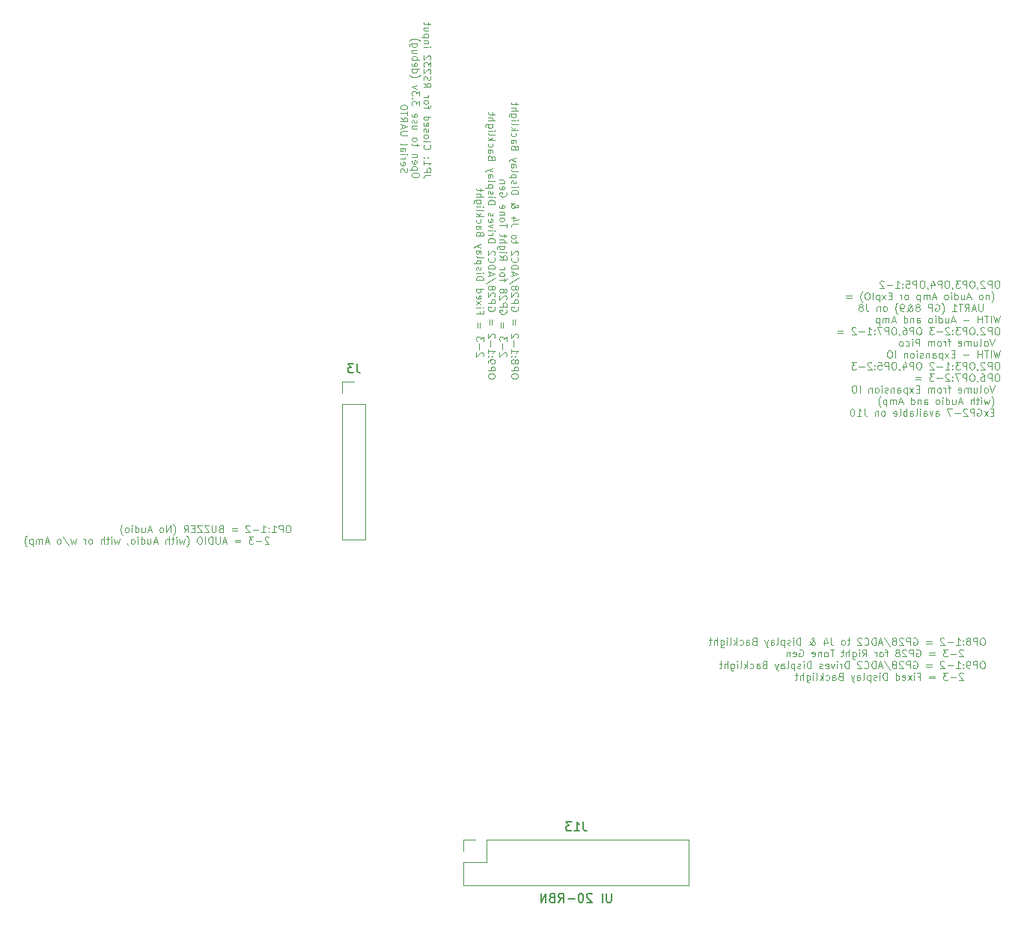
<source format=gbr>
%TF.GenerationSoftware,KiCad,Pcbnew,7.0.2*%
%TF.CreationDate,2024-01-05T18:48:20-08:00*%
%TF.ProjectId,MuKOB,4d754b4f-422e-46b6-9963-61645f706362,1.0*%
%TF.SameCoordinates,Original*%
%TF.FileFunction,Legend,Bot*%
%TF.FilePolarity,Positive*%
%FSLAX46Y46*%
G04 Gerber Fmt 4.6, Leading zero omitted, Abs format (unit mm)*
G04 Created by KiCad (PCBNEW 7.0.2) date 2024-01-05 18:48:20*
%MOMM*%
%LPD*%
G01*
G04 APERTURE LIST*
%ADD10C,0.081280*%
%ADD11C,0.150000*%
%ADD12C,0.120000*%
G04 APERTURE END LIST*
D10*
X164370657Y-80260032D02*
X164215838Y-80260032D01*
X164215838Y-80260032D02*
X164138428Y-80298737D01*
X164138428Y-80298737D02*
X164061019Y-80376147D01*
X164061019Y-80376147D02*
X164022314Y-80530966D01*
X164022314Y-80530966D02*
X164022314Y-80801899D01*
X164022314Y-80801899D02*
X164061019Y-80956718D01*
X164061019Y-80956718D02*
X164138428Y-81034128D01*
X164138428Y-81034128D02*
X164215838Y-81072832D01*
X164215838Y-81072832D02*
X164370657Y-81072832D01*
X164370657Y-81072832D02*
X164448066Y-81034128D01*
X164448066Y-81034128D02*
X164525476Y-80956718D01*
X164525476Y-80956718D02*
X164564180Y-80801899D01*
X164564180Y-80801899D02*
X164564180Y-80530966D01*
X164564180Y-80530966D02*
X164525476Y-80376147D01*
X164525476Y-80376147D02*
X164448066Y-80298737D01*
X164448066Y-80298737D02*
X164370657Y-80260032D01*
X163673971Y-81072832D02*
X163673971Y-80260032D01*
X163673971Y-80260032D02*
X163364333Y-80260032D01*
X163364333Y-80260032D02*
X163286923Y-80298737D01*
X163286923Y-80298737D02*
X163248218Y-80337442D01*
X163248218Y-80337442D02*
X163209514Y-80414851D01*
X163209514Y-80414851D02*
X163209514Y-80530966D01*
X163209514Y-80530966D02*
X163248218Y-80608375D01*
X163248218Y-80608375D02*
X163286923Y-80647080D01*
X163286923Y-80647080D02*
X163364333Y-80685785D01*
X163364333Y-80685785D02*
X163673971Y-80685785D01*
X162899875Y-80337442D02*
X162861171Y-80298737D01*
X162861171Y-80298737D02*
X162783761Y-80260032D01*
X162783761Y-80260032D02*
X162590237Y-80260032D01*
X162590237Y-80260032D02*
X162512828Y-80298737D01*
X162512828Y-80298737D02*
X162474123Y-80337442D01*
X162474123Y-80337442D02*
X162435418Y-80414851D01*
X162435418Y-80414851D02*
X162435418Y-80492261D01*
X162435418Y-80492261D02*
X162474123Y-80608375D01*
X162474123Y-80608375D02*
X162938580Y-81072832D01*
X162938580Y-81072832D02*
X162435418Y-81072832D01*
X162048371Y-81034128D02*
X162048371Y-81072832D01*
X162048371Y-81072832D02*
X162087076Y-81150242D01*
X162087076Y-81150242D02*
X162125780Y-81188947D01*
X161545209Y-80260032D02*
X161390390Y-80260032D01*
X161390390Y-80260032D02*
X161312980Y-80298737D01*
X161312980Y-80298737D02*
X161235571Y-80376147D01*
X161235571Y-80376147D02*
X161196866Y-80530966D01*
X161196866Y-80530966D02*
X161196866Y-80801899D01*
X161196866Y-80801899D02*
X161235571Y-80956718D01*
X161235571Y-80956718D02*
X161312980Y-81034128D01*
X161312980Y-81034128D02*
X161390390Y-81072832D01*
X161390390Y-81072832D02*
X161545209Y-81072832D01*
X161545209Y-81072832D02*
X161622618Y-81034128D01*
X161622618Y-81034128D02*
X161700028Y-80956718D01*
X161700028Y-80956718D02*
X161738732Y-80801899D01*
X161738732Y-80801899D02*
X161738732Y-80530966D01*
X161738732Y-80530966D02*
X161700028Y-80376147D01*
X161700028Y-80376147D02*
X161622618Y-80298737D01*
X161622618Y-80298737D02*
X161545209Y-80260032D01*
X160848523Y-81072832D02*
X160848523Y-80260032D01*
X160848523Y-80260032D02*
X160538885Y-80260032D01*
X160538885Y-80260032D02*
X160461475Y-80298737D01*
X160461475Y-80298737D02*
X160422770Y-80337442D01*
X160422770Y-80337442D02*
X160384066Y-80414851D01*
X160384066Y-80414851D02*
X160384066Y-80530966D01*
X160384066Y-80530966D02*
X160422770Y-80608375D01*
X160422770Y-80608375D02*
X160461475Y-80647080D01*
X160461475Y-80647080D02*
X160538885Y-80685785D01*
X160538885Y-80685785D02*
X160848523Y-80685785D01*
X160113132Y-80260032D02*
X159609970Y-80260032D01*
X159609970Y-80260032D02*
X159880904Y-80569670D01*
X159880904Y-80569670D02*
X159764789Y-80569670D01*
X159764789Y-80569670D02*
X159687380Y-80608375D01*
X159687380Y-80608375D02*
X159648675Y-80647080D01*
X159648675Y-80647080D02*
X159609970Y-80724489D01*
X159609970Y-80724489D02*
X159609970Y-80918013D01*
X159609970Y-80918013D02*
X159648675Y-80995423D01*
X159648675Y-80995423D02*
X159687380Y-81034128D01*
X159687380Y-81034128D02*
X159764789Y-81072832D01*
X159764789Y-81072832D02*
X159997018Y-81072832D01*
X159997018Y-81072832D02*
X160074427Y-81034128D01*
X160074427Y-81034128D02*
X160113132Y-80995423D01*
X159222923Y-81034128D02*
X159222923Y-81072832D01*
X159222923Y-81072832D02*
X159261628Y-81150242D01*
X159261628Y-81150242D02*
X159300332Y-81188947D01*
X158719761Y-80260032D02*
X158564942Y-80260032D01*
X158564942Y-80260032D02*
X158487532Y-80298737D01*
X158487532Y-80298737D02*
X158410123Y-80376147D01*
X158410123Y-80376147D02*
X158371418Y-80530966D01*
X158371418Y-80530966D02*
X158371418Y-80801899D01*
X158371418Y-80801899D02*
X158410123Y-80956718D01*
X158410123Y-80956718D02*
X158487532Y-81034128D01*
X158487532Y-81034128D02*
X158564942Y-81072832D01*
X158564942Y-81072832D02*
X158719761Y-81072832D01*
X158719761Y-81072832D02*
X158797170Y-81034128D01*
X158797170Y-81034128D02*
X158874580Y-80956718D01*
X158874580Y-80956718D02*
X158913284Y-80801899D01*
X158913284Y-80801899D02*
X158913284Y-80530966D01*
X158913284Y-80530966D02*
X158874580Y-80376147D01*
X158874580Y-80376147D02*
X158797170Y-80298737D01*
X158797170Y-80298737D02*
X158719761Y-80260032D01*
X158023075Y-81072832D02*
X158023075Y-80260032D01*
X158023075Y-80260032D02*
X157713437Y-80260032D01*
X157713437Y-80260032D02*
X157636027Y-80298737D01*
X157636027Y-80298737D02*
X157597322Y-80337442D01*
X157597322Y-80337442D02*
X157558618Y-80414851D01*
X157558618Y-80414851D02*
X157558618Y-80530966D01*
X157558618Y-80530966D02*
X157597322Y-80608375D01*
X157597322Y-80608375D02*
X157636027Y-80647080D01*
X157636027Y-80647080D02*
X157713437Y-80685785D01*
X157713437Y-80685785D02*
X158023075Y-80685785D01*
X156861932Y-80530966D02*
X156861932Y-81072832D01*
X157055456Y-80221328D02*
X157248979Y-80801899D01*
X157248979Y-80801899D02*
X156745818Y-80801899D01*
X156397475Y-81034128D02*
X156397475Y-81072832D01*
X156397475Y-81072832D02*
X156436180Y-81150242D01*
X156436180Y-81150242D02*
X156474884Y-81188947D01*
X155894313Y-80260032D02*
X155739494Y-80260032D01*
X155739494Y-80260032D02*
X155662084Y-80298737D01*
X155662084Y-80298737D02*
X155584675Y-80376147D01*
X155584675Y-80376147D02*
X155545970Y-80530966D01*
X155545970Y-80530966D02*
X155545970Y-80801899D01*
X155545970Y-80801899D02*
X155584675Y-80956718D01*
X155584675Y-80956718D02*
X155662084Y-81034128D01*
X155662084Y-81034128D02*
X155739494Y-81072832D01*
X155739494Y-81072832D02*
X155894313Y-81072832D01*
X155894313Y-81072832D02*
X155971722Y-81034128D01*
X155971722Y-81034128D02*
X156049132Y-80956718D01*
X156049132Y-80956718D02*
X156087836Y-80801899D01*
X156087836Y-80801899D02*
X156087836Y-80530966D01*
X156087836Y-80530966D02*
X156049132Y-80376147D01*
X156049132Y-80376147D02*
X155971722Y-80298737D01*
X155971722Y-80298737D02*
X155894313Y-80260032D01*
X155197627Y-81072832D02*
X155197627Y-80260032D01*
X155197627Y-80260032D02*
X154887989Y-80260032D01*
X154887989Y-80260032D02*
X154810579Y-80298737D01*
X154810579Y-80298737D02*
X154771874Y-80337442D01*
X154771874Y-80337442D02*
X154733170Y-80414851D01*
X154733170Y-80414851D02*
X154733170Y-80530966D01*
X154733170Y-80530966D02*
X154771874Y-80608375D01*
X154771874Y-80608375D02*
X154810579Y-80647080D01*
X154810579Y-80647080D02*
X154887989Y-80685785D01*
X154887989Y-80685785D02*
X155197627Y-80685785D01*
X153997779Y-80260032D02*
X154384827Y-80260032D01*
X154384827Y-80260032D02*
X154423531Y-80647080D01*
X154423531Y-80647080D02*
X154384827Y-80608375D01*
X154384827Y-80608375D02*
X154307417Y-80569670D01*
X154307417Y-80569670D02*
X154113893Y-80569670D01*
X154113893Y-80569670D02*
X154036484Y-80608375D01*
X154036484Y-80608375D02*
X153997779Y-80647080D01*
X153997779Y-80647080D02*
X153959074Y-80724489D01*
X153959074Y-80724489D02*
X153959074Y-80918013D01*
X153959074Y-80918013D02*
X153997779Y-80995423D01*
X153997779Y-80995423D02*
X154036484Y-81034128D01*
X154036484Y-81034128D02*
X154113893Y-81072832D01*
X154113893Y-81072832D02*
X154307417Y-81072832D01*
X154307417Y-81072832D02*
X154384827Y-81034128D01*
X154384827Y-81034128D02*
X154423531Y-80995423D01*
X153610732Y-80995423D02*
X153572027Y-81034128D01*
X153572027Y-81034128D02*
X153610732Y-81072832D01*
X153610732Y-81072832D02*
X153649436Y-81034128D01*
X153649436Y-81034128D02*
X153610732Y-80995423D01*
X153610732Y-80995423D02*
X153610732Y-81072832D01*
X153610732Y-80569670D02*
X153572027Y-80608375D01*
X153572027Y-80608375D02*
X153610732Y-80647080D01*
X153610732Y-80647080D02*
X153649436Y-80608375D01*
X153649436Y-80608375D02*
X153610732Y-80569670D01*
X153610732Y-80569670D02*
X153610732Y-80647080D01*
X152797931Y-81072832D02*
X153262388Y-81072832D01*
X153030160Y-81072832D02*
X153030160Y-80260032D01*
X153030160Y-80260032D02*
X153107569Y-80376147D01*
X153107569Y-80376147D02*
X153184979Y-80453556D01*
X153184979Y-80453556D02*
X153262388Y-80492261D01*
X152449589Y-80763194D02*
X151830313Y-80763194D01*
X151481969Y-80337442D02*
X151443265Y-80298737D01*
X151443265Y-80298737D02*
X151365855Y-80260032D01*
X151365855Y-80260032D02*
X151172331Y-80260032D01*
X151172331Y-80260032D02*
X151094922Y-80298737D01*
X151094922Y-80298737D02*
X151056217Y-80337442D01*
X151056217Y-80337442D02*
X151017512Y-80414851D01*
X151017512Y-80414851D02*
X151017512Y-80492261D01*
X151017512Y-80492261D02*
X151056217Y-80608375D01*
X151056217Y-80608375D02*
X151520674Y-81072832D01*
X151520674Y-81072832D02*
X151017512Y-81072832D01*
X163673971Y-82699206D02*
X163712676Y-82660502D01*
X163712676Y-82660502D02*
X163790085Y-82544387D01*
X163790085Y-82544387D02*
X163828790Y-82466978D01*
X163828790Y-82466978D02*
X163867495Y-82350864D01*
X163867495Y-82350864D02*
X163906200Y-82157340D01*
X163906200Y-82157340D02*
X163906200Y-82002521D01*
X163906200Y-82002521D02*
X163867495Y-81808997D01*
X163867495Y-81808997D02*
X163828790Y-81692883D01*
X163828790Y-81692883D02*
X163790085Y-81615473D01*
X163790085Y-81615473D02*
X163712676Y-81499359D01*
X163712676Y-81499359D02*
X163673971Y-81460654D01*
X163364333Y-81847702D02*
X163364333Y-82389568D01*
X163364333Y-81925111D02*
X163325628Y-81886406D01*
X163325628Y-81886406D02*
X163248218Y-81847702D01*
X163248218Y-81847702D02*
X163132104Y-81847702D01*
X163132104Y-81847702D02*
X163054695Y-81886406D01*
X163054695Y-81886406D02*
X163015990Y-81963816D01*
X163015990Y-81963816D02*
X163015990Y-82389568D01*
X162512828Y-82389568D02*
X162590238Y-82350864D01*
X162590238Y-82350864D02*
X162628943Y-82312159D01*
X162628943Y-82312159D02*
X162667647Y-82234749D01*
X162667647Y-82234749D02*
X162667647Y-82002521D01*
X162667647Y-82002521D02*
X162628943Y-81925111D01*
X162628943Y-81925111D02*
X162590238Y-81886406D01*
X162590238Y-81886406D02*
X162512828Y-81847702D01*
X162512828Y-81847702D02*
X162396714Y-81847702D01*
X162396714Y-81847702D02*
X162319305Y-81886406D01*
X162319305Y-81886406D02*
X162280600Y-81925111D01*
X162280600Y-81925111D02*
X162241895Y-82002521D01*
X162241895Y-82002521D02*
X162241895Y-82234749D01*
X162241895Y-82234749D02*
X162280600Y-82312159D01*
X162280600Y-82312159D02*
X162319305Y-82350864D01*
X162319305Y-82350864D02*
X162396714Y-82389568D01*
X162396714Y-82389568D02*
X162512828Y-82389568D01*
X161312981Y-82157340D02*
X160925934Y-82157340D01*
X161390391Y-82389568D02*
X161119458Y-81576768D01*
X161119458Y-81576768D02*
X160848524Y-82389568D01*
X160229248Y-81847702D02*
X160229248Y-82389568D01*
X160577591Y-81847702D02*
X160577591Y-82273454D01*
X160577591Y-82273454D02*
X160538886Y-82350864D01*
X160538886Y-82350864D02*
X160461476Y-82389568D01*
X160461476Y-82389568D02*
X160345362Y-82389568D01*
X160345362Y-82389568D02*
X160267953Y-82350864D01*
X160267953Y-82350864D02*
X160229248Y-82312159D01*
X159493858Y-82389568D02*
X159493858Y-81576768D01*
X159493858Y-82350864D02*
X159571267Y-82389568D01*
X159571267Y-82389568D02*
X159726086Y-82389568D01*
X159726086Y-82389568D02*
X159803496Y-82350864D01*
X159803496Y-82350864D02*
X159842201Y-82312159D01*
X159842201Y-82312159D02*
X159880905Y-82234749D01*
X159880905Y-82234749D02*
X159880905Y-82002521D01*
X159880905Y-82002521D02*
X159842201Y-81925111D01*
X159842201Y-81925111D02*
X159803496Y-81886406D01*
X159803496Y-81886406D02*
X159726086Y-81847702D01*
X159726086Y-81847702D02*
X159571267Y-81847702D01*
X159571267Y-81847702D02*
X159493858Y-81886406D01*
X159106811Y-82389568D02*
X159106811Y-81847702D01*
X159106811Y-81576768D02*
X159145515Y-81615473D01*
X159145515Y-81615473D02*
X159106811Y-81654178D01*
X159106811Y-81654178D02*
X159068106Y-81615473D01*
X159068106Y-81615473D02*
X159106811Y-81576768D01*
X159106811Y-81576768D02*
X159106811Y-81654178D01*
X158603648Y-82389568D02*
X158681058Y-82350864D01*
X158681058Y-82350864D02*
X158719763Y-82312159D01*
X158719763Y-82312159D02*
X158758467Y-82234749D01*
X158758467Y-82234749D02*
X158758467Y-82002521D01*
X158758467Y-82002521D02*
X158719763Y-81925111D01*
X158719763Y-81925111D02*
X158681058Y-81886406D01*
X158681058Y-81886406D02*
X158603648Y-81847702D01*
X158603648Y-81847702D02*
X158487534Y-81847702D01*
X158487534Y-81847702D02*
X158410125Y-81886406D01*
X158410125Y-81886406D02*
X158371420Y-81925111D01*
X158371420Y-81925111D02*
X158332715Y-82002521D01*
X158332715Y-82002521D02*
X158332715Y-82234749D01*
X158332715Y-82234749D02*
X158371420Y-82312159D01*
X158371420Y-82312159D02*
X158410125Y-82350864D01*
X158410125Y-82350864D02*
X158487534Y-82389568D01*
X158487534Y-82389568D02*
X158603648Y-82389568D01*
X157403801Y-82157340D02*
X157016754Y-82157340D01*
X157481211Y-82389568D02*
X157210278Y-81576768D01*
X157210278Y-81576768D02*
X156939344Y-82389568D01*
X156668411Y-82389568D02*
X156668411Y-81847702D01*
X156668411Y-81925111D02*
X156629706Y-81886406D01*
X156629706Y-81886406D02*
X156552296Y-81847702D01*
X156552296Y-81847702D02*
X156436182Y-81847702D01*
X156436182Y-81847702D02*
X156358773Y-81886406D01*
X156358773Y-81886406D02*
X156320068Y-81963816D01*
X156320068Y-81963816D02*
X156320068Y-82389568D01*
X156320068Y-81963816D02*
X156281363Y-81886406D01*
X156281363Y-81886406D02*
X156203954Y-81847702D01*
X156203954Y-81847702D02*
X156087839Y-81847702D01*
X156087839Y-81847702D02*
X156010430Y-81886406D01*
X156010430Y-81886406D02*
X155971725Y-81963816D01*
X155971725Y-81963816D02*
X155971725Y-82389568D01*
X155584678Y-81847702D02*
X155584678Y-82660502D01*
X155584678Y-81886406D02*
X155507268Y-81847702D01*
X155507268Y-81847702D02*
X155352449Y-81847702D01*
X155352449Y-81847702D02*
X155275040Y-81886406D01*
X155275040Y-81886406D02*
X155236335Y-81925111D01*
X155236335Y-81925111D02*
X155197630Y-82002521D01*
X155197630Y-82002521D02*
X155197630Y-82234749D01*
X155197630Y-82234749D02*
X155236335Y-82312159D01*
X155236335Y-82312159D02*
X155275040Y-82350864D01*
X155275040Y-82350864D02*
X155352449Y-82389568D01*
X155352449Y-82389568D02*
X155507268Y-82389568D01*
X155507268Y-82389568D02*
X155584678Y-82350864D01*
X154113897Y-82389568D02*
X154191307Y-82350864D01*
X154191307Y-82350864D02*
X154230012Y-82312159D01*
X154230012Y-82312159D02*
X154268716Y-82234749D01*
X154268716Y-82234749D02*
X154268716Y-82002521D01*
X154268716Y-82002521D02*
X154230012Y-81925111D01*
X154230012Y-81925111D02*
X154191307Y-81886406D01*
X154191307Y-81886406D02*
X154113897Y-81847702D01*
X154113897Y-81847702D02*
X153997783Y-81847702D01*
X153997783Y-81847702D02*
X153920374Y-81886406D01*
X153920374Y-81886406D02*
X153881669Y-81925111D01*
X153881669Y-81925111D02*
X153842964Y-82002521D01*
X153842964Y-82002521D02*
X153842964Y-82234749D01*
X153842964Y-82234749D02*
X153881669Y-82312159D01*
X153881669Y-82312159D02*
X153920374Y-82350864D01*
X153920374Y-82350864D02*
X153997783Y-82389568D01*
X153997783Y-82389568D02*
X154113897Y-82389568D01*
X153494622Y-82389568D02*
X153494622Y-81847702D01*
X153494622Y-82002521D02*
X153455917Y-81925111D01*
X153455917Y-81925111D02*
X153417212Y-81886406D01*
X153417212Y-81886406D02*
X153339803Y-81847702D01*
X153339803Y-81847702D02*
X153262393Y-81847702D01*
X152372184Y-81963816D02*
X152101250Y-81963816D01*
X151985136Y-82389568D02*
X152372184Y-82389568D01*
X152372184Y-82389568D02*
X152372184Y-81576768D01*
X152372184Y-81576768D02*
X151985136Y-81576768D01*
X151714203Y-82389568D02*
X151288451Y-81847702D01*
X151714203Y-81847702D02*
X151288451Y-82389568D01*
X150978813Y-81847702D02*
X150978813Y-82660502D01*
X150978813Y-81886406D02*
X150901403Y-81847702D01*
X150901403Y-81847702D02*
X150746584Y-81847702D01*
X150746584Y-81847702D02*
X150669175Y-81886406D01*
X150669175Y-81886406D02*
X150630470Y-81925111D01*
X150630470Y-81925111D02*
X150591765Y-82002521D01*
X150591765Y-82002521D02*
X150591765Y-82234749D01*
X150591765Y-82234749D02*
X150630470Y-82312159D01*
X150630470Y-82312159D02*
X150669175Y-82350864D01*
X150669175Y-82350864D02*
X150746584Y-82389568D01*
X150746584Y-82389568D02*
X150901403Y-82389568D01*
X150901403Y-82389568D02*
X150978813Y-82350864D01*
X150243423Y-82389568D02*
X150243423Y-81576768D01*
X149701556Y-81576768D02*
X149546737Y-81576768D01*
X149546737Y-81576768D02*
X149469327Y-81615473D01*
X149469327Y-81615473D02*
X149391918Y-81692883D01*
X149391918Y-81692883D02*
X149353213Y-81847702D01*
X149353213Y-81847702D02*
X149353213Y-82118635D01*
X149353213Y-82118635D02*
X149391918Y-82273454D01*
X149391918Y-82273454D02*
X149469327Y-82350864D01*
X149469327Y-82350864D02*
X149546737Y-82389568D01*
X149546737Y-82389568D02*
X149701556Y-82389568D01*
X149701556Y-82389568D02*
X149778965Y-82350864D01*
X149778965Y-82350864D02*
X149856375Y-82273454D01*
X149856375Y-82273454D02*
X149895079Y-82118635D01*
X149895079Y-82118635D02*
X149895079Y-81847702D01*
X149895079Y-81847702D02*
X149856375Y-81692883D01*
X149856375Y-81692883D02*
X149778965Y-81615473D01*
X149778965Y-81615473D02*
X149701556Y-81576768D01*
X149082279Y-82699206D02*
X149043574Y-82660502D01*
X149043574Y-82660502D02*
X148966165Y-82544387D01*
X148966165Y-82544387D02*
X148927460Y-82466978D01*
X148927460Y-82466978D02*
X148888755Y-82350864D01*
X148888755Y-82350864D02*
X148850051Y-82157340D01*
X148850051Y-82157340D02*
X148850051Y-82002521D01*
X148850051Y-82002521D02*
X148888755Y-81808997D01*
X148888755Y-81808997D02*
X148927460Y-81692883D01*
X148927460Y-81692883D02*
X148966165Y-81615473D01*
X148966165Y-81615473D02*
X149043574Y-81499359D01*
X149043574Y-81499359D02*
X149082279Y-81460654D01*
X147843727Y-81963816D02*
X147224451Y-81963816D01*
X147224451Y-82196044D02*
X147843727Y-82196044D01*
X162667648Y-82893504D02*
X162667648Y-83551485D01*
X162667648Y-83551485D02*
X162628943Y-83628895D01*
X162628943Y-83628895D02*
X162590238Y-83667600D01*
X162590238Y-83667600D02*
X162512829Y-83706304D01*
X162512829Y-83706304D02*
X162358010Y-83706304D01*
X162358010Y-83706304D02*
X162280600Y-83667600D01*
X162280600Y-83667600D02*
X162241895Y-83628895D01*
X162241895Y-83628895D02*
X162203191Y-83551485D01*
X162203191Y-83551485D02*
X162203191Y-82893504D01*
X161854847Y-83474076D02*
X161467800Y-83474076D01*
X161932257Y-83706304D02*
X161661324Y-82893504D01*
X161661324Y-82893504D02*
X161390390Y-83706304D01*
X160655000Y-83706304D02*
X160925933Y-83319257D01*
X161119457Y-83706304D02*
X161119457Y-82893504D01*
X161119457Y-82893504D02*
X160809819Y-82893504D01*
X160809819Y-82893504D02*
X160732409Y-82932209D01*
X160732409Y-82932209D02*
X160693704Y-82970914D01*
X160693704Y-82970914D02*
X160655000Y-83048323D01*
X160655000Y-83048323D02*
X160655000Y-83164438D01*
X160655000Y-83164438D02*
X160693704Y-83241847D01*
X160693704Y-83241847D02*
X160732409Y-83280552D01*
X160732409Y-83280552D02*
X160809819Y-83319257D01*
X160809819Y-83319257D02*
X161119457Y-83319257D01*
X160422771Y-82893504D02*
X159958314Y-82893504D01*
X160190542Y-83706304D02*
X160190542Y-82893504D01*
X159261628Y-83706304D02*
X159726085Y-83706304D01*
X159493857Y-83706304D02*
X159493857Y-82893504D01*
X159493857Y-82893504D02*
X159571266Y-83009619D01*
X159571266Y-83009619D02*
X159648676Y-83087028D01*
X159648676Y-83087028D02*
X159726085Y-83125733D01*
X158061781Y-84015942D02*
X158100486Y-83977238D01*
X158100486Y-83977238D02*
X158177895Y-83861123D01*
X158177895Y-83861123D02*
X158216600Y-83783714D01*
X158216600Y-83783714D02*
X158255305Y-83667600D01*
X158255305Y-83667600D02*
X158294010Y-83474076D01*
X158294010Y-83474076D02*
X158294010Y-83319257D01*
X158294010Y-83319257D02*
X158255305Y-83125733D01*
X158255305Y-83125733D02*
X158216600Y-83009619D01*
X158216600Y-83009619D02*
X158177895Y-82932209D01*
X158177895Y-82932209D02*
X158100486Y-82816095D01*
X158100486Y-82816095D02*
X158061781Y-82777390D01*
X157326390Y-82932209D02*
X157403800Y-82893504D01*
X157403800Y-82893504D02*
X157519914Y-82893504D01*
X157519914Y-82893504D02*
X157636028Y-82932209D01*
X157636028Y-82932209D02*
X157713438Y-83009619D01*
X157713438Y-83009619D02*
X157752143Y-83087028D01*
X157752143Y-83087028D02*
X157790847Y-83241847D01*
X157790847Y-83241847D02*
X157790847Y-83357961D01*
X157790847Y-83357961D02*
X157752143Y-83512780D01*
X157752143Y-83512780D02*
X157713438Y-83590190D01*
X157713438Y-83590190D02*
X157636028Y-83667600D01*
X157636028Y-83667600D02*
X157519914Y-83706304D01*
X157519914Y-83706304D02*
X157442505Y-83706304D01*
X157442505Y-83706304D02*
X157326390Y-83667600D01*
X157326390Y-83667600D02*
X157287686Y-83628895D01*
X157287686Y-83628895D02*
X157287686Y-83357961D01*
X157287686Y-83357961D02*
X157442505Y-83357961D01*
X156939343Y-83706304D02*
X156939343Y-82893504D01*
X156939343Y-82893504D02*
X156629705Y-82893504D01*
X156629705Y-82893504D02*
X156552295Y-82932209D01*
X156552295Y-82932209D02*
X156513590Y-82970914D01*
X156513590Y-82970914D02*
X156474886Y-83048323D01*
X156474886Y-83048323D02*
X156474886Y-83164438D01*
X156474886Y-83164438D02*
X156513590Y-83241847D01*
X156513590Y-83241847D02*
X156552295Y-83280552D01*
X156552295Y-83280552D02*
X156629705Y-83319257D01*
X156629705Y-83319257D02*
X156939343Y-83319257D01*
X155391152Y-83241847D02*
X155468562Y-83203142D01*
X155468562Y-83203142D02*
X155507267Y-83164438D01*
X155507267Y-83164438D02*
X155545971Y-83087028D01*
X155545971Y-83087028D02*
X155545971Y-83048323D01*
X155545971Y-83048323D02*
X155507267Y-82970914D01*
X155507267Y-82970914D02*
X155468562Y-82932209D01*
X155468562Y-82932209D02*
X155391152Y-82893504D01*
X155391152Y-82893504D02*
X155236333Y-82893504D01*
X155236333Y-82893504D02*
X155158924Y-82932209D01*
X155158924Y-82932209D02*
X155120219Y-82970914D01*
X155120219Y-82970914D02*
X155081514Y-83048323D01*
X155081514Y-83048323D02*
X155081514Y-83087028D01*
X155081514Y-83087028D02*
X155120219Y-83164438D01*
X155120219Y-83164438D02*
X155158924Y-83203142D01*
X155158924Y-83203142D02*
X155236333Y-83241847D01*
X155236333Y-83241847D02*
X155391152Y-83241847D01*
X155391152Y-83241847D02*
X155468562Y-83280552D01*
X155468562Y-83280552D02*
X155507267Y-83319257D01*
X155507267Y-83319257D02*
X155545971Y-83396666D01*
X155545971Y-83396666D02*
X155545971Y-83551485D01*
X155545971Y-83551485D02*
X155507267Y-83628895D01*
X155507267Y-83628895D02*
X155468562Y-83667600D01*
X155468562Y-83667600D02*
X155391152Y-83706304D01*
X155391152Y-83706304D02*
X155236333Y-83706304D01*
X155236333Y-83706304D02*
X155158924Y-83667600D01*
X155158924Y-83667600D02*
X155120219Y-83628895D01*
X155120219Y-83628895D02*
X155081514Y-83551485D01*
X155081514Y-83551485D02*
X155081514Y-83396666D01*
X155081514Y-83396666D02*
X155120219Y-83319257D01*
X155120219Y-83319257D02*
X155158924Y-83280552D01*
X155158924Y-83280552D02*
X155236333Y-83241847D01*
X154075191Y-83706304D02*
X154113896Y-83706304D01*
X154113896Y-83706304D02*
X154191305Y-83667600D01*
X154191305Y-83667600D02*
X154307419Y-83551485D01*
X154307419Y-83551485D02*
X154500943Y-83319257D01*
X154500943Y-83319257D02*
X154578353Y-83203142D01*
X154578353Y-83203142D02*
X154617057Y-83087028D01*
X154617057Y-83087028D02*
X154617057Y-83009619D01*
X154617057Y-83009619D02*
X154578353Y-82932209D01*
X154578353Y-82932209D02*
X154500943Y-82893504D01*
X154500943Y-82893504D02*
X154462238Y-82893504D01*
X154462238Y-82893504D02*
X154384829Y-82932209D01*
X154384829Y-82932209D02*
X154346124Y-83009619D01*
X154346124Y-83009619D02*
X154346124Y-83048323D01*
X154346124Y-83048323D02*
X154384829Y-83125733D01*
X154384829Y-83125733D02*
X154423534Y-83164438D01*
X154423534Y-83164438D02*
X154655762Y-83319257D01*
X154655762Y-83319257D02*
X154694467Y-83357961D01*
X154694467Y-83357961D02*
X154733172Y-83435371D01*
X154733172Y-83435371D02*
X154733172Y-83551485D01*
X154733172Y-83551485D02*
X154694467Y-83628895D01*
X154694467Y-83628895D02*
X154655762Y-83667600D01*
X154655762Y-83667600D02*
X154578353Y-83706304D01*
X154578353Y-83706304D02*
X154462238Y-83706304D01*
X154462238Y-83706304D02*
X154384829Y-83667600D01*
X154384829Y-83667600D02*
X154346124Y-83628895D01*
X154346124Y-83628895D02*
X154230010Y-83474076D01*
X154230010Y-83474076D02*
X154191305Y-83357961D01*
X154191305Y-83357961D02*
X154191305Y-83280552D01*
X153688143Y-83706304D02*
X153533324Y-83706304D01*
X153533324Y-83706304D02*
X153455914Y-83667600D01*
X153455914Y-83667600D02*
X153417210Y-83628895D01*
X153417210Y-83628895D02*
X153339800Y-83512780D01*
X153339800Y-83512780D02*
X153301095Y-83357961D01*
X153301095Y-83357961D02*
X153301095Y-83048323D01*
X153301095Y-83048323D02*
X153339800Y-82970914D01*
X153339800Y-82970914D02*
X153378505Y-82932209D01*
X153378505Y-82932209D02*
X153455914Y-82893504D01*
X153455914Y-82893504D02*
X153610733Y-82893504D01*
X153610733Y-82893504D02*
X153688143Y-82932209D01*
X153688143Y-82932209D02*
X153726848Y-82970914D01*
X153726848Y-82970914D02*
X153765552Y-83048323D01*
X153765552Y-83048323D02*
X153765552Y-83241847D01*
X153765552Y-83241847D02*
X153726848Y-83319257D01*
X153726848Y-83319257D02*
X153688143Y-83357961D01*
X153688143Y-83357961D02*
X153610733Y-83396666D01*
X153610733Y-83396666D02*
X153455914Y-83396666D01*
X153455914Y-83396666D02*
X153378505Y-83357961D01*
X153378505Y-83357961D02*
X153339800Y-83319257D01*
X153339800Y-83319257D02*
X153301095Y-83241847D01*
X153030162Y-84015942D02*
X152991457Y-83977238D01*
X152991457Y-83977238D02*
X152914048Y-83861123D01*
X152914048Y-83861123D02*
X152875343Y-83783714D01*
X152875343Y-83783714D02*
X152836638Y-83667600D01*
X152836638Y-83667600D02*
X152797934Y-83474076D01*
X152797934Y-83474076D02*
X152797934Y-83319257D01*
X152797934Y-83319257D02*
X152836638Y-83125733D01*
X152836638Y-83125733D02*
X152875343Y-83009619D01*
X152875343Y-83009619D02*
X152914048Y-82932209D01*
X152914048Y-82932209D02*
X152991457Y-82816095D01*
X152991457Y-82816095D02*
X153030162Y-82777390D01*
X151675495Y-83706304D02*
X151752905Y-83667600D01*
X151752905Y-83667600D02*
X151791610Y-83628895D01*
X151791610Y-83628895D02*
X151830314Y-83551485D01*
X151830314Y-83551485D02*
X151830314Y-83319257D01*
X151830314Y-83319257D02*
X151791610Y-83241847D01*
X151791610Y-83241847D02*
X151752905Y-83203142D01*
X151752905Y-83203142D02*
X151675495Y-83164438D01*
X151675495Y-83164438D02*
X151559381Y-83164438D01*
X151559381Y-83164438D02*
X151481972Y-83203142D01*
X151481972Y-83203142D02*
X151443267Y-83241847D01*
X151443267Y-83241847D02*
X151404562Y-83319257D01*
X151404562Y-83319257D02*
X151404562Y-83551485D01*
X151404562Y-83551485D02*
X151443267Y-83628895D01*
X151443267Y-83628895D02*
X151481972Y-83667600D01*
X151481972Y-83667600D02*
X151559381Y-83706304D01*
X151559381Y-83706304D02*
X151675495Y-83706304D01*
X151056220Y-83164438D02*
X151056220Y-83706304D01*
X151056220Y-83241847D02*
X151017515Y-83203142D01*
X151017515Y-83203142D02*
X150940105Y-83164438D01*
X150940105Y-83164438D02*
X150823991Y-83164438D01*
X150823991Y-83164438D02*
X150746582Y-83203142D01*
X150746582Y-83203142D02*
X150707877Y-83280552D01*
X150707877Y-83280552D02*
X150707877Y-83706304D01*
X149469325Y-82893504D02*
X149469325Y-83474076D01*
X149469325Y-83474076D02*
X149508030Y-83590190D01*
X149508030Y-83590190D02*
X149585439Y-83667600D01*
X149585439Y-83667600D02*
X149701554Y-83706304D01*
X149701554Y-83706304D02*
X149778963Y-83706304D01*
X148966163Y-83241847D02*
X149043573Y-83203142D01*
X149043573Y-83203142D02*
X149082278Y-83164438D01*
X149082278Y-83164438D02*
X149120982Y-83087028D01*
X149120982Y-83087028D02*
X149120982Y-83048323D01*
X149120982Y-83048323D02*
X149082278Y-82970914D01*
X149082278Y-82970914D02*
X149043573Y-82932209D01*
X149043573Y-82932209D02*
X148966163Y-82893504D01*
X148966163Y-82893504D02*
X148811344Y-82893504D01*
X148811344Y-82893504D02*
X148733935Y-82932209D01*
X148733935Y-82932209D02*
X148695230Y-82970914D01*
X148695230Y-82970914D02*
X148656525Y-83048323D01*
X148656525Y-83048323D02*
X148656525Y-83087028D01*
X148656525Y-83087028D02*
X148695230Y-83164438D01*
X148695230Y-83164438D02*
X148733935Y-83203142D01*
X148733935Y-83203142D02*
X148811344Y-83241847D01*
X148811344Y-83241847D02*
X148966163Y-83241847D01*
X148966163Y-83241847D02*
X149043573Y-83280552D01*
X149043573Y-83280552D02*
X149082278Y-83319257D01*
X149082278Y-83319257D02*
X149120982Y-83396666D01*
X149120982Y-83396666D02*
X149120982Y-83551485D01*
X149120982Y-83551485D02*
X149082278Y-83628895D01*
X149082278Y-83628895D02*
X149043573Y-83667600D01*
X149043573Y-83667600D02*
X148966163Y-83706304D01*
X148966163Y-83706304D02*
X148811344Y-83706304D01*
X148811344Y-83706304D02*
X148733935Y-83667600D01*
X148733935Y-83667600D02*
X148695230Y-83628895D01*
X148695230Y-83628895D02*
X148656525Y-83551485D01*
X148656525Y-83551485D02*
X148656525Y-83396666D01*
X148656525Y-83396666D02*
X148695230Y-83319257D01*
X148695230Y-83319257D02*
X148733935Y-83280552D01*
X148733935Y-83280552D02*
X148811344Y-83241847D01*
X164602885Y-84210240D02*
X164409361Y-85023040D01*
X164409361Y-85023040D02*
X164254542Y-84442469D01*
X164254542Y-84442469D02*
X164099723Y-85023040D01*
X164099723Y-85023040D02*
X163906200Y-84210240D01*
X163596562Y-85023040D02*
X163596562Y-84210240D01*
X163325628Y-84210240D02*
X162861171Y-84210240D01*
X163093399Y-85023040D02*
X163093399Y-84210240D01*
X162590238Y-85023040D02*
X162590238Y-84210240D01*
X162590238Y-84597288D02*
X162125781Y-84597288D01*
X162125781Y-85023040D02*
X162125781Y-84210240D01*
X161119457Y-84713402D02*
X160500181Y-84713402D01*
X159532561Y-84790812D02*
X159145514Y-84790812D01*
X159609971Y-85023040D02*
X159339038Y-84210240D01*
X159339038Y-84210240D02*
X159068104Y-85023040D01*
X158448828Y-84481174D02*
X158448828Y-85023040D01*
X158797171Y-84481174D02*
X158797171Y-84906926D01*
X158797171Y-84906926D02*
X158758466Y-84984336D01*
X158758466Y-84984336D02*
X158681056Y-85023040D01*
X158681056Y-85023040D02*
X158564942Y-85023040D01*
X158564942Y-85023040D02*
X158487533Y-84984336D01*
X158487533Y-84984336D02*
X158448828Y-84945631D01*
X157713438Y-85023040D02*
X157713438Y-84210240D01*
X157713438Y-84984336D02*
X157790847Y-85023040D01*
X157790847Y-85023040D02*
X157945666Y-85023040D01*
X157945666Y-85023040D02*
X158023076Y-84984336D01*
X158023076Y-84984336D02*
X158061781Y-84945631D01*
X158061781Y-84945631D02*
X158100485Y-84868221D01*
X158100485Y-84868221D02*
X158100485Y-84635993D01*
X158100485Y-84635993D02*
X158061781Y-84558583D01*
X158061781Y-84558583D02*
X158023076Y-84519878D01*
X158023076Y-84519878D02*
X157945666Y-84481174D01*
X157945666Y-84481174D02*
X157790847Y-84481174D01*
X157790847Y-84481174D02*
X157713438Y-84519878D01*
X157326391Y-85023040D02*
X157326391Y-84481174D01*
X157326391Y-84210240D02*
X157365095Y-84248945D01*
X157365095Y-84248945D02*
X157326391Y-84287650D01*
X157326391Y-84287650D02*
X157287686Y-84248945D01*
X157287686Y-84248945D02*
X157326391Y-84210240D01*
X157326391Y-84210240D02*
X157326391Y-84287650D01*
X156823228Y-85023040D02*
X156900638Y-84984336D01*
X156900638Y-84984336D02*
X156939343Y-84945631D01*
X156939343Y-84945631D02*
X156978047Y-84868221D01*
X156978047Y-84868221D02*
X156978047Y-84635993D01*
X156978047Y-84635993D02*
X156939343Y-84558583D01*
X156939343Y-84558583D02*
X156900638Y-84519878D01*
X156900638Y-84519878D02*
X156823228Y-84481174D01*
X156823228Y-84481174D02*
X156707114Y-84481174D01*
X156707114Y-84481174D02*
X156629705Y-84519878D01*
X156629705Y-84519878D02*
X156591000Y-84558583D01*
X156591000Y-84558583D02*
X156552295Y-84635993D01*
X156552295Y-84635993D02*
X156552295Y-84868221D01*
X156552295Y-84868221D02*
X156591000Y-84945631D01*
X156591000Y-84945631D02*
X156629705Y-84984336D01*
X156629705Y-84984336D02*
X156707114Y-85023040D01*
X156707114Y-85023040D02*
X156823228Y-85023040D01*
X155236334Y-85023040D02*
X155236334Y-84597288D01*
X155236334Y-84597288D02*
X155275039Y-84519878D01*
X155275039Y-84519878D02*
X155352448Y-84481174D01*
X155352448Y-84481174D02*
X155507267Y-84481174D01*
X155507267Y-84481174D02*
X155584677Y-84519878D01*
X155236334Y-84984336D02*
X155313743Y-85023040D01*
X155313743Y-85023040D02*
X155507267Y-85023040D01*
X155507267Y-85023040D02*
X155584677Y-84984336D01*
X155584677Y-84984336D02*
X155623381Y-84906926D01*
X155623381Y-84906926D02*
X155623381Y-84829516D01*
X155623381Y-84829516D02*
X155584677Y-84752107D01*
X155584677Y-84752107D02*
X155507267Y-84713402D01*
X155507267Y-84713402D02*
X155313743Y-84713402D01*
X155313743Y-84713402D02*
X155236334Y-84674697D01*
X154849287Y-84481174D02*
X154849287Y-85023040D01*
X154849287Y-84558583D02*
X154810582Y-84519878D01*
X154810582Y-84519878D02*
X154733172Y-84481174D01*
X154733172Y-84481174D02*
X154617058Y-84481174D01*
X154617058Y-84481174D02*
X154539649Y-84519878D01*
X154539649Y-84519878D02*
X154500944Y-84597288D01*
X154500944Y-84597288D02*
X154500944Y-85023040D01*
X153765554Y-85023040D02*
X153765554Y-84210240D01*
X153765554Y-84984336D02*
X153842963Y-85023040D01*
X153842963Y-85023040D02*
X153997782Y-85023040D01*
X153997782Y-85023040D02*
X154075192Y-84984336D01*
X154075192Y-84984336D02*
X154113897Y-84945631D01*
X154113897Y-84945631D02*
X154152601Y-84868221D01*
X154152601Y-84868221D02*
X154152601Y-84635993D01*
X154152601Y-84635993D02*
X154113897Y-84558583D01*
X154113897Y-84558583D02*
X154075192Y-84519878D01*
X154075192Y-84519878D02*
X153997782Y-84481174D01*
X153997782Y-84481174D02*
X153842963Y-84481174D01*
X153842963Y-84481174D02*
X153765554Y-84519878D01*
X152797935Y-84790812D02*
X152410888Y-84790812D01*
X152875345Y-85023040D02*
X152604412Y-84210240D01*
X152604412Y-84210240D02*
X152333478Y-85023040D01*
X152062545Y-85023040D02*
X152062545Y-84481174D01*
X152062545Y-84558583D02*
X152023840Y-84519878D01*
X152023840Y-84519878D02*
X151946430Y-84481174D01*
X151946430Y-84481174D02*
X151830316Y-84481174D01*
X151830316Y-84481174D02*
X151752907Y-84519878D01*
X151752907Y-84519878D02*
X151714202Y-84597288D01*
X151714202Y-84597288D02*
X151714202Y-85023040D01*
X151714202Y-84597288D02*
X151675497Y-84519878D01*
X151675497Y-84519878D02*
X151598088Y-84481174D01*
X151598088Y-84481174D02*
X151481973Y-84481174D01*
X151481973Y-84481174D02*
X151404564Y-84519878D01*
X151404564Y-84519878D02*
X151365859Y-84597288D01*
X151365859Y-84597288D02*
X151365859Y-85023040D01*
X150978812Y-84481174D02*
X150978812Y-85293974D01*
X150978812Y-84519878D02*
X150901402Y-84481174D01*
X150901402Y-84481174D02*
X150746583Y-84481174D01*
X150746583Y-84481174D02*
X150669174Y-84519878D01*
X150669174Y-84519878D02*
X150630469Y-84558583D01*
X150630469Y-84558583D02*
X150591764Y-84635993D01*
X150591764Y-84635993D02*
X150591764Y-84868221D01*
X150591764Y-84868221D02*
X150630469Y-84945631D01*
X150630469Y-84945631D02*
X150669174Y-84984336D01*
X150669174Y-84984336D02*
X150746583Y-85023040D01*
X150746583Y-85023040D02*
X150901402Y-85023040D01*
X150901402Y-85023040D02*
X150978812Y-84984336D01*
X164370657Y-85526976D02*
X164215838Y-85526976D01*
X164215838Y-85526976D02*
X164138428Y-85565681D01*
X164138428Y-85565681D02*
X164061019Y-85643091D01*
X164061019Y-85643091D02*
X164022314Y-85797910D01*
X164022314Y-85797910D02*
X164022314Y-86068843D01*
X164022314Y-86068843D02*
X164061019Y-86223662D01*
X164061019Y-86223662D02*
X164138428Y-86301072D01*
X164138428Y-86301072D02*
X164215838Y-86339776D01*
X164215838Y-86339776D02*
X164370657Y-86339776D01*
X164370657Y-86339776D02*
X164448066Y-86301072D01*
X164448066Y-86301072D02*
X164525476Y-86223662D01*
X164525476Y-86223662D02*
X164564180Y-86068843D01*
X164564180Y-86068843D02*
X164564180Y-85797910D01*
X164564180Y-85797910D02*
X164525476Y-85643091D01*
X164525476Y-85643091D02*
X164448066Y-85565681D01*
X164448066Y-85565681D02*
X164370657Y-85526976D01*
X163673971Y-86339776D02*
X163673971Y-85526976D01*
X163673971Y-85526976D02*
X163364333Y-85526976D01*
X163364333Y-85526976D02*
X163286923Y-85565681D01*
X163286923Y-85565681D02*
X163248218Y-85604386D01*
X163248218Y-85604386D02*
X163209514Y-85681795D01*
X163209514Y-85681795D02*
X163209514Y-85797910D01*
X163209514Y-85797910D02*
X163248218Y-85875319D01*
X163248218Y-85875319D02*
X163286923Y-85914024D01*
X163286923Y-85914024D02*
X163364333Y-85952729D01*
X163364333Y-85952729D02*
X163673971Y-85952729D01*
X162899875Y-85604386D02*
X162861171Y-85565681D01*
X162861171Y-85565681D02*
X162783761Y-85526976D01*
X162783761Y-85526976D02*
X162590237Y-85526976D01*
X162590237Y-85526976D02*
X162512828Y-85565681D01*
X162512828Y-85565681D02*
X162474123Y-85604386D01*
X162474123Y-85604386D02*
X162435418Y-85681795D01*
X162435418Y-85681795D02*
X162435418Y-85759205D01*
X162435418Y-85759205D02*
X162474123Y-85875319D01*
X162474123Y-85875319D02*
X162938580Y-86339776D01*
X162938580Y-86339776D02*
X162435418Y-86339776D01*
X162048371Y-86301072D02*
X162048371Y-86339776D01*
X162048371Y-86339776D02*
X162087076Y-86417186D01*
X162087076Y-86417186D02*
X162125780Y-86455891D01*
X161545209Y-85526976D02*
X161390390Y-85526976D01*
X161390390Y-85526976D02*
X161312980Y-85565681D01*
X161312980Y-85565681D02*
X161235571Y-85643091D01*
X161235571Y-85643091D02*
X161196866Y-85797910D01*
X161196866Y-85797910D02*
X161196866Y-86068843D01*
X161196866Y-86068843D02*
X161235571Y-86223662D01*
X161235571Y-86223662D02*
X161312980Y-86301072D01*
X161312980Y-86301072D02*
X161390390Y-86339776D01*
X161390390Y-86339776D02*
X161545209Y-86339776D01*
X161545209Y-86339776D02*
X161622618Y-86301072D01*
X161622618Y-86301072D02*
X161700028Y-86223662D01*
X161700028Y-86223662D02*
X161738732Y-86068843D01*
X161738732Y-86068843D02*
X161738732Y-85797910D01*
X161738732Y-85797910D02*
X161700028Y-85643091D01*
X161700028Y-85643091D02*
X161622618Y-85565681D01*
X161622618Y-85565681D02*
X161545209Y-85526976D01*
X160848523Y-86339776D02*
X160848523Y-85526976D01*
X160848523Y-85526976D02*
X160538885Y-85526976D01*
X160538885Y-85526976D02*
X160461475Y-85565681D01*
X160461475Y-85565681D02*
X160422770Y-85604386D01*
X160422770Y-85604386D02*
X160384066Y-85681795D01*
X160384066Y-85681795D02*
X160384066Y-85797910D01*
X160384066Y-85797910D02*
X160422770Y-85875319D01*
X160422770Y-85875319D02*
X160461475Y-85914024D01*
X160461475Y-85914024D02*
X160538885Y-85952729D01*
X160538885Y-85952729D02*
X160848523Y-85952729D01*
X160113132Y-85526976D02*
X159609970Y-85526976D01*
X159609970Y-85526976D02*
X159880904Y-85836614D01*
X159880904Y-85836614D02*
X159764789Y-85836614D01*
X159764789Y-85836614D02*
X159687380Y-85875319D01*
X159687380Y-85875319D02*
X159648675Y-85914024D01*
X159648675Y-85914024D02*
X159609970Y-85991433D01*
X159609970Y-85991433D02*
X159609970Y-86184957D01*
X159609970Y-86184957D02*
X159648675Y-86262367D01*
X159648675Y-86262367D02*
X159687380Y-86301072D01*
X159687380Y-86301072D02*
X159764789Y-86339776D01*
X159764789Y-86339776D02*
X159997018Y-86339776D01*
X159997018Y-86339776D02*
X160074427Y-86301072D01*
X160074427Y-86301072D02*
X160113132Y-86262367D01*
X159261628Y-86262367D02*
X159222923Y-86301072D01*
X159222923Y-86301072D02*
X159261628Y-86339776D01*
X159261628Y-86339776D02*
X159300332Y-86301072D01*
X159300332Y-86301072D02*
X159261628Y-86262367D01*
X159261628Y-86262367D02*
X159261628Y-86339776D01*
X159261628Y-85836614D02*
X159222923Y-85875319D01*
X159222923Y-85875319D02*
X159261628Y-85914024D01*
X159261628Y-85914024D02*
X159300332Y-85875319D01*
X159300332Y-85875319D02*
X159261628Y-85836614D01*
X159261628Y-85836614D02*
X159261628Y-85914024D01*
X158913284Y-85604386D02*
X158874580Y-85565681D01*
X158874580Y-85565681D02*
X158797170Y-85526976D01*
X158797170Y-85526976D02*
X158603646Y-85526976D01*
X158603646Y-85526976D02*
X158526237Y-85565681D01*
X158526237Y-85565681D02*
X158487532Y-85604386D01*
X158487532Y-85604386D02*
X158448827Y-85681795D01*
X158448827Y-85681795D02*
X158448827Y-85759205D01*
X158448827Y-85759205D02*
X158487532Y-85875319D01*
X158487532Y-85875319D02*
X158951989Y-86339776D01*
X158951989Y-86339776D02*
X158448827Y-86339776D01*
X158100485Y-86030138D02*
X157481209Y-86030138D01*
X157171570Y-85526976D02*
X156668408Y-85526976D01*
X156668408Y-85526976D02*
X156939342Y-85836614D01*
X156939342Y-85836614D02*
X156823227Y-85836614D01*
X156823227Y-85836614D02*
X156745818Y-85875319D01*
X156745818Y-85875319D02*
X156707113Y-85914024D01*
X156707113Y-85914024D02*
X156668408Y-85991433D01*
X156668408Y-85991433D02*
X156668408Y-86184957D01*
X156668408Y-86184957D02*
X156707113Y-86262367D01*
X156707113Y-86262367D02*
X156745818Y-86301072D01*
X156745818Y-86301072D02*
X156823227Y-86339776D01*
X156823227Y-86339776D02*
X157055456Y-86339776D01*
X157055456Y-86339776D02*
X157132865Y-86301072D01*
X157132865Y-86301072D02*
X157171570Y-86262367D01*
X155545971Y-85526976D02*
X155391152Y-85526976D01*
X155391152Y-85526976D02*
X155313742Y-85565681D01*
X155313742Y-85565681D02*
X155236333Y-85643091D01*
X155236333Y-85643091D02*
X155197628Y-85797910D01*
X155197628Y-85797910D02*
X155197628Y-86068843D01*
X155197628Y-86068843D02*
X155236333Y-86223662D01*
X155236333Y-86223662D02*
X155313742Y-86301072D01*
X155313742Y-86301072D02*
X155391152Y-86339776D01*
X155391152Y-86339776D02*
X155545971Y-86339776D01*
X155545971Y-86339776D02*
X155623380Y-86301072D01*
X155623380Y-86301072D02*
X155700790Y-86223662D01*
X155700790Y-86223662D02*
X155739494Y-86068843D01*
X155739494Y-86068843D02*
X155739494Y-85797910D01*
X155739494Y-85797910D02*
X155700790Y-85643091D01*
X155700790Y-85643091D02*
X155623380Y-85565681D01*
X155623380Y-85565681D02*
X155545971Y-85526976D01*
X154849285Y-86339776D02*
X154849285Y-85526976D01*
X154849285Y-85526976D02*
X154539647Y-85526976D01*
X154539647Y-85526976D02*
X154462237Y-85565681D01*
X154462237Y-85565681D02*
X154423532Y-85604386D01*
X154423532Y-85604386D02*
X154384828Y-85681795D01*
X154384828Y-85681795D02*
X154384828Y-85797910D01*
X154384828Y-85797910D02*
X154423532Y-85875319D01*
X154423532Y-85875319D02*
X154462237Y-85914024D01*
X154462237Y-85914024D02*
X154539647Y-85952729D01*
X154539647Y-85952729D02*
X154849285Y-85952729D01*
X153688142Y-85526976D02*
X153842961Y-85526976D01*
X153842961Y-85526976D02*
X153920370Y-85565681D01*
X153920370Y-85565681D02*
X153959075Y-85604386D01*
X153959075Y-85604386D02*
X154036485Y-85720500D01*
X154036485Y-85720500D02*
X154075189Y-85875319D01*
X154075189Y-85875319D02*
X154075189Y-86184957D01*
X154075189Y-86184957D02*
X154036485Y-86262367D01*
X154036485Y-86262367D02*
X153997780Y-86301072D01*
X153997780Y-86301072D02*
X153920370Y-86339776D01*
X153920370Y-86339776D02*
X153765551Y-86339776D01*
X153765551Y-86339776D02*
X153688142Y-86301072D01*
X153688142Y-86301072D02*
X153649437Y-86262367D01*
X153649437Y-86262367D02*
X153610732Y-86184957D01*
X153610732Y-86184957D02*
X153610732Y-85991433D01*
X153610732Y-85991433D02*
X153649437Y-85914024D01*
X153649437Y-85914024D02*
X153688142Y-85875319D01*
X153688142Y-85875319D02*
X153765551Y-85836614D01*
X153765551Y-85836614D02*
X153920370Y-85836614D01*
X153920370Y-85836614D02*
X153997780Y-85875319D01*
X153997780Y-85875319D02*
X154036485Y-85914024D01*
X154036485Y-85914024D02*
X154075189Y-85991433D01*
X153223685Y-86301072D02*
X153223685Y-86339776D01*
X153223685Y-86339776D02*
X153262390Y-86417186D01*
X153262390Y-86417186D02*
X153301094Y-86455891D01*
X152720523Y-85526976D02*
X152565704Y-85526976D01*
X152565704Y-85526976D02*
X152488294Y-85565681D01*
X152488294Y-85565681D02*
X152410885Y-85643091D01*
X152410885Y-85643091D02*
X152372180Y-85797910D01*
X152372180Y-85797910D02*
X152372180Y-86068843D01*
X152372180Y-86068843D02*
X152410885Y-86223662D01*
X152410885Y-86223662D02*
X152488294Y-86301072D01*
X152488294Y-86301072D02*
X152565704Y-86339776D01*
X152565704Y-86339776D02*
X152720523Y-86339776D01*
X152720523Y-86339776D02*
X152797932Y-86301072D01*
X152797932Y-86301072D02*
X152875342Y-86223662D01*
X152875342Y-86223662D02*
X152914046Y-86068843D01*
X152914046Y-86068843D02*
X152914046Y-85797910D01*
X152914046Y-85797910D02*
X152875342Y-85643091D01*
X152875342Y-85643091D02*
X152797932Y-85565681D01*
X152797932Y-85565681D02*
X152720523Y-85526976D01*
X152023837Y-86339776D02*
X152023837Y-85526976D01*
X152023837Y-85526976D02*
X151714199Y-85526976D01*
X151714199Y-85526976D02*
X151636789Y-85565681D01*
X151636789Y-85565681D02*
X151598084Y-85604386D01*
X151598084Y-85604386D02*
X151559380Y-85681795D01*
X151559380Y-85681795D02*
X151559380Y-85797910D01*
X151559380Y-85797910D02*
X151598084Y-85875319D01*
X151598084Y-85875319D02*
X151636789Y-85914024D01*
X151636789Y-85914024D02*
X151714199Y-85952729D01*
X151714199Y-85952729D02*
X152023837Y-85952729D01*
X151288446Y-85526976D02*
X150746580Y-85526976D01*
X150746580Y-85526976D02*
X151094922Y-86339776D01*
X150436942Y-86262367D02*
X150398237Y-86301072D01*
X150398237Y-86301072D02*
X150436942Y-86339776D01*
X150436942Y-86339776D02*
X150475646Y-86301072D01*
X150475646Y-86301072D02*
X150436942Y-86262367D01*
X150436942Y-86262367D02*
X150436942Y-86339776D01*
X150436942Y-85836614D02*
X150398237Y-85875319D01*
X150398237Y-85875319D02*
X150436942Y-85914024D01*
X150436942Y-85914024D02*
X150475646Y-85875319D01*
X150475646Y-85875319D02*
X150436942Y-85836614D01*
X150436942Y-85836614D02*
X150436942Y-85914024D01*
X149624141Y-86339776D02*
X150088598Y-86339776D01*
X149856370Y-86339776D02*
X149856370Y-85526976D01*
X149856370Y-85526976D02*
X149933779Y-85643091D01*
X149933779Y-85643091D02*
X150011189Y-85720500D01*
X150011189Y-85720500D02*
X150088598Y-85759205D01*
X149275799Y-86030138D02*
X148656523Y-86030138D01*
X148308179Y-85604386D02*
X148269475Y-85565681D01*
X148269475Y-85565681D02*
X148192065Y-85526976D01*
X148192065Y-85526976D02*
X147998541Y-85526976D01*
X147998541Y-85526976D02*
X147921132Y-85565681D01*
X147921132Y-85565681D02*
X147882427Y-85604386D01*
X147882427Y-85604386D02*
X147843722Y-85681795D01*
X147843722Y-85681795D02*
X147843722Y-85759205D01*
X147843722Y-85759205D02*
X147882427Y-85875319D01*
X147882427Y-85875319D02*
X148346884Y-86339776D01*
X148346884Y-86339776D02*
X147843722Y-86339776D01*
X146876104Y-85914024D02*
X146256828Y-85914024D01*
X146256828Y-86146252D02*
X146876104Y-86146252D01*
X164022314Y-86843712D02*
X163751381Y-87656512D01*
X163751381Y-87656512D02*
X163480447Y-86843712D01*
X163093399Y-87656512D02*
X163170809Y-87617808D01*
X163170809Y-87617808D02*
X163209514Y-87579103D01*
X163209514Y-87579103D02*
X163248218Y-87501693D01*
X163248218Y-87501693D02*
X163248218Y-87269465D01*
X163248218Y-87269465D02*
X163209514Y-87192055D01*
X163209514Y-87192055D02*
X163170809Y-87153350D01*
X163170809Y-87153350D02*
X163093399Y-87114646D01*
X163093399Y-87114646D02*
X162977285Y-87114646D01*
X162977285Y-87114646D02*
X162899876Y-87153350D01*
X162899876Y-87153350D02*
X162861171Y-87192055D01*
X162861171Y-87192055D02*
X162822466Y-87269465D01*
X162822466Y-87269465D02*
X162822466Y-87501693D01*
X162822466Y-87501693D02*
X162861171Y-87579103D01*
X162861171Y-87579103D02*
X162899876Y-87617808D01*
X162899876Y-87617808D02*
X162977285Y-87656512D01*
X162977285Y-87656512D02*
X163093399Y-87656512D01*
X162358009Y-87656512D02*
X162435419Y-87617808D01*
X162435419Y-87617808D02*
X162474124Y-87540398D01*
X162474124Y-87540398D02*
X162474124Y-86843712D01*
X161700029Y-87114646D02*
X161700029Y-87656512D01*
X162048372Y-87114646D02*
X162048372Y-87540398D01*
X162048372Y-87540398D02*
X162009667Y-87617808D01*
X162009667Y-87617808D02*
X161932257Y-87656512D01*
X161932257Y-87656512D02*
X161816143Y-87656512D01*
X161816143Y-87656512D02*
X161738734Y-87617808D01*
X161738734Y-87617808D02*
X161700029Y-87579103D01*
X161312982Y-87656512D02*
X161312982Y-87114646D01*
X161312982Y-87192055D02*
X161274277Y-87153350D01*
X161274277Y-87153350D02*
X161196867Y-87114646D01*
X161196867Y-87114646D02*
X161080753Y-87114646D01*
X161080753Y-87114646D02*
X161003344Y-87153350D01*
X161003344Y-87153350D02*
X160964639Y-87230760D01*
X160964639Y-87230760D02*
X160964639Y-87656512D01*
X160964639Y-87230760D02*
X160925934Y-87153350D01*
X160925934Y-87153350D02*
X160848525Y-87114646D01*
X160848525Y-87114646D02*
X160732410Y-87114646D01*
X160732410Y-87114646D02*
X160655001Y-87153350D01*
X160655001Y-87153350D02*
X160616296Y-87230760D01*
X160616296Y-87230760D02*
X160616296Y-87656512D01*
X159919611Y-87617808D02*
X159997020Y-87656512D01*
X159997020Y-87656512D02*
X160151839Y-87656512D01*
X160151839Y-87656512D02*
X160229249Y-87617808D01*
X160229249Y-87617808D02*
X160267953Y-87540398D01*
X160267953Y-87540398D02*
X160267953Y-87230760D01*
X160267953Y-87230760D02*
X160229249Y-87153350D01*
X160229249Y-87153350D02*
X160151839Y-87114646D01*
X160151839Y-87114646D02*
X159997020Y-87114646D01*
X159997020Y-87114646D02*
X159919611Y-87153350D01*
X159919611Y-87153350D02*
X159880906Y-87230760D01*
X159880906Y-87230760D02*
X159880906Y-87308169D01*
X159880906Y-87308169D02*
X160267953Y-87385579D01*
X159029401Y-87114646D02*
X158719763Y-87114646D01*
X158913287Y-87656512D02*
X158913287Y-86959827D01*
X158913287Y-86959827D02*
X158874582Y-86882417D01*
X158874582Y-86882417D02*
X158797172Y-86843712D01*
X158797172Y-86843712D02*
X158719763Y-86843712D01*
X158448830Y-87656512D02*
X158448830Y-87114646D01*
X158448830Y-87269465D02*
X158410125Y-87192055D01*
X158410125Y-87192055D02*
X158371420Y-87153350D01*
X158371420Y-87153350D02*
X158294011Y-87114646D01*
X158294011Y-87114646D02*
X158216601Y-87114646D01*
X157829553Y-87656512D02*
X157906963Y-87617808D01*
X157906963Y-87617808D02*
X157945668Y-87579103D01*
X157945668Y-87579103D02*
X157984372Y-87501693D01*
X157984372Y-87501693D02*
X157984372Y-87269465D01*
X157984372Y-87269465D02*
X157945668Y-87192055D01*
X157945668Y-87192055D02*
X157906963Y-87153350D01*
X157906963Y-87153350D02*
X157829553Y-87114646D01*
X157829553Y-87114646D02*
X157713439Y-87114646D01*
X157713439Y-87114646D02*
X157636030Y-87153350D01*
X157636030Y-87153350D02*
X157597325Y-87192055D01*
X157597325Y-87192055D02*
X157558620Y-87269465D01*
X157558620Y-87269465D02*
X157558620Y-87501693D01*
X157558620Y-87501693D02*
X157597325Y-87579103D01*
X157597325Y-87579103D02*
X157636030Y-87617808D01*
X157636030Y-87617808D02*
X157713439Y-87656512D01*
X157713439Y-87656512D02*
X157829553Y-87656512D01*
X157210278Y-87656512D02*
X157210278Y-87114646D01*
X157210278Y-87192055D02*
X157171573Y-87153350D01*
X157171573Y-87153350D02*
X157094163Y-87114646D01*
X157094163Y-87114646D02*
X156978049Y-87114646D01*
X156978049Y-87114646D02*
X156900640Y-87153350D01*
X156900640Y-87153350D02*
X156861935Y-87230760D01*
X156861935Y-87230760D02*
X156861935Y-87656512D01*
X156861935Y-87230760D02*
X156823230Y-87153350D01*
X156823230Y-87153350D02*
X156745821Y-87114646D01*
X156745821Y-87114646D02*
X156629706Y-87114646D01*
X156629706Y-87114646D02*
X156552297Y-87153350D01*
X156552297Y-87153350D02*
X156513592Y-87230760D01*
X156513592Y-87230760D02*
X156513592Y-87656512D01*
X155507269Y-87656512D02*
X155507269Y-86843712D01*
X155507269Y-86843712D02*
X155197631Y-86843712D01*
X155197631Y-86843712D02*
X155120221Y-86882417D01*
X155120221Y-86882417D02*
X155081516Y-86921122D01*
X155081516Y-86921122D02*
X155042812Y-86998531D01*
X155042812Y-86998531D02*
X155042812Y-87114646D01*
X155042812Y-87114646D02*
X155081516Y-87192055D01*
X155081516Y-87192055D02*
X155120221Y-87230760D01*
X155120221Y-87230760D02*
X155197631Y-87269465D01*
X155197631Y-87269465D02*
X155507269Y-87269465D01*
X154694469Y-87656512D02*
X154694469Y-87114646D01*
X154694469Y-86843712D02*
X154733173Y-86882417D01*
X154733173Y-86882417D02*
X154694469Y-86921122D01*
X154694469Y-86921122D02*
X154655764Y-86882417D01*
X154655764Y-86882417D02*
X154694469Y-86843712D01*
X154694469Y-86843712D02*
X154694469Y-86921122D01*
X153959078Y-87617808D02*
X154036487Y-87656512D01*
X154036487Y-87656512D02*
X154191306Y-87656512D01*
X154191306Y-87656512D02*
X154268716Y-87617808D01*
X154268716Y-87617808D02*
X154307421Y-87579103D01*
X154307421Y-87579103D02*
X154346125Y-87501693D01*
X154346125Y-87501693D02*
X154346125Y-87269465D01*
X154346125Y-87269465D02*
X154307421Y-87192055D01*
X154307421Y-87192055D02*
X154268716Y-87153350D01*
X154268716Y-87153350D02*
X154191306Y-87114646D01*
X154191306Y-87114646D02*
X154036487Y-87114646D01*
X154036487Y-87114646D02*
X153959078Y-87153350D01*
X153494620Y-87656512D02*
X153572030Y-87617808D01*
X153572030Y-87617808D02*
X153610735Y-87579103D01*
X153610735Y-87579103D02*
X153649439Y-87501693D01*
X153649439Y-87501693D02*
X153649439Y-87269465D01*
X153649439Y-87269465D02*
X153610735Y-87192055D01*
X153610735Y-87192055D02*
X153572030Y-87153350D01*
X153572030Y-87153350D02*
X153494620Y-87114646D01*
X153494620Y-87114646D02*
X153378506Y-87114646D01*
X153378506Y-87114646D02*
X153301097Y-87153350D01*
X153301097Y-87153350D02*
X153262392Y-87192055D01*
X153262392Y-87192055D02*
X153223687Y-87269465D01*
X153223687Y-87269465D02*
X153223687Y-87501693D01*
X153223687Y-87501693D02*
X153262392Y-87579103D01*
X153262392Y-87579103D02*
X153301097Y-87617808D01*
X153301097Y-87617808D02*
X153378506Y-87656512D01*
X153378506Y-87656512D02*
X153494620Y-87656512D01*
X164602885Y-88160448D02*
X164409361Y-88973248D01*
X164409361Y-88973248D02*
X164254542Y-88392677D01*
X164254542Y-88392677D02*
X164099723Y-88973248D01*
X164099723Y-88973248D02*
X163906200Y-88160448D01*
X163596562Y-88973248D02*
X163596562Y-88160448D01*
X163325628Y-88160448D02*
X162861171Y-88160448D01*
X163093399Y-88973248D02*
X163093399Y-88160448D01*
X162590238Y-88973248D02*
X162590238Y-88160448D01*
X162590238Y-88547496D02*
X162125781Y-88547496D01*
X162125781Y-88973248D02*
X162125781Y-88160448D01*
X161119457Y-88663610D02*
X160500181Y-88663610D01*
X159493857Y-88547496D02*
X159222923Y-88547496D01*
X159106809Y-88973248D02*
X159493857Y-88973248D01*
X159493857Y-88973248D02*
X159493857Y-88160448D01*
X159493857Y-88160448D02*
X159106809Y-88160448D01*
X158835876Y-88973248D02*
X158410124Y-88431382D01*
X158835876Y-88431382D02*
X158410124Y-88973248D01*
X158100486Y-88431382D02*
X158100486Y-89244182D01*
X158100486Y-88470086D02*
X158023076Y-88431382D01*
X158023076Y-88431382D02*
X157868257Y-88431382D01*
X157868257Y-88431382D02*
X157790848Y-88470086D01*
X157790848Y-88470086D02*
X157752143Y-88508791D01*
X157752143Y-88508791D02*
X157713438Y-88586201D01*
X157713438Y-88586201D02*
X157713438Y-88818429D01*
X157713438Y-88818429D02*
X157752143Y-88895839D01*
X157752143Y-88895839D02*
X157790848Y-88934544D01*
X157790848Y-88934544D02*
X157868257Y-88973248D01*
X157868257Y-88973248D02*
X158023076Y-88973248D01*
X158023076Y-88973248D02*
X158100486Y-88934544D01*
X157016753Y-88973248D02*
X157016753Y-88547496D01*
X157016753Y-88547496D02*
X157055458Y-88470086D01*
X157055458Y-88470086D02*
X157132867Y-88431382D01*
X157132867Y-88431382D02*
X157287686Y-88431382D01*
X157287686Y-88431382D02*
X157365096Y-88470086D01*
X157016753Y-88934544D02*
X157094162Y-88973248D01*
X157094162Y-88973248D02*
X157287686Y-88973248D01*
X157287686Y-88973248D02*
X157365096Y-88934544D01*
X157365096Y-88934544D02*
X157403800Y-88857134D01*
X157403800Y-88857134D02*
X157403800Y-88779724D01*
X157403800Y-88779724D02*
X157365096Y-88702315D01*
X157365096Y-88702315D02*
X157287686Y-88663610D01*
X157287686Y-88663610D02*
X157094162Y-88663610D01*
X157094162Y-88663610D02*
X157016753Y-88624905D01*
X156629706Y-88431382D02*
X156629706Y-88973248D01*
X156629706Y-88508791D02*
X156591001Y-88470086D01*
X156591001Y-88470086D02*
X156513591Y-88431382D01*
X156513591Y-88431382D02*
X156397477Y-88431382D01*
X156397477Y-88431382D02*
X156320068Y-88470086D01*
X156320068Y-88470086D02*
X156281363Y-88547496D01*
X156281363Y-88547496D02*
X156281363Y-88973248D01*
X155933020Y-88934544D02*
X155855611Y-88973248D01*
X155855611Y-88973248D02*
X155700792Y-88973248D01*
X155700792Y-88973248D02*
X155623382Y-88934544D01*
X155623382Y-88934544D02*
X155584678Y-88857134D01*
X155584678Y-88857134D02*
X155584678Y-88818429D01*
X155584678Y-88818429D02*
X155623382Y-88741020D01*
X155623382Y-88741020D02*
X155700792Y-88702315D01*
X155700792Y-88702315D02*
X155816906Y-88702315D01*
X155816906Y-88702315D02*
X155894316Y-88663610D01*
X155894316Y-88663610D02*
X155933020Y-88586201D01*
X155933020Y-88586201D02*
X155933020Y-88547496D01*
X155933020Y-88547496D02*
X155894316Y-88470086D01*
X155894316Y-88470086D02*
X155816906Y-88431382D01*
X155816906Y-88431382D02*
X155700792Y-88431382D01*
X155700792Y-88431382D02*
X155623382Y-88470086D01*
X155236335Y-88973248D02*
X155236335Y-88431382D01*
X155236335Y-88160448D02*
X155275039Y-88199153D01*
X155275039Y-88199153D02*
X155236335Y-88237858D01*
X155236335Y-88237858D02*
X155197630Y-88199153D01*
X155197630Y-88199153D02*
X155236335Y-88160448D01*
X155236335Y-88160448D02*
X155236335Y-88237858D01*
X154733172Y-88973248D02*
X154810582Y-88934544D01*
X154810582Y-88934544D02*
X154849287Y-88895839D01*
X154849287Y-88895839D02*
X154887991Y-88818429D01*
X154887991Y-88818429D02*
X154887991Y-88586201D01*
X154887991Y-88586201D02*
X154849287Y-88508791D01*
X154849287Y-88508791D02*
X154810582Y-88470086D01*
X154810582Y-88470086D02*
X154733172Y-88431382D01*
X154733172Y-88431382D02*
X154617058Y-88431382D01*
X154617058Y-88431382D02*
X154539649Y-88470086D01*
X154539649Y-88470086D02*
X154500944Y-88508791D01*
X154500944Y-88508791D02*
X154462239Y-88586201D01*
X154462239Y-88586201D02*
X154462239Y-88818429D01*
X154462239Y-88818429D02*
X154500944Y-88895839D01*
X154500944Y-88895839D02*
X154539649Y-88934544D01*
X154539649Y-88934544D02*
X154617058Y-88973248D01*
X154617058Y-88973248D02*
X154733172Y-88973248D01*
X154113897Y-88431382D02*
X154113897Y-88973248D01*
X154113897Y-88508791D02*
X154075192Y-88470086D01*
X154075192Y-88470086D02*
X153997782Y-88431382D01*
X153997782Y-88431382D02*
X153881668Y-88431382D01*
X153881668Y-88431382D02*
X153804259Y-88470086D01*
X153804259Y-88470086D02*
X153765554Y-88547496D01*
X153765554Y-88547496D02*
X153765554Y-88973248D01*
X152759231Y-88973248D02*
X152759231Y-88160448D01*
X152217364Y-88160448D02*
X152062545Y-88160448D01*
X152062545Y-88160448D02*
X151985135Y-88199153D01*
X151985135Y-88199153D02*
X151907726Y-88276563D01*
X151907726Y-88276563D02*
X151869021Y-88431382D01*
X151869021Y-88431382D02*
X151869021Y-88702315D01*
X151869021Y-88702315D02*
X151907726Y-88857134D01*
X151907726Y-88857134D02*
X151985135Y-88934544D01*
X151985135Y-88934544D02*
X152062545Y-88973248D01*
X152062545Y-88973248D02*
X152217364Y-88973248D01*
X152217364Y-88973248D02*
X152294773Y-88934544D01*
X152294773Y-88934544D02*
X152372183Y-88857134D01*
X152372183Y-88857134D02*
X152410887Y-88702315D01*
X152410887Y-88702315D02*
X152410887Y-88431382D01*
X152410887Y-88431382D02*
X152372183Y-88276563D01*
X152372183Y-88276563D02*
X152294773Y-88199153D01*
X152294773Y-88199153D02*
X152217364Y-88160448D01*
X164370657Y-89477184D02*
X164215838Y-89477184D01*
X164215838Y-89477184D02*
X164138428Y-89515889D01*
X164138428Y-89515889D02*
X164061019Y-89593299D01*
X164061019Y-89593299D02*
X164022314Y-89748118D01*
X164022314Y-89748118D02*
X164022314Y-90019051D01*
X164022314Y-90019051D02*
X164061019Y-90173870D01*
X164061019Y-90173870D02*
X164138428Y-90251280D01*
X164138428Y-90251280D02*
X164215838Y-90289984D01*
X164215838Y-90289984D02*
X164370657Y-90289984D01*
X164370657Y-90289984D02*
X164448066Y-90251280D01*
X164448066Y-90251280D02*
X164525476Y-90173870D01*
X164525476Y-90173870D02*
X164564180Y-90019051D01*
X164564180Y-90019051D02*
X164564180Y-89748118D01*
X164564180Y-89748118D02*
X164525476Y-89593299D01*
X164525476Y-89593299D02*
X164448066Y-89515889D01*
X164448066Y-89515889D02*
X164370657Y-89477184D01*
X163673971Y-90289984D02*
X163673971Y-89477184D01*
X163673971Y-89477184D02*
X163364333Y-89477184D01*
X163364333Y-89477184D02*
X163286923Y-89515889D01*
X163286923Y-89515889D02*
X163248218Y-89554594D01*
X163248218Y-89554594D02*
X163209514Y-89632003D01*
X163209514Y-89632003D02*
X163209514Y-89748118D01*
X163209514Y-89748118D02*
X163248218Y-89825527D01*
X163248218Y-89825527D02*
X163286923Y-89864232D01*
X163286923Y-89864232D02*
X163364333Y-89902937D01*
X163364333Y-89902937D02*
X163673971Y-89902937D01*
X162899875Y-89554594D02*
X162861171Y-89515889D01*
X162861171Y-89515889D02*
X162783761Y-89477184D01*
X162783761Y-89477184D02*
X162590237Y-89477184D01*
X162590237Y-89477184D02*
X162512828Y-89515889D01*
X162512828Y-89515889D02*
X162474123Y-89554594D01*
X162474123Y-89554594D02*
X162435418Y-89632003D01*
X162435418Y-89632003D02*
X162435418Y-89709413D01*
X162435418Y-89709413D02*
X162474123Y-89825527D01*
X162474123Y-89825527D02*
X162938580Y-90289984D01*
X162938580Y-90289984D02*
X162435418Y-90289984D01*
X162048371Y-90251280D02*
X162048371Y-90289984D01*
X162048371Y-90289984D02*
X162087076Y-90367394D01*
X162087076Y-90367394D02*
X162125780Y-90406099D01*
X161545209Y-89477184D02*
X161390390Y-89477184D01*
X161390390Y-89477184D02*
X161312980Y-89515889D01*
X161312980Y-89515889D02*
X161235571Y-89593299D01*
X161235571Y-89593299D02*
X161196866Y-89748118D01*
X161196866Y-89748118D02*
X161196866Y-90019051D01*
X161196866Y-90019051D02*
X161235571Y-90173870D01*
X161235571Y-90173870D02*
X161312980Y-90251280D01*
X161312980Y-90251280D02*
X161390390Y-90289984D01*
X161390390Y-90289984D02*
X161545209Y-90289984D01*
X161545209Y-90289984D02*
X161622618Y-90251280D01*
X161622618Y-90251280D02*
X161700028Y-90173870D01*
X161700028Y-90173870D02*
X161738732Y-90019051D01*
X161738732Y-90019051D02*
X161738732Y-89748118D01*
X161738732Y-89748118D02*
X161700028Y-89593299D01*
X161700028Y-89593299D02*
X161622618Y-89515889D01*
X161622618Y-89515889D02*
X161545209Y-89477184D01*
X160848523Y-90289984D02*
X160848523Y-89477184D01*
X160848523Y-89477184D02*
X160538885Y-89477184D01*
X160538885Y-89477184D02*
X160461475Y-89515889D01*
X160461475Y-89515889D02*
X160422770Y-89554594D01*
X160422770Y-89554594D02*
X160384066Y-89632003D01*
X160384066Y-89632003D02*
X160384066Y-89748118D01*
X160384066Y-89748118D02*
X160422770Y-89825527D01*
X160422770Y-89825527D02*
X160461475Y-89864232D01*
X160461475Y-89864232D02*
X160538885Y-89902937D01*
X160538885Y-89902937D02*
X160848523Y-89902937D01*
X160113132Y-89477184D02*
X159609970Y-89477184D01*
X159609970Y-89477184D02*
X159880904Y-89786822D01*
X159880904Y-89786822D02*
X159764789Y-89786822D01*
X159764789Y-89786822D02*
X159687380Y-89825527D01*
X159687380Y-89825527D02*
X159648675Y-89864232D01*
X159648675Y-89864232D02*
X159609970Y-89941641D01*
X159609970Y-89941641D02*
X159609970Y-90135165D01*
X159609970Y-90135165D02*
X159648675Y-90212575D01*
X159648675Y-90212575D02*
X159687380Y-90251280D01*
X159687380Y-90251280D02*
X159764789Y-90289984D01*
X159764789Y-90289984D02*
X159997018Y-90289984D01*
X159997018Y-90289984D02*
X160074427Y-90251280D01*
X160074427Y-90251280D02*
X160113132Y-90212575D01*
X159261628Y-90212575D02*
X159222923Y-90251280D01*
X159222923Y-90251280D02*
X159261628Y-90289984D01*
X159261628Y-90289984D02*
X159300332Y-90251280D01*
X159300332Y-90251280D02*
X159261628Y-90212575D01*
X159261628Y-90212575D02*
X159261628Y-90289984D01*
X159261628Y-89786822D02*
X159222923Y-89825527D01*
X159222923Y-89825527D02*
X159261628Y-89864232D01*
X159261628Y-89864232D02*
X159300332Y-89825527D01*
X159300332Y-89825527D02*
X159261628Y-89786822D01*
X159261628Y-89786822D02*
X159261628Y-89864232D01*
X158448827Y-90289984D02*
X158913284Y-90289984D01*
X158681056Y-90289984D02*
X158681056Y-89477184D01*
X158681056Y-89477184D02*
X158758465Y-89593299D01*
X158758465Y-89593299D02*
X158835875Y-89670708D01*
X158835875Y-89670708D02*
X158913284Y-89709413D01*
X158100485Y-89980346D02*
X157481209Y-89980346D01*
X157132865Y-89554594D02*
X157094161Y-89515889D01*
X157094161Y-89515889D02*
X157016751Y-89477184D01*
X157016751Y-89477184D02*
X156823227Y-89477184D01*
X156823227Y-89477184D02*
X156745818Y-89515889D01*
X156745818Y-89515889D02*
X156707113Y-89554594D01*
X156707113Y-89554594D02*
X156668408Y-89632003D01*
X156668408Y-89632003D02*
X156668408Y-89709413D01*
X156668408Y-89709413D02*
X156707113Y-89825527D01*
X156707113Y-89825527D02*
X157171570Y-90289984D01*
X157171570Y-90289984D02*
X156668408Y-90289984D01*
X155545971Y-89477184D02*
X155391152Y-89477184D01*
X155391152Y-89477184D02*
X155313742Y-89515889D01*
X155313742Y-89515889D02*
X155236333Y-89593299D01*
X155236333Y-89593299D02*
X155197628Y-89748118D01*
X155197628Y-89748118D02*
X155197628Y-90019051D01*
X155197628Y-90019051D02*
X155236333Y-90173870D01*
X155236333Y-90173870D02*
X155313742Y-90251280D01*
X155313742Y-90251280D02*
X155391152Y-90289984D01*
X155391152Y-90289984D02*
X155545971Y-90289984D01*
X155545971Y-90289984D02*
X155623380Y-90251280D01*
X155623380Y-90251280D02*
X155700790Y-90173870D01*
X155700790Y-90173870D02*
X155739494Y-90019051D01*
X155739494Y-90019051D02*
X155739494Y-89748118D01*
X155739494Y-89748118D02*
X155700790Y-89593299D01*
X155700790Y-89593299D02*
X155623380Y-89515889D01*
X155623380Y-89515889D02*
X155545971Y-89477184D01*
X154849285Y-90289984D02*
X154849285Y-89477184D01*
X154849285Y-89477184D02*
X154539647Y-89477184D01*
X154539647Y-89477184D02*
X154462237Y-89515889D01*
X154462237Y-89515889D02*
X154423532Y-89554594D01*
X154423532Y-89554594D02*
X154384828Y-89632003D01*
X154384828Y-89632003D02*
X154384828Y-89748118D01*
X154384828Y-89748118D02*
X154423532Y-89825527D01*
X154423532Y-89825527D02*
X154462237Y-89864232D01*
X154462237Y-89864232D02*
X154539647Y-89902937D01*
X154539647Y-89902937D02*
X154849285Y-89902937D01*
X153688142Y-89748118D02*
X153688142Y-90289984D01*
X153881666Y-89438480D02*
X154075189Y-90019051D01*
X154075189Y-90019051D02*
X153572028Y-90019051D01*
X153223685Y-90251280D02*
X153223685Y-90289984D01*
X153223685Y-90289984D02*
X153262390Y-90367394D01*
X153262390Y-90367394D02*
X153301094Y-90406099D01*
X152720523Y-89477184D02*
X152565704Y-89477184D01*
X152565704Y-89477184D02*
X152488294Y-89515889D01*
X152488294Y-89515889D02*
X152410885Y-89593299D01*
X152410885Y-89593299D02*
X152372180Y-89748118D01*
X152372180Y-89748118D02*
X152372180Y-90019051D01*
X152372180Y-90019051D02*
X152410885Y-90173870D01*
X152410885Y-90173870D02*
X152488294Y-90251280D01*
X152488294Y-90251280D02*
X152565704Y-90289984D01*
X152565704Y-90289984D02*
X152720523Y-90289984D01*
X152720523Y-90289984D02*
X152797932Y-90251280D01*
X152797932Y-90251280D02*
X152875342Y-90173870D01*
X152875342Y-90173870D02*
X152914046Y-90019051D01*
X152914046Y-90019051D02*
X152914046Y-89748118D01*
X152914046Y-89748118D02*
X152875342Y-89593299D01*
X152875342Y-89593299D02*
X152797932Y-89515889D01*
X152797932Y-89515889D02*
X152720523Y-89477184D01*
X152023837Y-90289984D02*
X152023837Y-89477184D01*
X152023837Y-89477184D02*
X151714199Y-89477184D01*
X151714199Y-89477184D02*
X151636789Y-89515889D01*
X151636789Y-89515889D02*
X151598084Y-89554594D01*
X151598084Y-89554594D02*
X151559380Y-89632003D01*
X151559380Y-89632003D02*
X151559380Y-89748118D01*
X151559380Y-89748118D02*
X151598084Y-89825527D01*
X151598084Y-89825527D02*
X151636789Y-89864232D01*
X151636789Y-89864232D02*
X151714199Y-89902937D01*
X151714199Y-89902937D02*
X152023837Y-89902937D01*
X150823989Y-89477184D02*
X151211037Y-89477184D01*
X151211037Y-89477184D02*
X151249741Y-89864232D01*
X151249741Y-89864232D02*
X151211037Y-89825527D01*
X151211037Y-89825527D02*
X151133627Y-89786822D01*
X151133627Y-89786822D02*
X150940103Y-89786822D01*
X150940103Y-89786822D02*
X150862694Y-89825527D01*
X150862694Y-89825527D02*
X150823989Y-89864232D01*
X150823989Y-89864232D02*
X150785284Y-89941641D01*
X150785284Y-89941641D02*
X150785284Y-90135165D01*
X150785284Y-90135165D02*
X150823989Y-90212575D01*
X150823989Y-90212575D02*
X150862694Y-90251280D01*
X150862694Y-90251280D02*
X150940103Y-90289984D01*
X150940103Y-90289984D02*
X151133627Y-90289984D01*
X151133627Y-90289984D02*
X151211037Y-90251280D01*
X151211037Y-90251280D02*
X151249741Y-90212575D01*
X150436942Y-90212575D02*
X150398237Y-90251280D01*
X150398237Y-90251280D02*
X150436942Y-90289984D01*
X150436942Y-90289984D02*
X150475646Y-90251280D01*
X150475646Y-90251280D02*
X150436942Y-90212575D01*
X150436942Y-90212575D02*
X150436942Y-90289984D01*
X150436942Y-89786822D02*
X150398237Y-89825527D01*
X150398237Y-89825527D02*
X150436942Y-89864232D01*
X150436942Y-89864232D02*
X150475646Y-89825527D01*
X150475646Y-89825527D02*
X150436942Y-89786822D01*
X150436942Y-89786822D02*
X150436942Y-89864232D01*
X150088598Y-89554594D02*
X150049894Y-89515889D01*
X150049894Y-89515889D02*
X149972484Y-89477184D01*
X149972484Y-89477184D02*
X149778960Y-89477184D01*
X149778960Y-89477184D02*
X149701551Y-89515889D01*
X149701551Y-89515889D02*
X149662846Y-89554594D01*
X149662846Y-89554594D02*
X149624141Y-89632003D01*
X149624141Y-89632003D02*
X149624141Y-89709413D01*
X149624141Y-89709413D02*
X149662846Y-89825527D01*
X149662846Y-89825527D02*
X150127303Y-90289984D01*
X150127303Y-90289984D02*
X149624141Y-90289984D01*
X149275799Y-89980346D02*
X148656523Y-89980346D01*
X148346884Y-89477184D02*
X147843722Y-89477184D01*
X147843722Y-89477184D02*
X148114656Y-89786822D01*
X148114656Y-89786822D02*
X147998541Y-89786822D01*
X147998541Y-89786822D02*
X147921132Y-89825527D01*
X147921132Y-89825527D02*
X147882427Y-89864232D01*
X147882427Y-89864232D02*
X147843722Y-89941641D01*
X147843722Y-89941641D02*
X147843722Y-90135165D01*
X147843722Y-90135165D02*
X147882427Y-90212575D01*
X147882427Y-90212575D02*
X147921132Y-90251280D01*
X147921132Y-90251280D02*
X147998541Y-90289984D01*
X147998541Y-90289984D02*
X148230770Y-90289984D01*
X148230770Y-90289984D02*
X148308179Y-90251280D01*
X148308179Y-90251280D02*
X148346884Y-90212575D01*
X164370657Y-90793920D02*
X164215838Y-90793920D01*
X164215838Y-90793920D02*
X164138428Y-90832625D01*
X164138428Y-90832625D02*
X164061019Y-90910035D01*
X164061019Y-90910035D02*
X164022314Y-91064854D01*
X164022314Y-91064854D02*
X164022314Y-91335787D01*
X164022314Y-91335787D02*
X164061019Y-91490606D01*
X164061019Y-91490606D02*
X164138428Y-91568016D01*
X164138428Y-91568016D02*
X164215838Y-91606720D01*
X164215838Y-91606720D02*
X164370657Y-91606720D01*
X164370657Y-91606720D02*
X164448066Y-91568016D01*
X164448066Y-91568016D02*
X164525476Y-91490606D01*
X164525476Y-91490606D02*
X164564180Y-91335787D01*
X164564180Y-91335787D02*
X164564180Y-91064854D01*
X164564180Y-91064854D02*
X164525476Y-90910035D01*
X164525476Y-90910035D02*
X164448066Y-90832625D01*
X164448066Y-90832625D02*
X164370657Y-90793920D01*
X163673971Y-91606720D02*
X163673971Y-90793920D01*
X163673971Y-90793920D02*
X163364333Y-90793920D01*
X163364333Y-90793920D02*
X163286923Y-90832625D01*
X163286923Y-90832625D02*
X163248218Y-90871330D01*
X163248218Y-90871330D02*
X163209514Y-90948739D01*
X163209514Y-90948739D02*
X163209514Y-91064854D01*
X163209514Y-91064854D02*
X163248218Y-91142263D01*
X163248218Y-91142263D02*
X163286923Y-91180968D01*
X163286923Y-91180968D02*
X163364333Y-91219673D01*
X163364333Y-91219673D02*
X163673971Y-91219673D01*
X162512828Y-90793920D02*
X162667647Y-90793920D01*
X162667647Y-90793920D02*
X162745056Y-90832625D01*
X162745056Y-90832625D02*
X162783761Y-90871330D01*
X162783761Y-90871330D02*
X162861171Y-90987444D01*
X162861171Y-90987444D02*
X162899875Y-91142263D01*
X162899875Y-91142263D02*
X162899875Y-91451901D01*
X162899875Y-91451901D02*
X162861171Y-91529311D01*
X162861171Y-91529311D02*
X162822466Y-91568016D01*
X162822466Y-91568016D02*
X162745056Y-91606720D01*
X162745056Y-91606720D02*
X162590237Y-91606720D01*
X162590237Y-91606720D02*
X162512828Y-91568016D01*
X162512828Y-91568016D02*
X162474123Y-91529311D01*
X162474123Y-91529311D02*
X162435418Y-91451901D01*
X162435418Y-91451901D02*
X162435418Y-91258377D01*
X162435418Y-91258377D02*
X162474123Y-91180968D01*
X162474123Y-91180968D02*
X162512828Y-91142263D01*
X162512828Y-91142263D02*
X162590237Y-91103558D01*
X162590237Y-91103558D02*
X162745056Y-91103558D01*
X162745056Y-91103558D02*
X162822466Y-91142263D01*
X162822466Y-91142263D02*
X162861171Y-91180968D01*
X162861171Y-91180968D02*
X162899875Y-91258377D01*
X162048371Y-91568016D02*
X162048371Y-91606720D01*
X162048371Y-91606720D02*
X162087076Y-91684130D01*
X162087076Y-91684130D02*
X162125780Y-91722835D01*
X161545209Y-90793920D02*
X161390390Y-90793920D01*
X161390390Y-90793920D02*
X161312980Y-90832625D01*
X161312980Y-90832625D02*
X161235571Y-90910035D01*
X161235571Y-90910035D02*
X161196866Y-91064854D01*
X161196866Y-91064854D02*
X161196866Y-91335787D01*
X161196866Y-91335787D02*
X161235571Y-91490606D01*
X161235571Y-91490606D02*
X161312980Y-91568016D01*
X161312980Y-91568016D02*
X161390390Y-91606720D01*
X161390390Y-91606720D02*
X161545209Y-91606720D01*
X161545209Y-91606720D02*
X161622618Y-91568016D01*
X161622618Y-91568016D02*
X161700028Y-91490606D01*
X161700028Y-91490606D02*
X161738732Y-91335787D01*
X161738732Y-91335787D02*
X161738732Y-91064854D01*
X161738732Y-91064854D02*
X161700028Y-90910035D01*
X161700028Y-90910035D02*
X161622618Y-90832625D01*
X161622618Y-90832625D02*
X161545209Y-90793920D01*
X160848523Y-91606720D02*
X160848523Y-90793920D01*
X160848523Y-90793920D02*
X160538885Y-90793920D01*
X160538885Y-90793920D02*
X160461475Y-90832625D01*
X160461475Y-90832625D02*
X160422770Y-90871330D01*
X160422770Y-90871330D02*
X160384066Y-90948739D01*
X160384066Y-90948739D02*
X160384066Y-91064854D01*
X160384066Y-91064854D02*
X160422770Y-91142263D01*
X160422770Y-91142263D02*
X160461475Y-91180968D01*
X160461475Y-91180968D02*
X160538885Y-91219673D01*
X160538885Y-91219673D02*
X160848523Y-91219673D01*
X160113132Y-90793920D02*
X159571266Y-90793920D01*
X159571266Y-90793920D02*
X159919608Y-91606720D01*
X159261628Y-91529311D02*
X159222923Y-91568016D01*
X159222923Y-91568016D02*
X159261628Y-91606720D01*
X159261628Y-91606720D02*
X159300332Y-91568016D01*
X159300332Y-91568016D02*
X159261628Y-91529311D01*
X159261628Y-91529311D02*
X159261628Y-91606720D01*
X159261628Y-91103558D02*
X159222923Y-91142263D01*
X159222923Y-91142263D02*
X159261628Y-91180968D01*
X159261628Y-91180968D02*
X159300332Y-91142263D01*
X159300332Y-91142263D02*
X159261628Y-91103558D01*
X159261628Y-91103558D02*
X159261628Y-91180968D01*
X158913284Y-90871330D02*
X158874580Y-90832625D01*
X158874580Y-90832625D02*
X158797170Y-90793920D01*
X158797170Y-90793920D02*
X158603646Y-90793920D01*
X158603646Y-90793920D02*
X158526237Y-90832625D01*
X158526237Y-90832625D02*
X158487532Y-90871330D01*
X158487532Y-90871330D02*
X158448827Y-90948739D01*
X158448827Y-90948739D02*
X158448827Y-91026149D01*
X158448827Y-91026149D02*
X158487532Y-91142263D01*
X158487532Y-91142263D02*
X158951989Y-91606720D01*
X158951989Y-91606720D02*
X158448827Y-91606720D01*
X158100485Y-91297082D02*
X157481209Y-91297082D01*
X157171570Y-90793920D02*
X156668408Y-90793920D01*
X156668408Y-90793920D02*
X156939342Y-91103558D01*
X156939342Y-91103558D02*
X156823227Y-91103558D01*
X156823227Y-91103558D02*
X156745818Y-91142263D01*
X156745818Y-91142263D02*
X156707113Y-91180968D01*
X156707113Y-91180968D02*
X156668408Y-91258377D01*
X156668408Y-91258377D02*
X156668408Y-91451901D01*
X156668408Y-91451901D02*
X156707113Y-91529311D01*
X156707113Y-91529311D02*
X156745818Y-91568016D01*
X156745818Y-91568016D02*
X156823227Y-91606720D01*
X156823227Y-91606720D02*
X157055456Y-91606720D01*
X157055456Y-91606720D02*
X157132865Y-91568016D01*
X157132865Y-91568016D02*
X157171570Y-91529311D01*
X155700790Y-91180968D02*
X155081514Y-91180968D01*
X155081514Y-91413196D02*
X155700790Y-91413196D01*
X164022314Y-92110656D02*
X163751381Y-92923456D01*
X163751381Y-92923456D02*
X163480447Y-92110656D01*
X163093399Y-92923456D02*
X163170809Y-92884752D01*
X163170809Y-92884752D02*
X163209514Y-92846047D01*
X163209514Y-92846047D02*
X163248218Y-92768637D01*
X163248218Y-92768637D02*
X163248218Y-92536409D01*
X163248218Y-92536409D02*
X163209514Y-92458999D01*
X163209514Y-92458999D02*
X163170809Y-92420294D01*
X163170809Y-92420294D02*
X163093399Y-92381590D01*
X163093399Y-92381590D02*
X162977285Y-92381590D01*
X162977285Y-92381590D02*
X162899876Y-92420294D01*
X162899876Y-92420294D02*
X162861171Y-92458999D01*
X162861171Y-92458999D02*
X162822466Y-92536409D01*
X162822466Y-92536409D02*
X162822466Y-92768637D01*
X162822466Y-92768637D02*
X162861171Y-92846047D01*
X162861171Y-92846047D02*
X162899876Y-92884752D01*
X162899876Y-92884752D02*
X162977285Y-92923456D01*
X162977285Y-92923456D02*
X163093399Y-92923456D01*
X162358009Y-92923456D02*
X162435419Y-92884752D01*
X162435419Y-92884752D02*
X162474124Y-92807342D01*
X162474124Y-92807342D02*
X162474124Y-92110656D01*
X161700029Y-92381590D02*
X161700029Y-92923456D01*
X162048372Y-92381590D02*
X162048372Y-92807342D01*
X162048372Y-92807342D02*
X162009667Y-92884752D01*
X162009667Y-92884752D02*
X161932257Y-92923456D01*
X161932257Y-92923456D02*
X161816143Y-92923456D01*
X161816143Y-92923456D02*
X161738734Y-92884752D01*
X161738734Y-92884752D02*
X161700029Y-92846047D01*
X161312982Y-92923456D02*
X161312982Y-92381590D01*
X161312982Y-92458999D02*
X161274277Y-92420294D01*
X161274277Y-92420294D02*
X161196867Y-92381590D01*
X161196867Y-92381590D02*
X161080753Y-92381590D01*
X161080753Y-92381590D02*
X161003344Y-92420294D01*
X161003344Y-92420294D02*
X160964639Y-92497704D01*
X160964639Y-92497704D02*
X160964639Y-92923456D01*
X160964639Y-92497704D02*
X160925934Y-92420294D01*
X160925934Y-92420294D02*
X160848525Y-92381590D01*
X160848525Y-92381590D02*
X160732410Y-92381590D01*
X160732410Y-92381590D02*
X160655001Y-92420294D01*
X160655001Y-92420294D02*
X160616296Y-92497704D01*
X160616296Y-92497704D02*
X160616296Y-92923456D01*
X159919611Y-92884752D02*
X159997020Y-92923456D01*
X159997020Y-92923456D02*
X160151839Y-92923456D01*
X160151839Y-92923456D02*
X160229249Y-92884752D01*
X160229249Y-92884752D02*
X160267953Y-92807342D01*
X160267953Y-92807342D02*
X160267953Y-92497704D01*
X160267953Y-92497704D02*
X160229249Y-92420294D01*
X160229249Y-92420294D02*
X160151839Y-92381590D01*
X160151839Y-92381590D02*
X159997020Y-92381590D01*
X159997020Y-92381590D02*
X159919611Y-92420294D01*
X159919611Y-92420294D02*
X159880906Y-92497704D01*
X159880906Y-92497704D02*
X159880906Y-92575113D01*
X159880906Y-92575113D02*
X160267953Y-92652523D01*
X159029401Y-92381590D02*
X158719763Y-92381590D01*
X158913287Y-92923456D02*
X158913287Y-92226771D01*
X158913287Y-92226771D02*
X158874582Y-92149361D01*
X158874582Y-92149361D02*
X158797172Y-92110656D01*
X158797172Y-92110656D02*
X158719763Y-92110656D01*
X158448830Y-92923456D02*
X158448830Y-92381590D01*
X158448830Y-92536409D02*
X158410125Y-92458999D01*
X158410125Y-92458999D02*
X158371420Y-92420294D01*
X158371420Y-92420294D02*
X158294011Y-92381590D01*
X158294011Y-92381590D02*
X158216601Y-92381590D01*
X157829553Y-92923456D02*
X157906963Y-92884752D01*
X157906963Y-92884752D02*
X157945668Y-92846047D01*
X157945668Y-92846047D02*
X157984372Y-92768637D01*
X157984372Y-92768637D02*
X157984372Y-92536409D01*
X157984372Y-92536409D02*
X157945668Y-92458999D01*
X157945668Y-92458999D02*
X157906963Y-92420294D01*
X157906963Y-92420294D02*
X157829553Y-92381590D01*
X157829553Y-92381590D02*
X157713439Y-92381590D01*
X157713439Y-92381590D02*
X157636030Y-92420294D01*
X157636030Y-92420294D02*
X157597325Y-92458999D01*
X157597325Y-92458999D02*
X157558620Y-92536409D01*
X157558620Y-92536409D02*
X157558620Y-92768637D01*
X157558620Y-92768637D02*
X157597325Y-92846047D01*
X157597325Y-92846047D02*
X157636030Y-92884752D01*
X157636030Y-92884752D02*
X157713439Y-92923456D01*
X157713439Y-92923456D02*
X157829553Y-92923456D01*
X157210278Y-92923456D02*
X157210278Y-92381590D01*
X157210278Y-92458999D02*
X157171573Y-92420294D01*
X157171573Y-92420294D02*
X157094163Y-92381590D01*
X157094163Y-92381590D02*
X156978049Y-92381590D01*
X156978049Y-92381590D02*
X156900640Y-92420294D01*
X156900640Y-92420294D02*
X156861935Y-92497704D01*
X156861935Y-92497704D02*
X156861935Y-92923456D01*
X156861935Y-92497704D02*
X156823230Y-92420294D01*
X156823230Y-92420294D02*
X156745821Y-92381590D01*
X156745821Y-92381590D02*
X156629706Y-92381590D01*
X156629706Y-92381590D02*
X156552297Y-92420294D01*
X156552297Y-92420294D02*
X156513592Y-92497704D01*
X156513592Y-92497704D02*
X156513592Y-92923456D01*
X155507269Y-92497704D02*
X155236335Y-92497704D01*
X155120221Y-92923456D02*
X155507269Y-92923456D01*
X155507269Y-92923456D02*
X155507269Y-92110656D01*
X155507269Y-92110656D02*
X155120221Y-92110656D01*
X154849288Y-92923456D02*
X154423536Y-92381590D01*
X154849288Y-92381590D02*
X154423536Y-92923456D01*
X154113898Y-92381590D02*
X154113898Y-93194390D01*
X154113898Y-92420294D02*
X154036488Y-92381590D01*
X154036488Y-92381590D02*
X153881669Y-92381590D01*
X153881669Y-92381590D02*
X153804260Y-92420294D01*
X153804260Y-92420294D02*
X153765555Y-92458999D01*
X153765555Y-92458999D02*
X153726850Y-92536409D01*
X153726850Y-92536409D02*
X153726850Y-92768637D01*
X153726850Y-92768637D02*
X153765555Y-92846047D01*
X153765555Y-92846047D02*
X153804260Y-92884752D01*
X153804260Y-92884752D02*
X153881669Y-92923456D01*
X153881669Y-92923456D02*
X154036488Y-92923456D01*
X154036488Y-92923456D02*
X154113898Y-92884752D01*
X153030165Y-92923456D02*
X153030165Y-92497704D01*
X153030165Y-92497704D02*
X153068870Y-92420294D01*
X153068870Y-92420294D02*
X153146279Y-92381590D01*
X153146279Y-92381590D02*
X153301098Y-92381590D01*
X153301098Y-92381590D02*
X153378508Y-92420294D01*
X153030165Y-92884752D02*
X153107574Y-92923456D01*
X153107574Y-92923456D02*
X153301098Y-92923456D01*
X153301098Y-92923456D02*
X153378508Y-92884752D01*
X153378508Y-92884752D02*
X153417212Y-92807342D01*
X153417212Y-92807342D02*
X153417212Y-92729932D01*
X153417212Y-92729932D02*
X153378508Y-92652523D01*
X153378508Y-92652523D02*
X153301098Y-92613818D01*
X153301098Y-92613818D02*
X153107574Y-92613818D01*
X153107574Y-92613818D02*
X153030165Y-92575113D01*
X152643118Y-92381590D02*
X152643118Y-92923456D01*
X152643118Y-92458999D02*
X152604413Y-92420294D01*
X152604413Y-92420294D02*
X152527003Y-92381590D01*
X152527003Y-92381590D02*
X152410889Y-92381590D01*
X152410889Y-92381590D02*
X152333480Y-92420294D01*
X152333480Y-92420294D02*
X152294775Y-92497704D01*
X152294775Y-92497704D02*
X152294775Y-92923456D01*
X151946432Y-92884752D02*
X151869023Y-92923456D01*
X151869023Y-92923456D02*
X151714204Y-92923456D01*
X151714204Y-92923456D02*
X151636794Y-92884752D01*
X151636794Y-92884752D02*
X151598090Y-92807342D01*
X151598090Y-92807342D02*
X151598090Y-92768637D01*
X151598090Y-92768637D02*
X151636794Y-92691228D01*
X151636794Y-92691228D02*
X151714204Y-92652523D01*
X151714204Y-92652523D02*
X151830318Y-92652523D01*
X151830318Y-92652523D02*
X151907728Y-92613818D01*
X151907728Y-92613818D02*
X151946432Y-92536409D01*
X151946432Y-92536409D02*
X151946432Y-92497704D01*
X151946432Y-92497704D02*
X151907728Y-92420294D01*
X151907728Y-92420294D02*
X151830318Y-92381590D01*
X151830318Y-92381590D02*
X151714204Y-92381590D01*
X151714204Y-92381590D02*
X151636794Y-92420294D01*
X151249747Y-92923456D02*
X151249747Y-92381590D01*
X151249747Y-92110656D02*
X151288451Y-92149361D01*
X151288451Y-92149361D02*
X151249747Y-92188066D01*
X151249747Y-92188066D02*
X151211042Y-92149361D01*
X151211042Y-92149361D02*
X151249747Y-92110656D01*
X151249747Y-92110656D02*
X151249747Y-92188066D01*
X150746584Y-92923456D02*
X150823994Y-92884752D01*
X150823994Y-92884752D02*
X150862699Y-92846047D01*
X150862699Y-92846047D02*
X150901403Y-92768637D01*
X150901403Y-92768637D02*
X150901403Y-92536409D01*
X150901403Y-92536409D02*
X150862699Y-92458999D01*
X150862699Y-92458999D02*
X150823994Y-92420294D01*
X150823994Y-92420294D02*
X150746584Y-92381590D01*
X150746584Y-92381590D02*
X150630470Y-92381590D01*
X150630470Y-92381590D02*
X150553061Y-92420294D01*
X150553061Y-92420294D02*
X150514356Y-92458999D01*
X150514356Y-92458999D02*
X150475651Y-92536409D01*
X150475651Y-92536409D02*
X150475651Y-92768637D01*
X150475651Y-92768637D02*
X150514356Y-92846047D01*
X150514356Y-92846047D02*
X150553061Y-92884752D01*
X150553061Y-92884752D02*
X150630470Y-92923456D01*
X150630470Y-92923456D02*
X150746584Y-92923456D01*
X150127309Y-92381590D02*
X150127309Y-92923456D01*
X150127309Y-92458999D02*
X150088604Y-92420294D01*
X150088604Y-92420294D02*
X150011194Y-92381590D01*
X150011194Y-92381590D02*
X149895080Y-92381590D01*
X149895080Y-92381590D02*
X149817671Y-92420294D01*
X149817671Y-92420294D02*
X149778966Y-92497704D01*
X149778966Y-92497704D02*
X149778966Y-92923456D01*
X148772643Y-92923456D02*
X148772643Y-92110656D01*
X148230776Y-92110656D02*
X148075957Y-92110656D01*
X148075957Y-92110656D02*
X147998547Y-92149361D01*
X147998547Y-92149361D02*
X147921138Y-92226771D01*
X147921138Y-92226771D02*
X147882433Y-92381590D01*
X147882433Y-92381590D02*
X147882433Y-92652523D01*
X147882433Y-92652523D02*
X147921138Y-92807342D01*
X147921138Y-92807342D02*
X147998547Y-92884752D01*
X147998547Y-92884752D02*
X148075957Y-92923456D01*
X148075957Y-92923456D02*
X148230776Y-92923456D01*
X148230776Y-92923456D02*
X148308185Y-92884752D01*
X148308185Y-92884752D02*
X148385595Y-92807342D01*
X148385595Y-92807342D02*
X148424299Y-92652523D01*
X148424299Y-92652523D02*
X148424299Y-92381590D01*
X148424299Y-92381590D02*
X148385595Y-92226771D01*
X148385595Y-92226771D02*
X148308185Y-92149361D01*
X148308185Y-92149361D02*
X148230776Y-92110656D01*
X163673971Y-94549830D02*
X163712676Y-94511126D01*
X163712676Y-94511126D02*
X163790085Y-94395011D01*
X163790085Y-94395011D02*
X163828790Y-94317602D01*
X163828790Y-94317602D02*
X163867495Y-94201488D01*
X163867495Y-94201488D02*
X163906200Y-94007964D01*
X163906200Y-94007964D02*
X163906200Y-93853145D01*
X163906200Y-93853145D02*
X163867495Y-93659621D01*
X163867495Y-93659621D02*
X163828790Y-93543507D01*
X163828790Y-93543507D02*
X163790085Y-93466097D01*
X163790085Y-93466097D02*
X163712676Y-93349983D01*
X163712676Y-93349983D02*
X163673971Y-93311278D01*
X163441742Y-93698326D02*
X163286923Y-94240192D01*
X163286923Y-94240192D02*
X163132104Y-93853145D01*
X163132104Y-93853145D02*
X162977285Y-94240192D01*
X162977285Y-94240192D02*
X162822466Y-93698326D01*
X162512828Y-94240192D02*
X162512828Y-93698326D01*
X162512828Y-93427392D02*
X162551532Y-93466097D01*
X162551532Y-93466097D02*
X162512828Y-93504802D01*
X162512828Y-93504802D02*
X162474123Y-93466097D01*
X162474123Y-93466097D02*
X162512828Y-93427392D01*
X162512828Y-93427392D02*
X162512828Y-93504802D01*
X162241894Y-93698326D02*
X161932256Y-93698326D01*
X162125780Y-93427392D02*
X162125780Y-94124078D01*
X162125780Y-94124078D02*
X162087075Y-94201488D01*
X162087075Y-94201488D02*
X162009665Y-94240192D01*
X162009665Y-94240192D02*
X161932256Y-94240192D01*
X161661323Y-94240192D02*
X161661323Y-93427392D01*
X161312980Y-94240192D02*
X161312980Y-93814440D01*
X161312980Y-93814440D02*
X161351685Y-93737030D01*
X161351685Y-93737030D02*
X161429094Y-93698326D01*
X161429094Y-93698326D02*
X161545208Y-93698326D01*
X161545208Y-93698326D02*
X161622618Y-93737030D01*
X161622618Y-93737030D02*
X161661323Y-93775735D01*
X160345361Y-94007964D02*
X159958314Y-94007964D01*
X160422771Y-94240192D02*
X160151838Y-93427392D01*
X160151838Y-93427392D02*
X159880904Y-94240192D01*
X159261628Y-93698326D02*
X159261628Y-94240192D01*
X159609971Y-93698326D02*
X159609971Y-94124078D01*
X159609971Y-94124078D02*
X159571266Y-94201488D01*
X159571266Y-94201488D02*
X159493856Y-94240192D01*
X159493856Y-94240192D02*
X159377742Y-94240192D01*
X159377742Y-94240192D02*
X159300333Y-94201488D01*
X159300333Y-94201488D02*
X159261628Y-94162783D01*
X158526238Y-94240192D02*
X158526238Y-93427392D01*
X158526238Y-94201488D02*
X158603647Y-94240192D01*
X158603647Y-94240192D02*
X158758466Y-94240192D01*
X158758466Y-94240192D02*
X158835876Y-94201488D01*
X158835876Y-94201488D02*
X158874581Y-94162783D01*
X158874581Y-94162783D02*
X158913285Y-94085373D01*
X158913285Y-94085373D02*
X158913285Y-93853145D01*
X158913285Y-93853145D02*
X158874581Y-93775735D01*
X158874581Y-93775735D02*
X158835876Y-93737030D01*
X158835876Y-93737030D02*
X158758466Y-93698326D01*
X158758466Y-93698326D02*
X158603647Y-93698326D01*
X158603647Y-93698326D02*
X158526238Y-93737030D01*
X158139191Y-94240192D02*
X158139191Y-93698326D01*
X158139191Y-93427392D02*
X158177895Y-93466097D01*
X158177895Y-93466097D02*
X158139191Y-93504802D01*
X158139191Y-93504802D02*
X158100486Y-93466097D01*
X158100486Y-93466097D02*
X158139191Y-93427392D01*
X158139191Y-93427392D02*
X158139191Y-93504802D01*
X157636028Y-94240192D02*
X157713438Y-94201488D01*
X157713438Y-94201488D02*
X157752143Y-94162783D01*
X157752143Y-94162783D02*
X157790847Y-94085373D01*
X157790847Y-94085373D02*
X157790847Y-93853145D01*
X157790847Y-93853145D02*
X157752143Y-93775735D01*
X157752143Y-93775735D02*
X157713438Y-93737030D01*
X157713438Y-93737030D02*
X157636028Y-93698326D01*
X157636028Y-93698326D02*
X157519914Y-93698326D01*
X157519914Y-93698326D02*
X157442505Y-93737030D01*
X157442505Y-93737030D02*
X157403800Y-93775735D01*
X157403800Y-93775735D02*
X157365095Y-93853145D01*
X157365095Y-93853145D02*
X157365095Y-94085373D01*
X157365095Y-94085373D02*
X157403800Y-94162783D01*
X157403800Y-94162783D02*
X157442505Y-94201488D01*
X157442505Y-94201488D02*
X157519914Y-94240192D01*
X157519914Y-94240192D02*
X157636028Y-94240192D01*
X156049134Y-94240192D02*
X156049134Y-93814440D01*
X156049134Y-93814440D02*
X156087839Y-93737030D01*
X156087839Y-93737030D02*
X156165248Y-93698326D01*
X156165248Y-93698326D02*
X156320067Y-93698326D01*
X156320067Y-93698326D02*
X156397477Y-93737030D01*
X156049134Y-94201488D02*
X156126543Y-94240192D01*
X156126543Y-94240192D02*
X156320067Y-94240192D01*
X156320067Y-94240192D02*
X156397477Y-94201488D01*
X156397477Y-94201488D02*
X156436181Y-94124078D01*
X156436181Y-94124078D02*
X156436181Y-94046668D01*
X156436181Y-94046668D02*
X156397477Y-93969259D01*
X156397477Y-93969259D02*
X156320067Y-93930554D01*
X156320067Y-93930554D02*
X156126543Y-93930554D01*
X156126543Y-93930554D02*
X156049134Y-93891849D01*
X155662087Y-93698326D02*
X155662087Y-94240192D01*
X155662087Y-93775735D02*
X155623382Y-93737030D01*
X155623382Y-93737030D02*
X155545972Y-93698326D01*
X155545972Y-93698326D02*
X155429858Y-93698326D01*
X155429858Y-93698326D02*
X155352449Y-93737030D01*
X155352449Y-93737030D02*
X155313744Y-93814440D01*
X155313744Y-93814440D02*
X155313744Y-94240192D01*
X154578354Y-94240192D02*
X154578354Y-93427392D01*
X154578354Y-94201488D02*
X154655763Y-94240192D01*
X154655763Y-94240192D02*
X154810582Y-94240192D01*
X154810582Y-94240192D02*
X154887992Y-94201488D01*
X154887992Y-94201488D02*
X154926697Y-94162783D01*
X154926697Y-94162783D02*
X154965401Y-94085373D01*
X154965401Y-94085373D02*
X154965401Y-93853145D01*
X154965401Y-93853145D02*
X154926697Y-93775735D01*
X154926697Y-93775735D02*
X154887992Y-93737030D01*
X154887992Y-93737030D02*
X154810582Y-93698326D01*
X154810582Y-93698326D02*
X154655763Y-93698326D01*
X154655763Y-93698326D02*
X154578354Y-93737030D01*
X153610735Y-94007964D02*
X153223688Y-94007964D01*
X153688145Y-94240192D02*
X153417212Y-93427392D01*
X153417212Y-93427392D02*
X153146278Y-94240192D01*
X152875345Y-94240192D02*
X152875345Y-93698326D01*
X152875345Y-93775735D02*
X152836640Y-93737030D01*
X152836640Y-93737030D02*
X152759230Y-93698326D01*
X152759230Y-93698326D02*
X152643116Y-93698326D01*
X152643116Y-93698326D02*
X152565707Y-93737030D01*
X152565707Y-93737030D02*
X152527002Y-93814440D01*
X152527002Y-93814440D02*
X152527002Y-94240192D01*
X152527002Y-93814440D02*
X152488297Y-93737030D01*
X152488297Y-93737030D02*
X152410888Y-93698326D01*
X152410888Y-93698326D02*
X152294773Y-93698326D01*
X152294773Y-93698326D02*
X152217364Y-93737030D01*
X152217364Y-93737030D02*
X152178659Y-93814440D01*
X152178659Y-93814440D02*
X152178659Y-94240192D01*
X151791612Y-93698326D02*
X151791612Y-94511126D01*
X151791612Y-93737030D02*
X151714202Y-93698326D01*
X151714202Y-93698326D02*
X151559383Y-93698326D01*
X151559383Y-93698326D02*
X151481974Y-93737030D01*
X151481974Y-93737030D02*
X151443269Y-93775735D01*
X151443269Y-93775735D02*
X151404564Y-93853145D01*
X151404564Y-93853145D02*
X151404564Y-94085373D01*
X151404564Y-94085373D02*
X151443269Y-94162783D01*
X151443269Y-94162783D02*
X151481974Y-94201488D01*
X151481974Y-94201488D02*
X151559383Y-94240192D01*
X151559383Y-94240192D02*
X151714202Y-94240192D01*
X151714202Y-94240192D02*
X151791612Y-94201488D01*
X151133631Y-94549830D02*
X151094926Y-94511126D01*
X151094926Y-94511126D02*
X151017517Y-94395011D01*
X151017517Y-94395011D02*
X150978812Y-94317602D01*
X150978812Y-94317602D02*
X150940107Y-94201488D01*
X150940107Y-94201488D02*
X150901403Y-94007964D01*
X150901403Y-94007964D02*
X150901403Y-93853145D01*
X150901403Y-93853145D02*
X150940107Y-93659621D01*
X150940107Y-93659621D02*
X150978812Y-93543507D01*
X150978812Y-93543507D02*
X151017517Y-93466097D01*
X151017517Y-93466097D02*
X151094926Y-93349983D01*
X151094926Y-93349983D02*
X151133631Y-93311278D01*
X163906200Y-95131176D02*
X163635266Y-95131176D01*
X163519152Y-95556928D02*
X163906200Y-95556928D01*
X163906200Y-95556928D02*
X163906200Y-94744128D01*
X163906200Y-94744128D02*
X163519152Y-94744128D01*
X163248219Y-95556928D02*
X162822467Y-95015062D01*
X163248219Y-95015062D02*
X162822467Y-95556928D01*
X162087076Y-94782833D02*
X162164486Y-94744128D01*
X162164486Y-94744128D02*
X162280600Y-94744128D01*
X162280600Y-94744128D02*
X162396714Y-94782833D01*
X162396714Y-94782833D02*
X162474124Y-94860243D01*
X162474124Y-94860243D02*
X162512829Y-94937652D01*
X162512829Y-94937652D02*
X162551533Y-95092471D01*
X162551533Y-95092471D02*
X162551533Y-95208585D01*
X162551533Y-95208585D02*
X162512829Y-95363404D01*
X162512829Y-95363404D02*
X162474124Y-95440814D01*
X162474124Y-95440814D02*
X162396714Y-95518224D01*
X162396714Y-95518224D02*
X162280600Y-95556928D01*
X162280600Y-95556928D02*
X162203191Y-95556928D01*
X162203191Y-95556928D02*
X162087076Y-95518224D01*
X162087076Y-95518224D02*
X162048372Y-95479519D01*
X162048372Y-95479519D02*
X162048372Y-95208585D01*
X162048372Y-95208585D02*
X162203191Y-95208585D01*
X161700029Y-95556928D02*
X161700029Y-94744128D01*
X161700029Y-94744128D02*
X161390391Y-94744128D01*
X161390391Y-94744128D02*
X161312981Y-94782833D01*
X161312981Y-94782833D02*
X161274276Y-94821538D01*
X161274276Y-94821538D02*
X161235572Y-94898947D01*
X161235572Y-94898947D02*
X161235572Y-95015062D01*
X161235572Y-95015062D02*
X161274276Y-95092471D01*
X161274276Y-95092471D02*
X161312981Y-95131176D01*
X161312981Y-95131176D02*
X161390391Y-95169881D01*
X161390391Y-95169881D02*
X161700029Y-95169881D01*
X160925933Y-94821538D02*
X160887229Y-94782833D01*
X160887229Y-94782833D02*
X160809819Y-94744128D01*
X160809819Y-94744128D02*
X160616295Y-94744128D01*
X160616295Y-94744128D02*
X160538886Y-94782833D01*
X160538886Y-94782833D02*
X160500181Y-94821538D01*
X160500181Y-94821538D02*
X160461476Y-94898947D01*
X160461476Y-94898947D02*
X160461476Y-94976357D01*
X160461476Y-94976357D02*
X160500181Y-95092471D01*
X160500181Y-95092471D02*
X160964638Y-95556928D01*
X160964638Y-95556928D02*
X160461476Y-95556928D01*
X160113134Y-95247290D02*
X159493858Y-95247290D01*
X159184219Y-94744128D02*
X158642353Y-94744128D01*
X158642353Y-94744128D02*
X158990695Y-95556928D01*
X157365096Y-95556928D02*
X157365096Y-95131176D01*
X157365096Y-95131176D02*
X157403801Y-95053766D01*
X157403801Y-95053766D02*
X157481210Y-95015062D01*
X157481210Y-95015062D02*
X157636029Y-95015062D01*
X157636029Y-95015062D02*
X157713439Y-95053766D01*
X157365096Y-95518224D02*
X157442505Y-95556928D01*
X157442505Y-95556928D02*
X157636029Y-95556928D01*
X157636029Y-95556928D02*
X157713439Y-95518224D01*
X157713439Y-95518224D02*
X157752143Y-95440814D01*
X157752143Y-95440814D02*
X157752143Y-95363404D01*
X157752143Y-95363404D02*
X157713439Y-95285995D01*
X157713439Y-95285995D02*
X157636029Y-95247290D01*
X157636029Y-95247290D02*
X157442505Y-95247290D01*
X157442505Y-95247290D02*
X157365096Y-95208585D01*
X157055458Y-95015062D02*
X156861934Y-95556928D01*
X156861934Y-95556928D02*
X156668411Y-95015062D01*
X156010430Y-95556928D02*
X156010430Y-95131176D01*
X156010430Y-95131176D02*
X156049135Y-95053766D01*
X156049135Y-95053766D02*
X156126544Y-95015062D01*
X156126544Y-95015062D02*
X156281363Y-95015062D01*
X156281363Y-95015062D02*
X156358773Y-95053766D01*
X156010430Y-95518224D02*
X156087839Y-95556928D01*
X156087839Y-95556928D02*
X156281363Y-95556928D01*
X156281363Y-95556928D02*
X156358773Y-95518224D01*
X156358773Y-95518224D02*
X156397477Y-95440814D01*
X156397477Y-95440814D02*
X156397477Y-95363404D01*
X156397477Y-95363404D02*
X156358773Y-95285995D01*
X156358773Y-95285995D02*
X156281363Y-95247290D01*
X156281363Y-95247290D02*
X156087839Y-95247290D01*
X156087839Y-95247290D02*
X156010430Y-95208585D01*
X155623383Y-95556928D02*
X155623383Y-95015062D01*
X155623383Y-94744128D02*
X155662087Y-94782833D01*
X155662087Y-94782833D02*
X155623383Y-94821538D01*
X155623383Y-94821538D02*
X155584678Y-94782833D01*
X155584678Y-94782833D02*
X155623383Y-94744128D01*
X155623383Y-94744128D02*
X155623383Y-94821538D01*
X155120220Y-95556928D02*
X155197630Y-95518224D01*
X155197630Y-95518224D02*
X155236335Y-95440814D01*
X155236335Y-95440814D02*
X155236335Y-94744128D01*
X154462240Y-95556928D02*
X154462240Y-95131176D01*
X154462240Y-95131176D02*
X154500945Y-95053766D01*
X154500945Y-95053766D02*
X154578354Y-95015062D01*
X154578354Y-95015062D02*
X154733173Y-95015062D01*
X154733173Y-95015062D02*
X154810583Y-95053766D01*
X154462240Y-95518224D02*
X154539649Y-95556928D01*
X154539649Y-95556928D02*
X154733173Y-95556928D01*
X154733173Y-95556928D02*
X154810583Y-95518224D01*
X154810583Y-95518224D02*
X154849287Y-95440814D01*
X154849287Y-95440814D02*
X154849287Y-95363404D01*
X154849287Y-95363404D02*
X154810583Y-95285995D01*
X154810583Y-95285995D02*
X154733173Y-95247290D01*
X154733173Y-95247290D02*
X154539649Y-95247290D01*
X154539649Y-95247290D02*
X154462240Y-95208585D01*
X154075193Y-95556928D02*
X154075193Y-94744128D01*
X154075193Y-95053766D02*
X153997783Y-95015062D01*
X153997783Y-95015062D02*
X153842964Y-95015062D01*
X153842964Y-95015062D02*
X153765555Y-95053766D01*
X153765555Y-95053766D02*
X153726850Y-95092471D01*
X153726850Y-95092471D02*
X153688145Y-95169881D01*
X153688145Y-95169881D02*
X153688145Y-95402109D01*
X153688145Y-95402109D02*
X153726850Y-95479519D01*
X153726850Y-95479519D02*
X153765555Y-95518224D01*
X153765555Y-95518224D02*
X153842964Y-95556928D01*
X153842964Y-95556928D02*
X153997783Y-95556928D01*
X153997783Y-95556928D02*
X154075193Y-95518224D01*
X153223688Y-95556928D02*
X153301098Y-95518224D01*
X153301098Y-95518224D02*
X153339803Y-95440814D01*
X153339803Y-95440814D02*
X153339803Y-94744128D01*
X152604413Y-95518224D02*
X152681822Y-95556928D01*
X152681822Y-95556928D02*
X152836641Y-95556928D01*
X152836641Y-95556928D02*
X152914051Y-95518224D01*
X152914051Y-95518224D02*
X152952755Y-95440814D01*
X152952755Y-95440814D02*
X152952755Y-95131176D01*
X152952755Y-95131176D02*
X152914051Y-95053766D01*
X152914051Y-95053766D02*
X152836641Y-95015062D01*
X152836641Y-95015062D02*
X152681822Y-95015062D01*
X152681822Y-95015062D02*
X152604413Y-95053766D01*
X152604413Y-95053766D02*
X152565708Y-95131176D01*
X152565708Y-95131176D02*
X152565708Y-95208585D01*
X152565708Y-95208585D02*
X152952755Y-95285995D01*
X151481974Y-95556928D02*
X151559384Y-95518224D01*
X151559384Y-95518224D02*
X151598089Y-95479519D01*
X151598089Y-95479519D02*
X151636793Y-95402109D01*
X151636793Y-95402109D02*
X151636793Y-95169881D01*
X151636793Y-95169881D02*
X151598089Y-95092471D01*
X151598089Y-95092471D02*
X151559384Y-95053766D01*
X151559384Y-95053766D02*
X151481974Y-95015062D01*
X151481974Y-95015062D02*
X151365860Y-95015062D01*
X151365860Y-95015062D02*
X151288451Y-95053766D01*
X151288451Y-95053766D02*
X151249746Y-95092471D01*
X151249746Y-95092471D02*
X151211041Y-95169881D01*
X151211041Y-95169881D02*
X151211041Y-95402109D01*
X151211041Y-95402109D02*
X151249746Y-95479519D01*
X151249746Y-95479519D02*
X151288451Y-95518224D01*
X151288451Y-95518224D02*
X151365860Y-95556928D01*
X151365860Y-95556928D02*
X151481974Y-95556928D01*
X150862699Y-95015062D02*
X150862699Y-95556928D01*
X150862699Y-95092471D02*
X150823994Y-95053766D01*
X150823994Y-95053766D02*
X150746584Y-95015062D01*
X150746584Y-95015062D02*
X150630470Y-95015062D01*
X150630470Y-95015062D02*
X150553061Y-95053766D01*
X150553061Y-95053766D02*
X150514356Y-95131176D01*
X150514356Y-95131176D02*
X150514356Y-95556928D01*
X149275804Y-94744128D02*
X149275804Y-95324700D01*
X149275804Y-95324700D02*
X149314509Y-95440814D01*
X149314509Y-95440814D02*
X149391918Y-95518224D01*
X149391918Y-95518224D02*
X149508033Y-95556928D01*
X149508033Y-95556928D02*
X149585442Y-95556928D01*
X148463004Y-95556928D02*
X148927461Y-95556928D01*
X148695233Y-95556928D02*
X148695233Y-94744128D01*
X148695233Y-94744128D02*
X148772642Y-94860243D01*
X148772642Y-94860243D02*
X148850052Y-94937652D01*
X148850052Y-94937652D02*
X148927461Y-94976357D01*
X147959843Y-94744128D02*
X147882433Y-94744128D01*
X147882433Y-94744128D02*
X147805024Y-94782833D01*
X147805024Y-94782833D02*
X147766319Y-94821538D01*
X147766319Y-94821538D02*
X147727614Y-94898947D01*
X147727614Y-94898947D02*
X147688909Y-95053766D01*
X147688909Y-95053766D02*
X147688909Y-95247290D01*
X147688909Y-95247290D02*
X147727614Y-95402109D01*
X147727614Y-95402109D02*
X147766319Y-95479519D01*
X147766319Y-95479519D02*
X147805024Y-95518224D01*
X147805024Y-95518224D02*
X147882433Y-95556928D01*
X147882433Y-95556928D02*
X147959843Y-95556928D01*
X147959843Y-95556928D02*
X148037252Y-95518224D01*
X148037252Y-95518224D02*
X148075957Y-95479519D01*
X148075957Y-95479519D02*
X148114662Y-95402109D01*
X148114662Y-95402109D02*
X148153366Y-95247290D01*
X148153366Y-95247290D02*
X148153366Y-95053766D01*
X148153366Y-95053766D02*
X148114662Y-94898947D01*
X148114662Y-94898947D02*
X148075957Y-94821538D01*
X148075957Y-94821538D02*
X148037252Y-94782833D01*
X148037252Y-94782833D02*
X147959843Y-94744128D01*
X100243543Y-68332047D02*
X99662971Y-68332047D01*
X99662971Y-68332047D02*
X99546857Y-68370752D01*
X99546857Y-68370752D02*
X99469448Y-68448161D01*
X99469448Y-68448161D02*
X99430743Y-68564276D01*
X99430743Y-68564276D02*
X99430743Y-68641685D01*
X99430743Y-67945000D02*
X100243543Y-67945000D01*
X100243543Y-67945000D02*
X100243543Y-67635362D01*
X100243543Y-67635362D02*
X100204838Y-67557952D01*
X100204838Y-67557952D02*
X100166133Y-67519247D01*
X100166133Y-67519247D02*
X100088724Y-67480543D01*
X100088724Y-67480543D02*
X99972609Y-67480543D01*
X99972609Y-67480543D02*
X99895200Y-67519247D01*
X99895200Y-67519247D02*
X99856495Y-67557952D01*
X99856495Y-67557952D02*
X99817790Y-67635362D01*
X99817790Y-67635362D02*
X99817790Y-67945000D01*
X99430743Y-66706447D02*
X99430743Y-67170904D01*
X99430743Y-66938676D02*
X100243543Y-66938676D01*
X100243543Y-66938676D02*
X100127428Y-67016085D01*
X100127428Y-67016085D02*
X100050019Y-67093495D01*
X100050019Y-67093495D02*
X100011314Y-67170904D01*
X99508152Y-66358105D02*
X99469448Y-66319400D01*
X99469448Y-66319400D02*
X99430743Y-66358105D01*
X99430743Y-66358105D02*
X99469448Y-66396809D01*
X99469448Y-66396809D02*
X99508152Y-66358105D01*
X99508152Y-66358105D02*
X99430743Y-66358105D01*
X99933905Y-66358105D02*
X99895200Y-66319400D01*
X99895200Y-66319400D02*
X99856495Y-66358105D01*
X99856495Y-66358105D02*
X99895200Y-66396809D01*
X99895200Y-66396809D02*
X99933905Y-66358105D01*
X99933905Y-66358105D02*
X99856495Y-66358105D01*
X99508152Y-64887324D02*
X99469448Y-64926028D01*
X99469448Y-64926028D02*
X99430743Y-65042143D01*
X99430743Y-65042143D02*
X99430743Y-65119552D01*
X99430743Y-65119552D02*
X99469448Y-65235666D01*
X99469448Y-65235666D02*
X99546857Y-65313076D01*
X99546857Y-65313076D02*
X99624267Y-65351781D01*
X99624267Y-65351781D02*
X99779086Y-65390485D01*
X99779086Y-65390485D02*
X99895200Y-65390485D01*
X99895200Y-65390485D02*
X100050019Y-65351781D01*
X100050019Y-65351781D02*
X100127428Y-65313076D01*
X100127428Y-65313076D02*
X100204838Y-65235666D01*
X100204838Y-65235666D02*
X100243543Y-65119552D01*
X100243543Y-65119552D02*
X100243543Y-65042143D01*
X100243543Y-65042143D02*
X100204838Y-64926028D01*
X100204838Y-64926028D02*
X100166133Y-64887324D01*
X99430743Y-64422866D02*
X99469448Y-64500276D01*
X99469448Y-64500276D02*
X99546857Y-64538981D01*
X99546857Y-64538981D02*
X100243543Y-64538981D01*
X99430743Y-63997114D02*
X99469448Y-64074524D01*
X99469448Y-64074524D02*
X99508152Y-64113229D01*
X99508152Y-64113229D02*
X99585562Y-64151933D01*
X99585562Y-64151933D02*
X99817790Y-64151933D01*
X99817790Y-64151933D02*
X99895200Y-64113229D01*
X99895200Y-64113229D02*
X99933905Y-64074524D01*
X99933905Y-64074524D02*
X99972609Y-63997114D01*
X99972609Y-63997114D02*
X99972609Y-63881000D01*
X99972609Y-63881000D02*
X99933905Y-63803591D01*
X99933905Y-63803591D02*
X99895200Y-63764886D01*
X99895200Y-63764886D02*
X99817790Y-63726181D01*
X99817790Y-63726181D02*
X99585562Y-63726181D01*
X99585562Y-63726181D02*
X99508152Y-63764886D01*
X99508152Y-63764886D02*
X99469448Y-63803591D01*
X99469448Y-63803591D02*
X99430743Y-63881000D01*
X99430743Y-63881000D02*
X99430743Y-63997114D01*
X99469448Y-63416543D02*
X99430743Y-63339134D01*
X99430743Y-63339134D02*
X99430743Y-63184315D01*
X99430743Y-63184315D02*
X99469448Y-63106905D01*
X99469448Y-63106905D02*
X99546857Y-63068201D01*
X99546857Y-63068201D02*
X99585562Y-63068201D01*
X99585562Y-63068201D02*
X99662971Y-63106905D01*
X99662971Y-63106905D02*
X99701676Y-63184315D01*
X99701676Y-63184315D02*
X99701676Y-63300429D01*
X99701676Y-63300429D02*
X99740381Y-63377839D01*
X99740381Y-63377839D02*
X99817790Y-63416543D01*
X99817790Y-63416543D02*
X99856495Y-63416543D01*
X99856495Y-63416543D02*
X99933905Y-63377839D01*
X99933905Y-63377839D02*
X99972609Y-63300429D01*
X99972609Y-63300429D02*
X99972609Y-63184315D01*
X99972609Y-63184315D02*
X99933905Y-63106905D01*
X99469448Y-62410220D02*
X99430743Y-62487629D01*
X99430743Y-62487629D02*
X99430743Y-62642448D01*
X99430743Y-62642448D02*
X99469448Y-62719858D01*
X99469448Y-62719858D02*
X99546857Y-62758562D01*
X99546857Y-62758562D02*
X99856495Y-62758562D01*
X99856495Y-62758562D02*
X99933905Y-62719858D01*
X99933905Y-62719858D02*
X99972609Y-62642448D01*
X99972609Y-62642448D02*
X99972609Y-62487629D01*
X99972609Y-62487629D02*
X99933905Y-62410220D01*
X99933905Y-62410220D02*
X99856495Y-62371515D01*
X99856495Y-62371515D02*
X99779086Y-62371515D01*
X99779086Y-62371515D02*
X99701676Y-62758562D01*
X99430743Y-61674829D02*
X100243543Y-61674829D01*
X99469448Y-61674829D02*
X99430743Y-61752238D01*
X99430743Y-61752238D02*
X99430743Y-61907057D01*
X99430743Y-61907057D02*
X99469448Y-61984467D01*
X99469448Y-61984467D02*
X99508152Y-62023172D01*
X99508152Y-62023172D02*
X99585562Y-62061876D01*
X99585562Y-62061876D02*
X99817790Y-62061876D01*
X99817790Y-62061876D02*
X99895200Y-62023172D01*
X99895200Y-62023172D02*
X99933905Y-61984467D01*
X99933905Y-61984467D02*
X99972609Y-61907057D01*
X99972609Y-61907057D02*
X99972609Y-61752238D01*
X99972609Y-61752238D02*
X99933905Y-61674829D01*
X99972609Y-60784620D02*
X99972609Y-60474982D01*
X99430743Y-60668506D02*
X100127428Y-60668506D01*
X100127428Y-60668506D02*
X100204838Y-60629801D01*
X100204838Y-60629801D02*
X100243543Y-60552391D01*
X100243543Y-60552391D02*
X100243543Y-60474982D01*
X99430743Y-60087934D02*
X99469448Y-60165344D01*
X99469448Y-60165344D02*
X99508152Y-60204049D01*
X99508152Y-60204049D02*
X99585562Y-60242753D01*
X99585562Y-60242753D02*
X99817790Y-60242753D01*
X99817790Y-60242753D02*
X99895200Y-60204049D01*
X99895200Y-60204049D02*
X99933905Y-60165344D01*
X99933905Y-60165344D02*
X99972609Y-60087934D01*
X99972609Y-60087934D02*
X99972609Y-59971820D01*
X99972609Y-59971820D02*
X99933905Y-59894411D01*
X99933905Y-59894411D02*
X99895200Y-59855706D01*
X99895200Y-59855706D02*
X99817790Y-59817001D01*
X99817790Y-59817001D02*
X99585562Y-59817001D01*
X99585562Y-59817001D02*
X99508152Y-59855706D01*
X99508152Y-59855706D02*
X99469448Y-59894411D01*
X99469448Y-59894411D02*
X99430743Y-59971820D01*
X99430743Y-59971820D02*
X99430743Y-60087934D01*
X99430743Y-59468659D02*
X99972609Y-59468659D01*
X99817790Y-59468659D02*
X99895200Y-59429954D01*
X99895200Y-59429954D02*
X99933905Y-59391249D01*
X99933905Y-59391249D02*
X99972609Y-59313840D01*
X99972609Y-59313840D02*
X99972609Y-59236430D01*
X99430743Y-57881764D02*
X99817790Y-58152697D01*
X99430743Y-58346221D02*
X100243543Y-58346221D01*
X100243543Y-58346221D02*
X100243543Y-58036583D01*
X100243543Y-58036583D02*
X100204838Y-57959173D01*
X100204838Y-57959173D02*
X100166133Y-57920468D01*
X100166133Y-57920468D02*
X100088724Y-57881764D01*
X100088724Y-57881764D02*
X99972609Y-57881764D01*
X99972609Y-57881764D02*
X99895200Y-57920468D01*
X99895200Y-57920468D02*
X99856495Y-57959173D01*
X99856495Y-57959173D02*
X99817790Y-58036583D01*
X99817790Y-58036583D02*
X99817790Y-58346221D01*
X99469448Y-57572125D02*
X99430743Y-57456011D01*
X99430743Y-57456011D02*
X99430743Y-57262487D01*
X99430743Y-57262487D02*
X99469448Y-57185078D01*
X99469448Y-57185078D02*
X99508152Y-57146373D01*
X99508152Y-57146373D02*
X99585562Y-57107668D01*
X99585562Y-57107668D02*
X99662971Y-57107668D01*
X99662971Y-57107668D02*
X99740381Y-57146373D01*
X99740381Y-57146373D02*
X99779086Y-57185078D01*
X99779086Y-57185078D02*
X99817790Y-57262487D01*
X99817790Y-57262487D02*
X99856495Y-57417306D01*
X99856495Y-57417306D02*
X99895200Y-57494716D01*
X99895200Y-57494716D02*
X99933905Y-57533421D01*
X99933905Y-57533421D02*
X100011314Y-57572125D01*
X100011314Y-57572125D02*
X100088724Y-57572125D01*
X100088724Y-57572125D02*
X100166133Y-57533421D01*
X100166133Y-57533421D02*
X100204838Y-57494716D01*
X100204838Y-57494716D02*
X100243543Y-57417306D01*
X100243543Y-57417306D02*
X100243543Y-57223783D01*
X100243543Y-57223783D02*
X100204838Y-57107668D01*
X100166133Y-56798030D02*
X100204838Y-56759326D01*
X100204838Y-56759326D02*
X100243543Y-56681916D01*
X100243543Y-56681916D02*
X100243543Y-56488392D01*
X100243543Y-56488392D02*
X100204838Y-56410983D01*
X100204838Y-56410983D02*
X100166133Y-56372278D01*
X100166133Y-56372278D02*
X100088724Y-56333573D01*
X100088724Y-56333573D02*
X100011314Y-56333573D01*
X100011314Y-56333573D02*
X99895200Y-56372278D01*
X99895200Y-56372278D02*
X99430743Y-56836735D01*
X99430743Y-56836735D02*
X99430743Y-56333573D01*
X100243543Y-56062640D02*
X100243543Y-55559478D01*
X100243543Y-55559478D02*
X99933905Y-55830412D01*
X99933905Y-55830412D02*
X99933905Y-55714297D01*
X99933905Y-55714297D02*
X99895200Y-55636888D01*
X99895200Y-55636888D02*
X99856495Y-55598183D01*
X99856495Y-55598183D02*
X99779086Y-55559478D01*
X99779086Y-55559478D02*
X99585562Y-55559478D01*
X99585562Y-55559478D02*
X99508152Y-55598183D01*
X99508152Y-55598183D02*
X99469448Y-55636888D01*
X99469448Y-55636888D02*
X99430743Y-55714297D01*
X99430743Y-55714297D02*
X99430743Y-55946526D01*
X99430743Y-55946526D02*
X99469448Y-56023935D01*
X99469448Y-56023935D02*
X99508152Y-56062640D01*
X100166133Y-55249840D02*
X100204838Y-55211136D01*
X100204838Y-55211136D02*
X100243543Y-55133726D01*
X100243543Y-55133726D02*
X100243543Y-54940202D01*
X100243543Y-54940202D02*
X100204838Y-54862793D01*
X100204838Y-54862793D02*
X100166133Y-54824088D01*
X100166133Y-54824088D02*
X100088724Y-54785383D01*
X100088724Y-54785383D02*
X100011314Y-54785383D01*
X100011314Y-54785383D02*
X99895200Y-54824088D01*
X99895200Y-54824088D02*
X99430743Y-55288545D01*
X99430743Y-55288545D02*
X99430743Y-54785383D01*
X99430743Y-53817765D02*
X99972609Y-53817765D01*
X100243543Y-53817765D02*
X100204838Y-53856469D01*
X100204838Y-53856469D02*
X100166133Y-53817765D01*
X100166133Y-53817765D02*
X100204838Y-53779060D01*
X100204838Y-53779060D02*
X100243543Y-53817765D01*
X100243543Y-53817765D02*
X100166133Y-53817765D01*
X99972609Y-53430717D02*
X99430743Y-53430717D01*
X99895200Y-53430717D02*
X99933905Y-53392012D01*
X99933905Y-53392012D02*
X99972609Y-53314602D01*
X99972609Y-53314602D02*
X99972609Y-53198488D01*
X99972609Y-53198488D02*
X99933905Y-53121079D01*
X99933905Y-53121079D02*
X99856495Y-53082374D01*
X99856495Y-53082374D02*
X99430743Y-53082374D01*
X99972609Y-52695327D02*
X99159809Y-52695327D01*
X99933905Y-52695327D02*
X99972609Y-52617917D01*
X99972609Y-52617917D02*
X99972609Y-52463098D01*
X99972609Y-52463098D02*
X99933905Y-52385689D01*
X99933905Y-52385689D02*
X99895200Y-52346984D01*
X99895200Y-52346984D02*
X99817790Y-52308279D01*
X99817790Y-52308279D02*
X99585562Y-52308279D01*
X99585562Y-52308279D02*
X99508152Y-52346984D01*
X99508152Y-52346984D02*
X99469448Y-52385689D01*
X99469448Y-52385689D02*
X99430743Y-52463098D01*
X99430743Y-52463098D02*
X99430743Y-52617917D01*
X99430743Y-52617917D02*
X99469448Y-52695327D01*
X99972609Y-51611594D02*
X99430743Y-51611594D01*
X99972609Y-51959937D02*
X99546857Y-51959937D01*
X99546857Y-51959937D02*
X99469448Y-51921232D01*
X99469448Y-51921232D02*
X99430743Y-51843822D01*
X99430743Y-51843822D02*
X99430743Y-51727708D01*
X99430743Y-51727708D02*
X99469448Y-51650299D01*
X99469448Y-51650299D02*
X99508152Y-51611594D01*
X99972609Y-51340661D02*
X99972609Y-51031023D01*
X100243543Y-51224547D02*
X99546857Y-51224547D01*
X99546857Y-51224547D02*
X99469448Y-51185842D01*
X99469448Y-51185842D02*
X99430743Y-51108432D01*
X99430743Y-51108432D02*
X99430743Y-51031023D01*
X98926807Y-68409457D02*
X98926807Y-68254638D01*
X98926807Y-68254638D02*
X98888102Y-68177228D01*
X98888102Y-68177228D02*
X98810692Y-68099819D01*
X98810692Y-68099819D02*
X98655873Y-68061114D01*
X98655873Y-68061114D02*
X98384940Y-68061114D01*
X98384940Y-68061114D02*
X98230121Y-68099819D01*
X98230121Y-68099819D02*
X98152712Y-68177228D01*
X98152712Y-68177228D02*
X98114007Y-68254638D01*
X98114007Y-68254638D02*
X98114007Y-68409457D01*
X98114007Y-68409457D02*
X98152712Y-68486866D01*
X98152712Y-68486866D02*
X98230121Y-68564276D01*
X98230121Y-68564276D02*
X98384940Y-68602980D01*
X98384940Y-68602980D02*
X98655873Y-68602980D01*
X98655873Y-68602980D02*
X98810692Y-68564276D01*
X98810692Y-68564276D02*
X98888102Y-68486866D01*
X98888102Y-68486866D02*
X98926807Y-68409457D01*
X98655873Y-67712771D02*
X97843073Y-67712771D01*
X98617169Y-67712771D02*
X98655873Y-67635361D01*
X98655873Y-67635361D02*
X98655873Y-67480542D01*
X98655873Y-67480542D02*
X98617169Y-67403133D01*
X98617169Y-67403133D02*
X98578464Y-67364428D01*
X98578464Y-67364428D02*
X98501054Y-67325723D01*
X98501054Y-67325723D02*
X98268826Y-67325723D01*
X98268826Y-67325723D02*
X98191416Y-67364428D01*
X98191416Y-67364428D02*
X98152712Y-67403133D01*
X98152712Y-67403133D02*
X98114007Y-67480542D01*
X98114007Y-67480542D02*
X98114007Y-67635361D01*
X98114007Y-67635361D02*
X98152712Y-67712771D01*
X98152712Y-66667743D02*
X98114007Y-66745152D01*
X98114007Y-66745152D02*
X98114007Y-66899971D01*
X98114007Y-66899971D02*
X98152712Y-66977381D01*
X98152712Y-66977381D02*
X98230121Y-67016085D01*
X98230121Y-67016085D02*
X98539759Y-67016085D01*
X98539759Y-67016085D02*
X98617169Y-66977381D01*
X98617169Y-66977381D02*
X98655873Y-66899971D01*
X98655873Y-66899971D02*
X98655873Y-66745152D01*
X98655873Y-66745152D02*
X98617169Y-66667743D01*
X98617169Y-66667743D02*
X98539759Y-66629038D01*
X98539759Y-66629038D02*
X98462350Y-66629038D01*
X98462350Y-66629038D02*
X98384940Y-67016085D01*
X98655873Y-66280695D02*
X98114007Y-66280695D01*
X98578464Y-66280695D02*
X98617169Y-66241990D01*
X98617169Y-66241990D02*
X98655873Y-66164580D01*
X98655873Y-66164580D02*
X98655873Y-66048466D01*
X98655873Y-66048466D02*
X98617169Y-65971057D01*
X98617169Y-65971057D02*
X98539759Y-65932352D01*
X98539759Y-65932352D02*
X98114007Y-65932352D01*
X98655873Y-65042143D02*
X98655873Y-64732505D01*
X98926807Y-64926029D02*
X98230121Y-64926029D01*
X98230121Y-64926029D02*
X98152712Y-64887324D01*
X98152712Y-64887324D02*
X98114007Y-64809914D01*
X98114007Y-64809914D02*
X98114007Y-64732505D01*
X98114007Y-64345457D02*
X98152712Y-64422867D01*
X98152712Y-64422867D02*
X98191416Y-64461572D01*
X98191416Y-64461572D02*
X98268826Y-64500276D01*
X98268826Y-64500276D02*
X98501054Y-64500276D01*
X98501054Y-64500276D02*
X98578464Y-64461572D01*
X98578464Y-64461572D02*
X98617169Y-64422867D01*
X98617169Y-64422867D02*
X98655873Y-64345457D01*
X98655873Y-64345457D02*
X98655873Y-64229343D01*
X98655873Y-64229343D02*
X98617169Y-64151934D01*
X98617169Y-64151934D02*
X98578464Y-64113229D01*
X98578464Y-64113229D02*
X98501054Y-64074524D01*
X98501054Y-64074524D02*
X98268826Y-64074524D01*
X98268826Y-64074524D02*
X98191416Y-64113229D01*
X98191416Y-64113229D02*
X98152712Y-64151934D01*
X98152712Y-64151934D02*
X98114007Y-64229343D01*
X98114007Y-64229343D02*
X98114007Y-64345457D01*
X98655873Y-62758563D02*
X98114007Y-62758563D01*
X98655873Y-63106906D02*
X98230121Y-63106906D01*
X98230121Y-63106906D02*
X98152712Y-63068201D01*
X98152712Y-63068201D02*
X98114007Y-62990791D01*
X98114007Y-62990791D02*
X98114007Y-62874677D01*
X98114007Y-62874677D02*
X98152712Y-62797268D01*
X98152712Y-62797268D02*
X98191416Y-62758563D01*
X98152712Y-62410220D02*
X98114007Y-62332811D01*
X98114007Y-62332811D02*
X98114007Y-62177992D01*
X98114007Y-62177992D02*
X98152712Y-62100582D01*
X98152712Y-62100582D02*
X98230121Y-62061878D01*
X98230121Y-62061878D02*
X98268826Y-62061878D01*
X98268826Y-62061878D02*
X98346235Y-62100582D01*
X98346235Y-62100582D02*
X98384940Y-62177992D01*
X98384940Y-62177992D02*
X98384940Y-62294106D01*
X98384940Y-62294106D02*
X98423645Y-62371516D01*
X98423645Y-62371516D02*
X98501054Y-62410220D01*
X98501054Y-62410220D02*
X98539759Y-62410220D01*
X98539759Y-62410220D02*
X98617169Y-62371516D01*
X98617169Y-62371516D02*
X98655873Y-62294106D01*
X98655873Y-62294106D02*
X98655873Y-62177992D01*
X98655873Y-62177992D02*
X98617169Y-62100582D01*
X98152712Y-61403897D02*
X98114007Y-61481306D01*
X98114007Y-61481306D02*
X98114007Y-61636125D01*
X98114007Y-61636125D02*
X98152712Y-61713535D01*
X98152712Y-61713535D02*
X98230121Y-61752239D01*
X98230121Y-61752239D02*
X98539759Y-61752239D01*
X98539759Y-61752239D02*
X98617169Y-61713535D01*
X98617169Y-61713535D02*
X98655873Y-61636125D01*
X98655873Y-61636125D02*
X98655873Y-61481306D01*
X98655873Y-61481306D02*
X98617169Y-61403897D01*
X98617169Y-61403897D02*
X98539759Y-61365192D01*
X98539759Y-61365192D02*
X98462350Y-61365192D01*
X98462350Y-61365192D02*
X98384940Y-61752239D01*
X98926807Y-60474982D02*
X98926807Y-59971820D01*
X98926807Y-59971820D02*
X98617169Y-60242754D01*
X98617169Y-60242754D02*
X98617169Y-60126639D01*
X98617169Y-60126639D02*
X98578464Y-60049230D01*
X98578464Y-60049230D02*
X98539759Y-60010525D01*
X98539759Y-60010525D02*
X98462350Y-59971820D01*
X98462350Y-59971820D02*
X98268826Y-59971820D01*
X98268826Y-59971820D02*
X98191416Y-60010525D01*
X98191416Y-60010525D02*
X98152712Y-60049230D01*
X98152712Y-60049230D02*
X98114007Y-60126639D01*
X98114007Y-60126639D02*
X98114007Y-60358868D01*
X98114007Y-60358868D02*
X98152712Y-60436277D01*
X98152712Y-60436277D02*
X98191416Y-60474982D01*
X98191416Y-59623478D02*
X98152712Y-59584773D01*
X98152712Y-59584773D02*
X98114007Y-59623478D01*
X98114007Y-59623478D02*
X98152712Y-59662182D01*
X98152712Y-59662182D02*
X98191416Y-59623478D01*
X98191416Y-59623478D02*
X98114007Y-59623478D01*
X98926807Y-59313839D02*
X98926807Y-58810677D01*
X98926807Y-58810677D02*
X98617169Y-59081611D01*
X98617169Y-59081611D02*
X98617169Y-58965496D01*
X98617169Y-58965496D02*
X98578464Y-58888087D01*
X98578464Y-58888087D02*
X98539759Y-58849382D01*
X98539759Y-58849382D02*
X98462350Y-58810677D01*
X98462350Y-58810677D02*
X98268826Y-58810677D01*
X98268826Y-58810677D02*
X98191416Y-58849382D01*
X98191416Y-58849382D02*
X98152712Y-58888087D01*
X98152712Y-58888087D02*
X98114007Y-58965496D01*
X98114007Y-58965496D02*
X98114007Y-59197725D01*
X98114007Y-59197725D02*
X98152712Y-59275134D01*
X98152712Y-59275134D02*
X98191416Y-59313839D01*
X98655873Y-58539744D02*
X98114007Y-58346220D01*
X98114007Y-58346220D02*
X98655873Y-58152697D01*
X97804369Y-56991554D02*
X97843073Y-57030259D01*
X97843073Y-57030259D02*
X97959188Y-57107668D01*
X97959188Y-57107668D02*
X98036597Y-57146373D01*
X98036597Y-57146373D02*
X98152712Y-57185078D01*
X98152712Y-57185078D02*
X98346235Y-57223783D01*
X98346235Y-57223783D02*
X98501054Y-57223783D01*
X98501054Y-57223783D02*
X98694578Y-57185078D01*
X98694578Y-57185078D02*
X98810692Y-57146373D01*
X98810692Y-57146373D02*
X98888102Y-57107668D01*
X98888102Y-57107668D02*
X99004216Y-57030259D01*
X99004216Y-57030259D02*
X99042921Y-56991554D01*
X98114007Y-56333573D02*
X98926807Y-56333573D01*
X98152712Y-56333573D02*
X98114007Y-56410982D01*
X98114007Y-56410982D02*
X98114007Y-56565801D01*
X98114007Y-56565801D02*
X98152712Y-56643211D01*
X98152712Y-56643211D02*
X98191416Y-56681916D01*
X98191416Y-56681916D02*
X98268826Y-56720620D01*
X98268826Y-56720620D02*
X98501054Y-56720620D01*
X98501054Y-56720620D02*
X98578464Y-56681916D01*
X98578464Y-56681916D02*
X98617169Y-56643211D01*
X98617169Y-56643211D02*
X98655873Y-56565801D01*
X98655873Y-56565801D02*
X98655873Y-56410982D01*
X98655873Y-56410982D02*
X98617169Y-56333573D01*
X98152712Y-55636888D02*
X98114007Y-55714297D01*
X98114007Y-55714297D02*
X98114007Y-55869116D01*
X98114007Y-55869116D02*
X98152712Y-55946526D01*
X98152712Y-55946526D02*
X98230121Y-55985230D01*
X98230121Y-55985230D02*
X98539759Y-55985230D01*
X98539759Y-55985230D02*
X98617169Y-55946526D01*
X98617169Y-55946526D02*
X98655873Y-55869116D01*
X98655873Y-55869116D02*
X98655873Y-55714297D01*
X98655873Y-55714297D02*
X98617169Y-55636888D01*
X98617169Y-55636888D02*
X98539759Y-55598183D01*
X98539759Y-55598183D02*
X98462350Y-55598183D01*
X98462350Y-55598183D02*
X98384940Y-55985230D01*
X98114007Y-55249840D02*
X98926807Y-55249840D01*
X98617169Y-55249840D02*
X98655873Y-55172430D01*
X98655873Y-55172430D02*
X98655873Y-55017611D01*
X98655873Y-55017611D02*
X98617169Y-54940202D01*
X98617169Y-54940202D02*
X98578464Y-54901497D01*
X98578464Y-54901497D02*
X98501054Y-54862792D01*
X98501054Y-54862792D02*
X98268826Y-54862792D01*
X98268826Y-54862792D02*
X98191416Y-54901497D01*
X98191416Y-54901497D02*
X98152712Y-54940202D01*
X98152712Y-54940202D02*
X98114007Y-55017611D01*
X98114007Y-55017611D02*
X98114007Y-55172430D01*
X98114007Y-55172430D02*
X98152712Y-55249840D01*
X98655873Y-54166107D02*
X98114007Y-54166107D01*
X98655873Y-54514450D02*
X98230121Y-54514450D01*
X98230121Y-54514450D02*
X98152712Y-54475745D01*
X98152712Y-54475745D02*
X98114007Y-54398335D01*
X98114007Y-54398335D02*
X98114007Y-54282221D01*
X98114007Y-54282221D02*
X98152712Y-54204812D01*
X98152712Y-54204812D02*
X98191416Y-54166107D01*
X98655873Y-53430717D02*
X97997892Y-53430717D01*
X97997892Y-53430717D02*
X97920483Y-53469422D01*
X97920483Y-53469422D02*
X97881778Y-53508126D01*
X97881778Y-53508126D02*
X97843073Y-53585536D01*
X97843073Y-53585536D02*
X97843073Y-53701650D01*
X97843073Y-53701650D02*
X97881778Y-53779060D01*
X98152712Y-53430717D02*
X98114007Y-53508126D01*
X98114007Y-53508126D02*
X98114007Y-53662945D01*
X98114007Y-53662945D02*
X98152712Y-53740355D01*
X98152712Y-53740355D02*
X98191416Y-53779060D01*
X98191416Y-53779060D02*
X98268826Y-53817764D01*
X98268826Y-53817764D02*
X98501054Y-53817764D01*
X98501054Y-53817764D02*
X98578464Y-53779060D01*
X98578464Y-53779060D02*
X98617169Y-53740355D01*
X98617169Y-53740355D02*
X98655873Y-53662945D01*
X98655873Y-53662945D02*
X98655873Y-53508126D01*
X98655873Y-53508126D02*
X98617169Y-53430717D01*
X97804369Y-53121079D02*
X97843073Y-53082374D01*
X97843073Y-53082374D02*
X97959188Y-53004965D01*
X97959188Y-53004965D02*
X98036597Y-52966260D01*
X98036597Y-52966260D02*
X98152712Y-52927555D01*
X98152712Y-52927555D02*
X98346235Y-52888851D01*
X98346235Y-52888851D02*
X98501054Y-52888851D01*
X98501054Y-52888851D02*
X98694578Y-52927555D01*
X98694578Y-52927555D02*
X98810692Y-52966260D01*
X98810692Y-52966260D02*
X98888102Y-53004965D01*
X98888102Y-53004965D02*
X99004216Y-53082374D01*
X99004216Y-53082374D02*
X99042921Y-53121079D01*
X96835976Y-67983704D02*
X96797271Y-67867590D01*
X96797271Y-67867590D02*
X96797271Y-67674066D01*
X96797271Y-67674066D02*
X96835976Y-67596657D01*
X96835976Y-67596657D02*
X96874680Y-67557952D01*
X96874680Y-67557952D02*
X96952090Y-67519247D01*
X96952090Y-67519247D02*
X97029499Y-67519247D01*
X97029499Y-67519247D02*
X97106909Y-67557952D01*
X97106909Y-67557952D02*
X97145614Y-67596657D01*
X97145614Y-67596657D02*
X97184318Y-67674066D01*
X97184318Y-67674066D02*
X97223023Y-67828885D01*
X97223023Y-67828885D02*
X97261728Y-67906295D01*
X97261728Y-67906295D02*
X97300433Y-67945000D01*
X97300433Y-67945000D02*
X97377842Y-67983704D01*
X97377842Y-67983704D02*
X97455252Y-67983704D01*
X97455252Y-67983704D02*
X97532661Y-67945000D01*
X97532661Y-67945000D02*
X97571366Y-67906295D01*
X97571366Y-67906295D02*
X97610071Y-67828885D01*
X97610071Y-67828885D02*
X97610071Y-67635362D01*
X97610071Y-67635362D02*
X97571366Y-67519247D01*
X96835976Y-66861267D02*
X96797271Y-66938676D01*
X96797271Y-66938676D02*
X96797271Y-67093495D01*
X96797271Y-67093495D02*
X96835976Y-67170905D01*
X96835976Y-67170905D02*
X96913385Y-67209609D01*
X96913385Y-67209609D02*
X97223023Y-67209609D01*
X97223023Y-67209609D02*
X97300433Y-67170905D01*
X97300433Y-67170905D02*
X97339137Y-67093495D01*
X97339137Y-67093495D02*
X97339137Y-66938676D01*
X97339137Y-66938676D02*
X97300433Y-66861267D01*
X97300433Y-66861267D02*
X97223023Y-66822562D01*
X97223023Y-66822562D02*
X97145614Y-66822562D01*
X97145614Y-66822562D02*
X97068204Y-67209609D01*
X96797271Y-66474219D02*
X97339137Y-66474219D01*
X97184318Y-66474219D02*
X97261728Y-66435514D01*
X97261728Y-66435514D02*
X97300433Y-66396809D01*
X97300433Y-66396809D02*
X97339137Y-66319400D01*
X97339137Y-66319400D02*
X97339137Y-66241990D01*
X96797271Y-65971057D02*
X97339137Y-65971057D01*
X97610071Y-65971057D02*
X97571366Y-66009761D01*
X97571366Y-66009761D02*
X97532661Y-65971057D01*
X97532661Y-65971057D02*
X97571366Y-65932352D01*
X97571366Y-65932352D02*
X97610071Y-65971057D01*
X97610071Y-65971057D02*
X97532661Y-65971057D01*
X96797271Y-65235666D02*
X97223023Y-65235666D01*
X97223023Y-65235666D02*
X97300433Y-65274371D01*
X97300433Y-65274371D02*
X97339137Y-65351780D01*
X97339137Y-65351780D02*
X97339137Y-65506599D01*
X97339137Y-65506599D02*
X97300433Y-65584009D01*
X96835976Y-65235666D02*
X96797271Y-65313075D01*
X96797271Y-65313075D02*
X96797271Y-65506599D01*
X96797271Y-65506599D02*
X96835976Y-65584009D01*
X96835976Y-65584009D02*
X96913385Y-65622713D01*
X96913385Y-65622713D02*
X96990795Y-65622713D01*
X96990795Y-65622713D02*
X97068204Y-65584009D01*
X97068204Y-65584009D02*
X97106909Y-65506599D01*
X97106909Y-65506599D02*
X97106909Y-65313075D01*
X97106909Y-65313075D02*
X97145614Y-65235666D01*
X96797271Y-64732504D02*
X96835976Y-64809914D01*
X96835976Y-64809914D02*
X96913385Y-64848619D01*
X96913385Y-64848619D02*
X97610071Y-64848619D01*
X97610071Y-63803591D02*
X96952090Y-63803591D01*
X96952090Y-63803591D02*
X96874680Y-63764886D01*
X96874680Y-63764886D02*
X96835976Y-63726181D01*
X96835976Y-63726181D02*
X96797271Y-63648772D01*
X96797271Y-63648772D02*
X96797271Y-63493953D01*
X96797271Y-63493953D02*
X96835976Y-63416543D01*
X96835976Y-63416543D02*
X96874680Y-63377838D01*
X96874680Y-63377838D02*
X96952090Y-63339134D01*
X96952090Y-63339134D02*
X97610071Y-63339134D01*
X97029499Y-62990790D02*
X97029499Y-62603743D01*
X96797271Y-63068200D02*
X97610071Y-62797267D01*
X97610071Y-62797267D02*
X96797271Y-62526333D01*
X96797271Y-61790943D02*
X97184318Y-62061876D01*
X96797271Y-62255400D02*
X97610071Y-62255400D01*
X97610071Y-62255400D02*
X97610071Y-61945762D01*
X97610071Y-61945762D02*
X97571366Y-61868352D01*
X97571366Y-61868352D02*
X97532661Y-61829647D01*
X97532661Y-61829647D02*
X97455252Y-61790943D01*
X97455252Y-61790943D02*
X97339137Y-61790943D01*
X97339137Y-61790943D02*
X97261728Y-61829647D01*
X97261728Y-61829647D02*
X97223023Y-61868352D01*
X97223023Y-61868352D02*
X97184318Y-61945762D01*
X97184318Y-61945762D02*
X97184318Y-62255400D01*
X97610071Y-61558714D02*
X97610071Y-61094257D01*
X96797271Y-61326485D02*
X97610071Y-61326485D01*
X97610071Y-60668505D02*
X97610071Y-60591095D01*
X97610071Y-60591095D02*
X97571366Y-60513686D01*
X97571366Y-60513686D02*
X97532661Y-60474981D01*
X97532661Y-60474981D02*
X97455252Y-60436276D01*
X97455252Y-60436276D02*
X97300433Y-60397571D01*
X97300433Y-60397571D02*
X97106909Y-60397571D01*
X97106909Y-60397571D02*
X96952090Y-60436276D01*
X96952090Y-60436276D02*
X96874680Y-60474981D01*
X96874680Y-60474981D02*
X96835976Y-60513686D01*
X96835976Y-60513686D02*
X96797271Y-60591095D01*
X96797271Y-60591095D02*
X96797271Y-60668505D01*
X96797271Y-60668505D02*
X96835976Y-60745914D01*
X96835976Y-60745914D02*
X96874680Y-60784619D01*
X96874680Y-60784619D02*
X96952090Y-60823324D01*
X96952090Y-60823324D02*
X97106909Y-60862028D01*
X97106909Y-60862028D02*
X97300433Y-60862028D01*
X97300433Y-60862028D02*
X97455252Y-60823324D01*
X97455252Y-60823324D02*
X97532661Y-60784619D01*
X97532661Y-60784619D02*
X97571366Y-60745914D01*
X97571366Y-60745914D02*
X97610071Y-60668505D01*
X84208257Y-107905392D02*
X84053438Y-107905392D01*
X84053438Y-107905392D02*
X83976028Y-107944097D01*
X83976028Y-107944097D02*
X83898619Y-108021507D01*
X83898619Y-108021507D02*
X83859914Y-108176326D01*
X83859914Y-108176326D02*
X83859914Y-108447259D01*
X83859914Y-108447259D02*
X83898619Y-108602078D01*
X83898619Y-108602078D02*
X83976028Y-108679488D01*
X83976028Y-108679488D02*
X84053438Y-108718192D01*
X84053438Y-108718192D02*
X84208257Y-108718192D01*
X84208257Y-108718192D02*
X84285666Y-108679488D01*
X84285666Y-108679488D02*
X84363076Y-108602078D01*
X84363076Y-108602078D02*
X84401780Y-108447259D01*
X84401780Y-108447259D02*
X84401780Y-108176326D01*
X84401780Y-108176326D02*
X84363076Y-108021507D01*
X84363076Y-108021507D02*
X84285666Y-107944097D01*
X84285666Y-107944097D02*
X84208257Y-107905392D01*
X83511571Y-108718192D02*
X83511571Y-107905392D01*
X83511571Y-107905392D02*
X83201933Y-107905392D01*
X83201933Y-107905392D02*
X83124523Y-107944097D01*
X83124523Y-107944097D02*
X83085818Y-107982802D01*
X83085818Y-107982802D02*
X83047114Y-108060211D01*
X83047114Y-108060211D02*
X83047114Y-108176326D01*
X83047114Y-108176326D02*
X83085818Y-108253735D01*
X83085818Y-108253735D02*
X83124523Y-108292440D01*
X83124523Y-108292440D02*
X83201933Y-108331145D01*
X83201933Y-108331145D02*
X83511571Y-108331145D01*
X82273018Y-108718192D02*
X82737475Y-108718192D01*
X82505247Y-108718192D02*
X82505247Y-107905392D01*
X82505247Y-107905392D02*
X82582656Y-108021507D01*
X82582656Y-108021507D02*
X82660066Y-108098916D01*
X82660066Y-108098916D02*
X82737475Y-108137621D01*
X81924676Y-108640783D02*
X81885971Y-108679488D01*
X81885971Y-108679488D02*
X81924676Y-108718192D01*
X81924676Y-108718192D02*
X81963380Y-108679488D01*
X81963380Y-108679488D02*
X81924676Y-108640783D01*
X81924676Y-108640783D02*
X81924676Y-108718192D01*
X81924676Y-108215030D02*
X81885971Y-108253735D01*
X81885971Y-108253735D02*
X81924676Y-108292440D01*
X81924676Y-108292440D02*
X81963380Y-108253735D01*
X81963380Y-108253735D02*
X81924676Y-108215030D01*
X81924676Y-108215030D02*
X81924676Y-108292440D01*
X81111875Y-108718192D02*
X81576332Y-108718192D01*
X81344104Y-108718192D02*
X81344104Y-107905392D01*
X81344104Y-107905392D02*
X81421513Y-108021507D01*
X81421513Y-108021507D02*
X81498923Y-108098916D01*
X81498923Y-108098916D02*
X81576332Y-108137621D01*
X80763533Y-108408554D02*
X80144257Y-108408554D01*
X79795913Y-107982802D02*
X79757209Y-107944097D01*
X79757209Y-107944097D02*
X79679799Y-107905392D01*
X79679799Y-107905392D02*
X79486275Y-107905392D01*
X79486275Y-107905392D02*
X79408866Y-107944097D01*
X79408866Y-107944097D02*
X79370161Y-107982802D01*
X79370161Y-107982802D02*
X79331456Y-108060211D01*
X79331456Y-108060211D02*
X79331456Y-108137621D01*
X79331456Y-108137621D02*
X79370161Y-108253735D01*
X79370161Y-108253735D02*
X79834618Y-108718192D01*
X79834618Y-108718192D02*
X79331456Y-108718192D01*
X78363838Y-108292440D02*
X77744562Y-108292440D01*
X77744562Y-108524668D02*
X78363838Y-108524668D01*
X76467304Y-108292440D02*
X76351190Y-108331145D01*
X76351190Y-108331145D02*
X76312485Y-108369849D01*
X76312485Y-108369849D02*
X76273781Y-108447259D01*
X76273781Y-108447259D02*
X76273781Y-108563373D01*
X76273781Y-108563373D02*
X76312485Y-108640783D01*
X76312485Y-108640783D02*
X76351190Y-108679488D01*
X76351190Y-108679488D02*
X76428600Y-108718192D01*
X76428600Y-108718192D02*
X76738238Y-108718192D01*
X76738238Y-108718192D02*
X76738238Y-107905392D01*
X76738238Y-107905392D02*
X76467304Y-107905392D01*
X76467304Y-107905392D02*
X76389895Y-107944097D01*
X76389895Y-107944097D02*
X76351190Y-107982802D01*
X76351190Y-107982802D02*
X76312485Y-108060211D01*
X76312485Y-108060211D02*
X76312485Y-108137621D01*
X76312485Y-108137621D02*
X76351190Y-108215030D01*
X76351190Y-108215030D02*
X76389895Y-108253735D01*
X76389895Y-108253735D02*
X76467304Y-108292440D01*
X76467304Y-108292440D02*
X76738238Y-108292440D01*
X75925438Y-107905392D02*
X75925438Y-108563373D01*
X75925438Y-108563373D02*
X75886733Y-108640783D01*
X75886733Y-108640783D02*
X75848028Y-108679488D01*
X75848028Y-108679488D02*
X75770619Y-108718192D01*
X75770619Y-108718192D02*
X75615800Y-108718192D01*
X75615800Y-108718192D02*
X75538390Y-108679488D01*
X75538390Y-108679488D02*
X75499685Y-108640783D01*
X75499685Y-108640783D02*
X75460981Y-108563373D01*
X75460981Y-108563373D02*
X75460981Y-107905392D01*
X75151342Y-107905392D02*
X74609476Y-107905392D01*
X74609476Y-107905392D02*
X75151342Y-108718192D01*
X75151342Y-108718192D02*
X74609476Y-108718192D01*
X74377247Y-107905392D02*
X73835381Y-107905392D01*
X73835381Y-107905392D02*
X74377247Y-108718192D01*
X74377247Y-108718192D02*
X73835381Y-108718192D01*
X73525743Y-108292440D02*
X73254809Y-108292440D01*
X73138695Y-108718192D02*
X73525743Y-108718192D01*
X73525743Y-108718192D02*
X73525743Y-107905392D01*
X73525743Y-107905392D02*
X73138695Y-107905392D01*
X72325896Y-108718192D02*
X72596829Y-108331145D01*
X72790353Y-108718192D02*
X72790353Y-107905392D01*
X72790353Y-107905392D02*
X72480715Y-107905392D01*
X72480715Y-107905392D02*
X72403305Y-107944097D01*
X72403305Y-107944097D02*
X72364600Y-107982802D01*
X72364600Y-107982802D02*
X72325896Y-108060211D01*
X72325896Y-108060211D02*
X72325896Y-108176326D01*
X72325896Y-108176326D02*
X72364600Y-108253735D01*
X72364600Y-108253735D02*
X72403305Y-108292440D01*
X72403305Y-108292440D02*
X72480715Y-108331145D01*
X72480715Y-108331145D02*
X72790353Y-108331145D01*
X71126048Y-109027830D02*
X71164753Y-108989126D01*
X71164753Y-108989126D02*
X71242162Y-108873011D01*
X71242162Y-108873011D02*
X71280867Y-108795602D01*
X71280867Y-108795602D02*
X71319572Y-108679488D01*
X71319572Y-108679488D02*
X71358277Y-108485964D01*
X71358277Y-108485964D02*
X71358277Y-108331145D01*
X71358277Y-108331145D02*
X71319572Y-108137621D01*
X71319572Y-108137621D02*
X71280867Y-108021507D01*
X71280867Y-108021507D02*
X71242162Y-107944097D01*
X71242162Y-107944097D02*
X71164753Y-107827983D01*
X71164753Y-107827983D02*
X71126048Y-107789278D01*
X70816410Y-108718192D02*
X70816410Y-107905392D01*
X70816410Y-107905392D02*
X70351953Y-108718192D01*
X70351953Y-108718192D02*
X70351953Y-107905392D01*
X69848790Y-108718192D02*
X69926200Y-108679488D01*
X69926200Y-108679488D02*
X69964905Y-108640783D01*
X69964905Y-108640783D02*
X70003609Y-108563373D01*
X70003609Y-108563373D02*
X70003609Y-108331145D01*
X70003609Y-108331145D02*
X69964905Y-108253735D01*
X69964905Y-108253735D02*
X69926200Y-108215030D01*
X69926200Y-108215030D02*
X69848790Y-108176326D01*
X69848790Y-108176326D02*
X69732676Y-108176326D01*
X69732676Y-108176326D02*
X69655267Y-108215030D01*
X69655267Y-108215030D02*
X69616562Y-108253735D01*
X69616562Y-108253735D02*
X69577857Y-108331145D01*
X69577857Y-108331145D02*
X69577857Y-108563373D01*
X69577857Y-108563373D02*
X69616562Y-108640783D01*
X69616562Y-108640783D02*
X69655267Y-108679488D01*
X69655267Y-108679488D02*
X69732676Y-108718192D01*
X69732676Y-108718192D02*
X69848790Y-108718192D01*
X68648943Y-108485964D02*
X68261896Y-108485964D01*
X68726353Y-108718192D02*
X68455420Y-107905392D01*
X68455420Y-107905392D02*
X68184486Y-108718192D01*
X67565210Y-108176326D02*
X67565210Y-108718192D01*
X67913553Y-108176326D02*
X67913553Y-108602078D01*
X67913553Y-108602078D02*
X67874848Y-108679488D01*
X67874848Y-108679488D02*
X67797438Y-108718192D01*
X67797438Y-108718192D02*
X67681324Y-108718192D01*
X67681324Y-108718192D02*
X67603915Y-108679488D01*
X67603915Y-108679488D02*
X67565210Y-108640783D01*
X66829820Y-108718192D02*
X66829820Y-107905392D01*
X66829820Y-108679488D02*
X66907229Y-108718192D01*
X66907229Y-108718192D02*
X67062048Y-108718192D01*
X67062048Y-108718192D02*
X67139458Y-108679488D01*
X67139458Y-108679488D02*
X67178163Y-108640783D01*
X67178163Y-108640783D02*
X67216867Y-108563373D01*
X67216867Y-108563373D02*
X67216867Y-108331145D01*
X67216867Y-108331145D02*
X67178163Y-108253735D01*
X67178163Y-108253735D02*
X67139458Y-108215030D01*
X67139458Y-108215030D02*
X67062048Y-108176326D01*
X67062048Y-108176326D02*
X66907229Y-108176326D01*
X66907229Y-108176326D02*
X66829820Y-108215030D01*
X66442773Y-108718192D02*
X66442773Y-108176326D01*
X66442773Y-107905392D02*
X66481477Y-107944097D01*
X66481477Y-107944097D02*
X66442773Y-107982802D01*
X66442773Y-107982802D02*
X66404068Y-107944097D01*
X66404068Y-107944097D02*
X66442773Y-107905392D01*
X66442773Y-107905392D02*
X66442773Y-107982802D01*
X65939610Y-108718192D02*
X66017020Y-108679488D01*
X66017020Y-108679488D02*
X66055725Y-108640783D01*
X66055725Y-108640783D02*
X66094429Y-108563373D01*
X66094429Y-108563373D02*
X66094429Y-108331145D01*
X66094429Y-108331145D02*
X66055725Y-108253735D01*
X66055725Y-108253735D02*
X66017020Y-108215030D01*
X66017020Y-108215030D02*
X65939610Y-108176326D01*
X65939610Y-108176326D02*
X65823496Y-108176326D01*
X65823496Y-108176326D02*
X65746087Y-108215030D01*
X65746087Y-108215030D02*
X65707382Y-108253735D01*
X65707382Y-108253735D02*
X65668677Y-108331145D01*
X65668677Y-108331145D02*
X65668677Y-108563373D01*
X65668677Y-108563373D02*
X65707382Y-108640783D01*
X65707382Y-108640783D02*
X65746087Y-108679488D01*
X65746087Y-108679488D02*
X65823496Y-108718192D01*
X65823496Y-108718192D02*
X65939610Y-108718192D01*
X65397744Y-109027830D02*
X65359039Y-108989126D01*
X65359039Y-108989126D02*
X65281630Y-108873011D01*
X65281630Y-108873011D02*
X65242925Y-108795602D01*
X65242925Y-108795602D02*
X65204220Y-108679488D01*
X65204220Y-108679488D02*
X65165516Y-108485964D01*
X65165516Y-108485964D02*
X65165516Y-108331145D01*
X65165516Y-108331145D02*
X65204220Y-108137621D01*
X65204220Y-108137621D02*
X65242925Y-108021507D01*
X65242925Y-108021507D02*
X65281630Y-107944097D01*
X65281630Y-107944097D02*
X65359039Y-107827983D01*
X65359039Y-107827983D02*
X65397744Y-107789278D01*
X81924676Y-109299538D02*
X81885972Y-109260833D01*
X81885972Y-109260833D02*
X81808562Y-109222128D01*
X81808562Y-109222128D02*
X81615038Y-109222128D01*
X81615038Y-109222128D02*
X81537629Y-109260833D01*
X81537629Y-109260833D02*
X81498924Y-109299538D01*
X81498924Y-109299538D02*
X81460219Y-109376947D01*
X81460219Y-109376947D02*
X81460219Y-109454357D01*
X81460219Y-109454357D02*
X81498924Y-109570471D01*
X81498924Y-109570471D02*
X81963381Y-110034928D01*
X81963381Y-110034928D02*
X81460219Y-110034928D01*
X81111877Y-109725290D02*
X80492601Y-109725290D01*
X80182962Y-109222128D02*
X79679800Y-109222128D01*
X79679800Y-109222128D02*
X79950734Y-109531766D01*
X79950734Y-109531766D02*
X79834619Y-109531766D01*
X79834619Y-109531766D02*
X79757210Y-109570471D01*
X79757210Y-109570471D02*
X79718505Y-109609176D01*
X79718505Y-109609176D02*
X79679800Y-109686585D01*
X79679800Y-109686585D02*
X79679800Y-109880109D01*
X79679800Y-109880109D02*
X79718505Y-109957519D01*
X79718505Y-109957519D02*
X79757210Y-109996224D01*
X79757210Y-109996224D02*
X79834619Y-110034928D01*
X79834619Y-110034928D02*
X80066848Y-110034928D01*
X80066848Y-110034928D02*
X80144257Y-109996224D01*
X80144257Y-109996224D02*
X80182962Y-109957519D01*
X78712182Y-109609176D02*
X78092906Y-109609176D01*
X78092906Y-109841404D02*
X78712182Y-109841404D01*
X77125286Y-109802700D02*
X76738239Y-109802700D01*
X77202696Y-110034928D02*
X76931763Y-109222128D01*
X76931763Y-109222128D02*
X76660829Y-110034928D01*
X76389896Y-109222128D02*
X76389896Y-109880109D01*
X76389896Y-109880109D02*
X76351191Y-109957519D01*
X76351191Y-109957519D02*
X76312486Y-109996224D01*
X76312486Y-109996224D02*
X76235077Y-110034928D01*
X76235077Y-110034928D02*
X76080258Y-110034928D01*
X76080258Y-110034928D02*
X76002848Y-109996224D01*
X76002848Y-109996224D02*
X75964143Y-109957519D01*
X75964143Y-109957519D02*
X75925439Y-109880109D01*
X75925439Y-109880109D02*
X75925439Y-109222128D01*
X75538391Y-110034928D02*
X75538391Y-109222128D01*
X75538391Y-109222128D02*
X75344867Y-109222128D01*
X75344867Y-109222128D02*
X75228753Y-109260833D01*
X75228753Y-109260833D02*
X75151343Y-109338243D01*
X75151343Y-109338243D02*
X75112638Y-109415652D01*
X75112638Y-109415652D02*
X75073934Y-109570471D01*
X75073934Y-109570471D02*
X75073934Y-109686585D01*
X75073934Y-109686585D02*
X75112638Y-109841404D01*
X75112638Y-109841404D02*
X75151343Y-109918814D01*
X75151343Y-109918814D02*
X75228753Y-109996224D01*
X75228753Y-109996224D02*
X75344867Y-110034928D01*
X75344867Y-110034928D02*
X75538391Y-110034928D01*
X74725591Y-110034928D02*
X74725591Y-109222128D01*
X74183724Y-109222128D02*
X74028905Y-109222128D01*
X74028905Y-109222128D02*
X73951495Y-109260833D01*
X73951495Y-109260833D02*
X73874086Y-109338243D01*
X73874086Y-109338243D02*
X73835381Y-109493062D01*
X73835381Y-109493062D02*
X73835381Y-109763995D01*
X73835381Y-109763995D02*
X73874086Y-109918814D01*
X73874086Y-109918814D02*
X73951495Y-109996224D01*
X73951495Y-109996224D02*
X74028905Y-110034928D01*
X74028905Y-110034928D02*
X74183724Y-110034928D01*
X74183724Y-110034928D02*
X74261133Y-109996224D01*
X74261133Y-109996224D02*
X74338543Y-109918814D01*
X74338543Y-109918814D02*
X74377247Y-109763995D01*
X74377247Y-109763995D02*
X74377247Y-109493062D01*
X74377247Y-109493062D02*
X74338543Y-109338243D01*
X74338543Y-109338243D02*
X74261133Y-109260833D01*
X74261133Y-109260833D02*
X74183724Y-109222128D01*
X72635533Y-110344566D02*
X72674238Y-110305862D01*
X72674238Y-110305862D02*
X72751647Y-110189747D01*
X72751647Y-110189747D02*
X72790352Y-110112338D01*
X72790352Y-110112338D02*
X72829057Y-109996224D01*
X72829057Y-109996224D02*
X72867762Y-109802700D01*
X72867762Y-109802700D02*
X72867762Y-109647881D01*
X72867762Y-109647881D02*
X72829057Y-109454357D01*
X72829057Y-109454357D02*
X72790352Y-109338243D01*
X72790352Y-109338243D02*
X72751647Y-109260833D01*
X72751647Y-109260833D02*
X72674238Y-109144719D01*
X72674238Y-109144719D02*
X72635533Y-109106014D01*
X72403304Y-109493062D02*
X72248485Y-110034928D01*
X72248485Y-110034928D02*
X72093666Y-109647881D01*
X72093666Y-109647881D02*
X71938847Y-110034928D01*
X71938847Y-110034928D02*
X71784028Y-109493062D01*
X71474390Y-110034928D02*
X71474390Y-109493062D01*
X71474390Y-109222128D02*
X71513094Y-109260833D01*
X71513094Y-109260833D02*
X71474390Y-109299538D01*
X71474390Y-109299538D02*
X71435685Y-109260833D01*
X71435685Y-109260833D02*
X71474390Y-109222128D01*
X71474390Y-109222128D02*
X71474390Y-109299538D01*
X71203456Y-109493062D02*
X70893818Y-109493062D01*
X71087342Y-109222128D02*
X71087342Y-109918814D01*
X71087342Y-109918814D02*
X71048637Y-109996224D01*
X71048637Y-109996224D02*
X70971227Y-110034928D01*
X70971227Y-110034928D02*
X70893818Y-110034928D01*
X70622885Y-110034928D02*
X70622885Y-109222128D01*
X70274542Y-110034928D02*
X70274542Y-109609176D01*
X70274542Y-109609176D02*
X70313247Y-109531766D01*
X70313247Y-109531766D02*
X70390656Y-109493062D01*
X70390656Y-109493062D02*
X70506770Y-109493062D01*
X70506770Y-109493062D02*
X70584180Y-109531766D01*
X70584180Y-109531766D02*
X70622885Y-109570471D01*
X69306923Y-109802700D02*
X68919876Y-109802700D01*
X69384333Y-110034928D02*
X69113400Y-109222128D01*
X69113400Y-109222128D02*
X68842466Y-110034928D01*
X68223190Y-109493062D02*
X68223190Y-110034928D01*
X68571533Y-109493062D02*
X68571533Y-109918814D01*
X68571533Y-109918814D02*
X68532828Y-109996224D01*
X68532828Y-109996224D02*
X68455418Y-110034928D01*
X68455418Y-110034928D02*
X68339304Y-110034928D01*
X68339304Y-110034928D02*
X68261895Y-109996224D01*
X68261895Y-109996224D02*
X68223190Y-109957519D01*
X67487800Y-110034928D02*
X67487800Y-109222128D01*
X67487800Y-109996224D02*
X67565209Y-110034928D01*
X67565209Y-110034928D02*
X67720028Y-110034928D01*
X67720028Y-110034928D02*
X67797438Y-109996224D01*
X67797438Y-109996224D02*
X67836143Y-109957519D01*
X67836143Y-109957519D02*
X67874847Y-109880109D01*
X67874847Y-109880109D02*
X67874847Y-109647881D01*
X67874847Y-109647881D02*
X67836143Y-109570471D01*
X67836143Y-109570471D02*
X67797438Y-109531766D01*
X67797438Y-109531766D02*
X67720028Y-109493062D01*
X67720028Y-109493062D02*
X67565209Y-109493062D01*
X67565209Y-109493062D02*
X67487800Y-109531766D01*
X67100753Y-110034928D02*
X67100753Y-109493062D01*
X67100753Y-109222128D02*
X67139457Y-109260833D01*
X67139457Y-109260833D02*
X67100753Y-109299538D01*
X67100753Y-109299538D02*
X67062048Y-109260833D01*
X67062048Y-109260833D02*
X67100753Y-109222128D01*
X67100753Y-109222128D02*
X67100753Y-109299538D01*
X66597590Y-110034928D02*
X66675000Y-109996224D01*
X66675000Y-109996224D02*
X66713705Y-109957519D01*
X66713705Y-109957519D02*
X66752409Y-109880109D01*
X66752409Y-109880109D02*
X66752409Y-109647881D01*
X66752409Y-109647881D02*
X66713705Y-109570471D01*
X66713705Y-109570471D02*
X66675000Y-109531766D01*
X66675000Y-109531766D02*
X66597590Y-109493062D01*
X66597590Y-109493062D02*
X66481476Y-109493062D01*
X66481476Y-109493062D02*
X66404067Y-109531766D01*
X66404067Y-109531766D02*
X66365362Y-109570471D01*
X66365362Y-109570471D02*
X66326657Y-109647881D01*
X66326657Y-109647881D02*
X66326657Y-109880109D01*
X66326657Y-109880109D02*
X66365362Y-109957519D01*
X66365362Y-109957519D02*
X66404067Y-109996224D01*
X66404067Y-109996224D02*
X66481476Y-110034928D01*
X66481476Y-110034928D02*
X66597590Y-110034928D01*
X65939610Y-109996224D02*
X65939610Y-110034928D01*
X65939610Y-110034928D02*
X65978315Y-110112338D01*
X65978315Y-110112338D02*
X66017019Y-110151043D01*
X65049400Y-109493062D02*
X64894581Y-110034928D01*
X64894581Y-110034928D02*
X64739762Y-109647881D01*
X64739762Y-109647881D02*
X64584943Y-110034928D01*
X64584943Y-110034928D02*
X64430124Y-109493062D01*
X64120486Y-110034928D02*
X64120486Y-109493062D01*
X64120486Y-109222128D02*
X64159190Y-109260833D01*
X64159190Y-109260833D02*
X64120486Y-109299538D01*
X64120486Y-109299538D02*
X64081781Y-109260833D01*
X64081781Y-109260833D02*
X64120486Y-109222128D01*
X64120486Y-109222128D02*
X64120486Y-109299538D01*
X63849552Y-109493062D02*
X63539914Y-109493062D01*
X63733438Y-109222128D02*
X63733438Y-109918814D01*
X63733438Y-109918814D02*
X63694733Y-109996224D01*
X63694733Y-109996224D02*
X63617323Y-110034928D01*
X63617323Y-110034928D02*
X63539914Y-110034928D01*
X63268981Y-110034928D02*
X63268981Y-109222128D01*
X62920638Y-110034928D02*
X62920638Y-109609176D01*
X62920638Y-109609176D02*
X62959343Y-109531766D01*
X62959343Y-109531766D02*
X63036752Y-109493062D01*
X63036752Y-109493062D02*
X63152866Y-109493062D01*
X63152866Y-109493062D02*
X63230276Y-109531766D01*
X63230276Y-109531766D02*
X63268981Y-109570471D01*
X61798200Y-110034928D02*
X61875610Y-109996224D01*
X61875610Y-109996224D02*
X61914315Y-109957519D01*
X61914315Y-109957519D02*
X61953019Y-109880109D01*
X61953019Y-109880109D02*
X61953019Y-109647881D01*
X61953019Y-109647881D02*
X61914315Y-109570471D01*
X61914315Y-109570471D02*
X61875610Y-109531766D01*
X61875610Y-109531766D02*
X61798200Y-109493062D01*
X61798200Y-109493062D02*
X61682086Y-109493062D01*
X61682086Y-109493062D02*
X61604677Y-109531766D01*
X61604677Y-109531766D02*
X61565972Y-109570471D01*
X61565972Y-109570471D02*
X61527267Y-109647881D01*
X61527267Y-109647881D02*
X61527267Y-109880109D01*
X61527267Y-109880109D02*
X61565972Y-109957519D01*
X61565972Y-109957519D02*
X61604677Y-109996224D01*
X61604677Y-109996224D02*
X61682086Y-110034928D01*
X61682086Y-110034928D02*
X61798200Y-110034928D01*
X61178925Y-110034928D02*
X61178925Y-109493062D01*
X61178925Y-109647881D02*
X61140220Y-109570471D01*
X61140220Y-109570471D02*
X61101515Y-109531766D01*
X61101515Y-109531766D02*
X61024106Y-109493062D01*
X61024106Y-109493062D02*
X60946696Y-109493062D01*
X60133896Y-109493062D02*
X59979077Y-110034928D01*
X59979077Y-110034928D02*
X59824258Y-109647881D01*
X59824258Y-109647881D02*
X59669439Y-110034928D01*
X59669439Y-110034928D02*
X59514620Y-109493062D01*
X58624410Y-109183424D02*
X59321096Y-110228452D01*
X58237362Y-110034928D02*
X58314772Y-109996224D01*
X58314772Y-109996224D02*
X58353477Y-109957519D01*
X58353477Y-109957519D02*
X58392181Y-109880109D01*
X58392181Y-109880109D02*
X58392181Y-109647881D01*
X58392181Y-109647881D02*
X58353477Y-109570471D01*
X58353477Y-109570471D02*
X58314772Y-109531766D01*
X58314772Y-109531766D02*
X58237362Y-109493062D01*
X58237362Y-109493062D02*
X58121248Y-109493062D01*
X58121248Y-109493062D02*
X58043839Y-109531766D01*
X58043839Y-109531766D02*
X58005134Y-109570471D01*
X58005134Y-109570471D02*
X57966429Y-109647881D01*
X57966429Y-109647881D02*
X57966429Y-109880109D01*
X57966429Y-109880109D02*
X58005134Y-109957519D01*
X58005134Y-109957519D02*
X58043839Y-109996224D01*
X58043839Y-109996224D02*
X58121248Y-110034928D01*
X58121248Y-110034928D02*
X58237362Y-110034928D01*
X57037515Y-109802700D02*
X56650468Y-109802700D01*
X57114925Y-110034928D02*
X56843992Y-109222128D01*
X56843992Y-109222128D02*
X56573058Y-110034928D01*
X56302125Y-110034928D02*
X56302125Y-109493062D01*
X56302125Y-109570471D02*
X56263420Y-109531766D01*
X56263420Y-109531766D02*
X56186010Y-109493062D01*
X56186010Y-109493062D02*
X56069896Y-109493062D01*
X56069896Y-109493062D02*
X55992487Y-109531766D01*
X55992487Y-109531766D02*
X55953782Y-109609176D01*
X55953782Y-109609176D02*
X55953782Y-110034928D01*
X55953782Y-109609176D02*
X55915077Y-109531766D01*
X55915077Y-109531766D02*
X55837668Y-109493062D01*
X55837668Y-109493062D02*
X55721553Y-109493062D01*
X55721553Y-109493062D02*
X55644144Y-109531766D01*
X55644144Y-109531766D02*
X55605439Y-109609176D01*
X55605439Y-109609176D02*
X55605439Y-110034928D01*
X55218392Y-109493062D02*
X55218392Y-110305862D01*
X55218392Y-109531766D02*
X55140982Y-109493062D01*
X55140982Y-109493062D02*
X54986163Y-109493062D01*
X54986163Y-109493062D02*
X54908754Y-109531766D01*
X54908754Y-109531766D02*
X54870049Y-109570471D01*
X54870049Y-109570471D02*
X54831344Y-109647881D01*
X54831344Y-109647881D02*
X54831344Y-109880109D01*
X54831344Y-109880109D02*
X54870049Y-109957519D01*
X54870049Y-109957519D02*
X54908754Y-109996224D01*
X54908754Y-109996224D02*
X54986163Y-110034928D01*
X54986163Y-110034928D02*
X55140982Y-110034928D01*
X55140982Y-110034928D02*
X55218392Y-109996224D01*
X54560411Y-110344566D02*
X54521706Y-110305862D01*
X54521706Y-110305862D02*
X54444297Y-110189747D01*
X54444297Y-110189747D02*
X54405592Y-110112338D01*
X54405592Y-110112338D02*
X54366887Y-109996224D01*
X54366887Y-109996224D02*
X54328183Y-109802700D01*
X54328183Y-109802700D02*
X54328183Y-109647881D01*
X54328183Y-109647881D02*
X54366887Y-109454357D01*
X54366887Y-109454357D02*
X54405592Y-109338243D01*
X54405592Y-109338243D02*
X54444297Y-109260833D01*
X54444297Y-109260833D02*
X54521706Y-109144719D01*
X54521706Y-109144719D02*
X54560411Y-109106014D01*
X162745057Y-120664320D02*
X162590238Y-120664320D01*
X162590238Y-120664320D02*
X162512828Y-120703025D01*
X162512828Y-120703025D02*
X162435419Y-120780435D01*
X162435419Y-120780435D02*
X162396714Y-120935254D01*
X162396714Y-120935254D02*
X162396714Y-121206187D01*
X162396714Y-121206187D02*
X162435419Y-121361006D01*
X162435419Y-121361006D02*
X162512828Y-121438416D01*
X162512828Y-121438416D02*
X162590238Y-121477120D01*
X162590238Y-121477120D02*
X162745057Y-121477120D01*
X162745057Y-121477120D02*
X162822466Y-121438416D01*
X162822466Y-121438416D02*
X162899876Y-121361006D01*
X162899876Y-121361006D02*
X162938580Y-121206187D01*
X162938580Y-121206187D02*
X162938580Y-120935254D01*
X162938580Y-120935254D02*
X162899876Y-120780435D01*
X162899876Y-120780435D02*
X162822466Y-120703025D01*
X162822466Y-120703025D02*
X162745057Y-120664320D01*
X162048371Y-121477120D02*
X162048371Y-120664320D01*
X162048371Y-120664320D02*
X161738733Y-120664320D01*
X161738733Y-120664320D02*
X161661323Y-120703025D01*
X161661323Y-120703025D02*
X161622618Y-120741730D01*
X161622618Y-120741730D02*
X161583914Y-120819139D01*
X161583914Y-120819139D02*
X161583914Y-120935254D01*
X161583914Y-120935254D02*
X161622618Y-121012663D01*
X161622618Y-121012663D02*
X161661323Y-121051368D01*
X161661323Y-121051368D02*
X161738733Y-121090073D01*
X161738733Y-121090073D02*
X162048371Y-121090073D01*
X161119456Y-121012663D02*
X161196866Y-120973958D01*
X161196866Y-120973958D02*
X161235571Y-120935254D01*
X161235571Y-120935254D02*
X161274275Y-120857844D01*
X161274275Y-120857844D02*
X161274275Y-120819139D01*
X161274275Y-120819139D02*
X161235571Y-120741730D01*
X161235571Y-120741730D02*
X161196866Y-120703025D01*
X161196866Y-120703025D02*
X161119456Y-120664320D01*
X161119456Y-120664320D02*
X160964637Y-120664320D01*
X160964637Y-120664320D02*
X160887228Y-120703025D01*
X160887228Y-120703025D02*
X160848523Y-120741730D01*
X160848523Y-120741730D02*
X160809818Y-120819139D01*
X160809818Y-120819139D02*
X160809818Y-120857844D01*
X160809818Y-120857844D02*
X160848523Y-120935254D01*
X160848523Y-120935254D02*
X160887228Y-120973958D01*
X160887228Y-120973958D02*
X160964637Y-121012663D01*
X160964637Y-121012663D02*
X161119456Y-121012663D01*
X161119456Y-121012663D02*
X161196866Y-121051368D01*
X161196866Y-121051368D02*
X161235571Y-121090073D01*
X161235571Y-121090073D02*
X161274275Y-121167482D01*
X161274275Y-121167482D02*
X161274275Y-121322301D01*
X161274275Y-121322301D02*
X161235571Y-121399711D01*
X161235571Y-121399711D02*
X161196866Y-121438416D01*
X161196866Y-121438416D02*
X161119456Y-121477120D01*
X161119456Y-121477120D02*
X160964637Y-121477120D01*
X160964637Y-121477120D02*
X160887228Y-121438416D01*
X160887228Y-121438416D02*
X160848523Y-121399711D01*
X160848523Y-121399711D02*
X160809818Y-121322301D01*
X160809818Y-121322301D02*
X160809818Y-121167482D01*
X160809818Y-121167482D02*
X160848523Y-121090073D01*
X160848523Y-121090073D02*
X160887228Y-121051368D01*
X160887228Y-121051368D02*
X160964637Y-121012663D01*
X160461476Y-121399711D02*
X160422771Y-121438416D01*
X160422771Y-121438416D02*
X160461476Y-121477120D01*
X160461476Y-121477120D02*
X160500180Y-121438416D01*
X160500180Y-121438416D02*
X160461476Y-121399711D01*
X160461476Y-121399711D02*
X160461476Y-121477120D01*
X160461476Y-120973958D02*
X160422771Y-121012663D01*
X160422771Y-121012663D02*
X160461476Y-121051368D01*
X160461476Y-121051368D02*
X160500180Y-121012663D01*
X160500180Y-121012663D02*
X160461476Y-120973958D01*
X160461476Y-120973958D02*
X160461476Y-121051368D01*
X159648675Y-121477120D02*
X160113132Y-121477120D01*
X159880904Y-121477120D02*
X159880904Y-120664320D01*
X159880904Y-120664320D02*
X159958313Y-120780435D01*
X159958313Y-120780435D02*
X160035723Y-120857844D01*
X160035723Y-120857844D02*
X160113132Y-120896549D01*
X159300333Y-121167482D02*
X158681057Y-121167482D01*
X158332713Y-120741730D02*
X158294009Y-120703025D01*
X158294009Y-120703025D02*
X158216599Y-120664320D01*
X158216599Y-120664320D02*
X158023075Y-120664320D01*
X158023075Y-120664320D02*
X157945666Y-120703025D01*
X157945666Y-120703025D02*
X157906961Y-120741730D01*
X157906961Y-120741730D02*
X157868256Y-120819139D01*
X157868256Y-120819139D02*
X157868256Y-120896549D01*
X157868256Y-120896549D02*
X157906961Y-121012663D01*
X157906961Y-121012663D02*
X158371418Y-121477120D01*
X158371418Y-121477120D02*
X157868256Y-121477120D01*
X156900638Y-121051368D02*
X156281362Y-121051368D01*
X156281362Y-121283596D02*
X156900638Y-121283596D01*
X154849285Y-120703025D02*
X154926695Y-120664320D01*
X154926695Y-120664320D02*
X155042809Y-120664320D01*
X155042809Y-120664320D02*
X155158923Y-120703025D01*
X155158923Y-120703025D02*
X155236333Y-120780435D01*
X155236333Y-120780435D02*
X155275038Y-120857844D01*
X155275038Y-120857844D02*
X155313742Y-121012663D01*
X155313742Y-121012663D02*
X155313742Y-121128777D01*
X155313742Y-121128777D02*
X155275038Y-121283596D01*
X155275038Y-121283596D02*
X155236333Y-121361006D01*
X155236333Y-121361006D02*
X155158923Y-121438416D01*
X155158923Y-121438416D02*
X155042809Y-121477120D01*
X155042809Y-121477120D02*
X154965400Y-121477120D01*
X154965400Y-121477120D02*
X154849285Y-121438416D01*
X154849285Y-121438416D02*
X154810581Y-121399711D01*
X154810581Y-121399711D02*
X154810581Y-121128777D01*
X154810581Y-121128777D02*
X154965400Y-121128777D01*
X154462238Y-121477120D02*
X154462238Y-120664320D01*
X154462238Y-120664320D02*
X154152600Y-120664320D01*
X154152600Y-120664320D02*
X154075190Y-120703025D01*
X154075190Y-120703025D02*
X154036485Y-120741730D01*
X154036485Y-120741730D02*
X153997781Y-120819139D01*
X153997781Y-120819139D02*
X153997781Y-120935254D01*
X153997781Y-120935254D02*
X154036485Y-121012663D01*
X154036485Y-121012663D02*
X154075190Y-121051368D01*
X154075190Y-121051368D02*
X154152600Y-121090073D01*
X154152600Y-121090073D02*
X154462238Y-121090073D01*
X153688142Y-120741730D02*
X153649438Y-120703025D01*
X153649438Y-120703025D02*
X153572028Y-120664320D01*
X153572028Y-120664320D02*
X153378504Y-120664320D01*
X153378504Y-120664320D02*
X153301095Y-120703025D01*
X153301095Y-120703025D02*
X153262390Y-120741730D01*
X153262390Y-120741730D02*
X153223685Y-120819139D01*
X153223685Y-120819139D02*
X153223685Y-120896549D01*
X153223685Y-120896549D02*
X153262390Y-121012663D01*
X153262390Y-121012663D02*
X153726847Y-121477120D01*
X153726847Y-121477120D02*
X153223685Y-121477120D01*
X152759228Y-121012663D02*
X152836638Y-120973958D01*
X152836638Y-120973958D02*
X152875343Y-120935254D01*
X152875343Y-120935254D02*
X152914047Y-120857844D01*
X152914047Y-120857844D02*
X152914047Y-120819139D01*
X152914047Y-120819139D02*
X152875343Y-120741730D01*
X152875343Y-120741730D02*
X152836638Y-120703025D01*
X152836638Y-120703025D02*
X152759228Y-120664320D01*
X152759228Y-120664320D02*
X152604409Y-120664320D01*
X152604409Y-120664320D02*
X152527000Y-120703025D01*
X152527000Y-120703025D02*
X152488295Y-120741730D01*
X152488295Y-120741730D02*
X152449590Y-120819139D01*
X152449590Y-120819139D02*
X152449590Y-120857844D01*
X152449590Y-120857844D02*
X152488295Y-120935254D01*
X152488295Y-120935254D02*
X152527000Y-120973958D01*
X152527000Y-120973958D02*
X152604409Y-121012663D01*
X152604409Y-121012663D02*
X152759228Y-121012663D01*
X152759228Y-121012663D02*
X152836638Y-121051368D01*
X152836638Y-121051368D02*
X152875343Y-121090073D01*
X152875343Y-121090073D02*
X152914047Y-121167482D01*
X152914047Y-121167482D02*
X152914047Y-121322301D01*
X152914047Y-121322301D02*
X152875343Y-121399711D01*
X152875343Y-121399711D02*
X152836638Y-121438416D01*
X152836638Y-121438416D02*
X152759228Y-121477120D01*
X152759228Y-121477120D02*
X152604409Y-121477120D01*
X152604409Y-121477120D02*
X152527000Y-121438416D01*
X152527000Y-121438416D02*
X152488295Y-121399711D01*
X152488295Y-121399711D02*
X152449590Y-121322301D01*
X152449590Y-121322301D02*
X152449590Y-121167482D01*
X152449590Y-121167482D02*
X152488295Y-121090073D01*
X152488295Y-121090073D02*
X152527000Y-121051368D01*
X152527000Y-121051368D02*
X152604409Y-121012663D01*
X151520676Y-120625616D02*
X152217362Y-121670644D01*
X151288447Y-121244892D02*
X150901400Y-121244892D01*
X151365857Y-121477120D02*
X151094924Y-120664320D01*
X151094924Y-120664320D02*
X150823990Y-121477120D01*
X150553057Y-121477120D02*
X150553057Y-120664320D01*
X150553057Y-120664320D02*
X150359533Y-120664320D01*
X150359533Y-120664320D02*
X150243419Y-120703025D01*
X150243419Y-120703025D02*
X150166009Y-120780435D01*
X150166009Y-120780435D02*
X150127304Y-120857844D01*
X150127304Y-120857844D02*
X150088600Y-121012663D01*
X150088600Y-121012663D02*
X150088600Y-121128777D01*
X150088600Y-121128777D02*
X150127304Y-121283596D01*
X150127304Y-121283596D02*
X150166009Y-121361006D01*
X150166009Y-121361006D02*
X150243419Y-121438416D01*
X150243419Y-121438416D02*
X150359533Y-121477120D01*
X150359533Y-121477120D02*
X150553057Y-121477120D01*
X149275800Y-121399711D02*
X149314504Y-121438416D01*
X149314504Y-121438416D02*
X149430619Y-121477120D01*
X149430619Y-121477120D02*
X149508028Y-121477120D01*
X149508028Y-121477120D02*
X149624142Y-121438416D01*
X149624142Y-121438416D02*
X149701552Y-121361006D01*
X149701552Y-121361006D02*
X149740257Y-121283596D01*
X149740257Y-121283596D02*
X149778961Y-121128777D01*
X149778961Y-121128777D02*
X149778961Y-121012663D01*
X149778961Y-121012663D02*
X149740257Y-120857844D01*
X149740257Y-120857844D02*
X149701552Y-120780435D01*
X149701552Y-120780435D02*
X149624142Y-120703025D01*
X149624142Y-120703025D02*
X149508028Y-120664320D01*
X149508028Y-120664320D02*
X149430619Y-120664320D01*
X149430619Y-120664320D02*
X149314504Y-120703025D01*
X149314504Y-120703025D02*
X149275800Y-120741730D01*
X148966161Y-120741730D02*
X148927457Y-120703025D01*
X148927457Y-120703025D02*
X148850047Y-120664320D01*
X148850047Y-120664320D02*
X148656523Y-120664320D01*
X148656523Y-120664320D02*
X148579114Y-120703025D01*
X148579114Y-120703025D02*
X148540409Y-120741730D01*
X148540409Y-120741730D02*
X148501704Y-120819139D01*
X148501704Y-120819139D02*
X148501704Y-120896549D01*
X148501704Y-120896549D02*
X148540409Y-121012663D01*
X148540409Y-121012663D02*
X149004866Y-121477120D01*
X149004866Y-121477120D02*
X148501704Y-121477120D01*
X147650200Y-120935254D02*
X147340562Y-120935254D01*
X147534086Y-120664320D02*
X147534086Y-121361006D01*
X147534086Y-121361006D02*
X147495381Y-121438416D01*
X147495381Y-121438416D02*
X147417971Y-121477120D01*
X147417971Y-121477120D02*
X147340562Y-121477120D01*
X146953514Y-121477120D02*
X147030924Y-121438416D01*
X147030924Y-121438416D02*
X147069629Y-121399711D01*
X147069629Y-121399711D02*
X147108333Y-121322301D01*
X147108333Y-121322301D02*
X147108333Y-121090073D01*
X147108333Y-121090073D02*
X147069629Y-121012663D01*
X147069629Y-121012663D02*
X147030924Y-120973958D01*
X147030924Y-120973958D02*
X146953514Y-120935254D01*
X146953514Y-120935254D02*
X146837400Y-120935254D01*
X146837400Y-120935254D02*
X146759991Y-120973958D01*
X146759991Y-120973958D02*
X146721286Y-121012663D01*
X146721286Y-121012663D02*
X146682581Y-121090073D01*
X146682581Y-121090073D02*
X146682581Y-121322301D01*
X146682581Y-121322301D02*
X146721286Y-121399711D01*
X146721286Y-121399711D02*
X146759991Y-121438416D01*
X146759991Y-121438416D02*
X146837400Y-121477120D01*
X146837400Y-121477120D02*
X146953514Y-121477120D01*
X145482734Y-120664320D02*
X145482734Y-121244892D01*
X145482734Y-121244892D02*
X145521439Y-121361006D01*
X145521439Y-121361006D02*
X145598848Y-121438416D01*
X145598848Y-121438416D02*
X145714963Y-121477120D01*
X145714963Y-121477120D02*
X145792372Y-121477120D01*
X144747344Y-120935254D02*
X144747344Y-121477120D01*
X144940868Y-120625616D02*
X145134391Y-121206187D01*
X145134391Y-121206187D02*
X144631230Y-121206187D01*
X143044335Y-121477120D02*
X143083040Y-121477120D01*
X143083040Y-121477120D02*
X143160449Y-121438416D01*
X143160449Y-121438416D02*
X143276563Y-121322301D01*
X143276563Y-121322301D02*
X143470087Y-121090073D01*
X143470087Y-121090073D02*
X143547497Y-120973958D01*
X143547497Y-120973958D02*
X143586201Y-120857844D01*
X143586201Y-120857844D02*
X143586201Y-120780435D01*
X143586201Y-120780435D02*
X143547497Y-120703025D01*
X143547497Y-120703025D02*
X143470087Y-120664320D01*
X143470087Y-120664320D02*
X143431382Y-120664320D01*
X143431382Y-120664320D02*
X143353973Y-120703025D01*
X143353973Y-120703025D02*
X143315268Y-120780435D01*
X143315268Y-120780435D02*
X143315268Y-120819139D01*
X143315268Y-120819139D02*
X143353973Y-120896549D01*
X143353973Y-120896549D02*
X143392678Y-120935254D01*
X143392678Y-120935254D02*
X143624906Y-121090073D01*
X143624906Y-121090073D02*
X143663611Y-121128777D01*
X143663611Y-121128777D02*
X143702316Y-121206187D01*
X143702316Y-121206187D02*
X143702316Y-121322301D01*
X143702316Y-121322301D02*
X143663611Y-121399711D01*
X143663611Y-121399711D02*
X143624906Y-121438416D01*
X143624906Y-121438416D02*
X143547497Y-121477120D01*
X143547497Y-121477120D02*
X143431382Y-121477120D01*
X143431382Y-121477120D02*
X143353973Y-121438416D01*
X143353973Y-121438416D02*
X143315268Y-121399711D01*
X143315268Y-121399711D02*
X143199154Y-121244892D01*
X143199154Y-121244892D02*
X143160449Y-121128777D01*
X143160449Y-121128777D02*
X143160449Y-121051368D01*
X142076716Y-121477120D02*
X142076716Y-120664320D01*
X142076716Y-120664320D02*
X141883192Y-120664320D01*
X141883192Y-120664320D02*
X141767078Y-120703025D01*
X141767078Y-120703025D02*
X141689668Y-120780435D01*
X141689668Y-120780435D02*
X141650963Y-120857844D01*
X141650963Y-120857844D02*
X141612259Y-121012663D01*
X141612259Y-121012663D02*
X141612259Y-121128777D01*
X141612259Y-121128777D02*
X141650963Y-121283596D01*
X141650963Y-121283596D02*
X141689668Y-121361006D01*
X141689668Y-121361006D02*
X141767078Y-121438416D01*
X141767078Y-121438416D02*
X141883192Y-121477120D01*
X141883192Y-121477120D02*
X142076716Y-121477120D01*
X141263916Y-121477120D02*
X141263916Y-120935254D01*
X141263916Y-120664320D02*
X141302620Y-120703025D01*
X141302620Y-120703025D02*
X141263916Y-120741730D01*
X141263916Y-120741730D02*
X141225211Y-120703025D01*
X141225211Y-120703025D02*
X141263916Y-120664320D01*
X141263916Y-120664320D02*
X141263916Y-120741730D01*
X140915572Y-121438416D02*
X140838163Y-121477120D01*
X140838163Y-121477120D02*
X140683344Y-121477120D01*
X140683344Y-121477120D02*
X140605934Y-121438416D01*
X140605934Y-121438416D02*
X140567230Y-121361006D01*
X140567230Y-121361006D02*
X140567230Y-121322301D01*
X140567230Y-121322301D02*
X140605934Y-121244892D01*
X140605934Y-121244892D02*
X140683344Y-121206187D01*
X140683344Y-121206187D02*
X140799458Y-121206187D01*
X140799458Y-121206187D02*
X140876868Y-121167482D01*
X140876868Y-121167482D02*
X140915572Y-121090073D01*
X140915572Y-121090073D02*
X140915572Y-121051368D01*
X140915572Y-121051368D02*
X140876868Y-120973958D01*
X140876868Y-120973958D02*
X140799458Y-120935254D01*
X140799458Y-120935254D02*
X140683344Y-120935254D01*
X140683344Y-120935254D02*
X140605934Y-120973958D01*
X140218887Y-120935254D02*
X140218887Y-121748054D01*
X140218887Y-120973958D02*
X140141477Y-120935254D01*
X140141477Y-120935254D02*
X139986658Y-120935254D01*
X139986658Y-120935254D02*
X139909249Y-120973958D01*
X139909249Y-120973958D02*
X139870544Y-121012663D01*
X139870544Y-121012663D02*
X139831839Y-121090073D01*
X139831839Y-121090073D02*
X139831839Y-121322301D01*
X139831839Y-121322301D02*
X139870544Y-121399711D01*
X139870544Y-121399711D02*
X139909249Y-121438416D01*
X139909249Y-121438416D02*
X139986658Y-121477120D01*
X139986658Y-121477120D02*
X140141477Y-121477120D01*
X140141477Y-121477120D02*
X140218887Y-121438416D01*
X139367382Y-121477120D02*
X139444792Y-121438416D01*
X139444792Y-121438416D02*
X139483497Y-121361006D01*
X139483497Y-121361006D02*
X139483497Y-120664320D01*
X138709402Y-121477120D02*
X138709402Y-121051368D01*
X138709402Y-121051368D02*
X138748107Y-120973958D01*
X138748107Y-120973958D02*
X138825516Y-120935254D01*
X138825516Y-120935254D02*
X138980335Y-120935254D01*
X138980335Y-120935254D02*
X139057745Y-120973958D01*
X138709402Y-121438416D02*
X138786811Y-121477120D01*
X138786811Y-121477120D02*
X138980335Y-121477120D01*
X138980335Y-121477120D02*
X139057745Y-121438416D01*
X139057745Y-121438416D02*
X139096449Y-121361006D01*
X139096449Y-121361006D02*
X139096449Y-121283596D01*
X139096449Y-121283596D02*
X139057745Y-121206187D01*
X139057745Y-121206187D02*
X138980335Y-121167482D01*
X138980335Y-121167482D02*
X138786811Y-121167482D01*
X138786811Y-121167482D02*
X138709402Y-121128777D01*
X138399764Y-120935254D02*
X138206240Y-121477120D01*
X138012717Y-120935254D02*
X138206240Y-121477120D01*
X138206240Y-121477120D02*
X138283650Y-121670644D01*
X138283650Y-121670644D02*
X138322355Y-121709349D01*
X138322355Y-121709349D02*
X138399764Y-121748054D01*
X136812869Y-121051368D02*
X136696755Y-121090073D01*
X136696755Y-121090073D02*
X136658050Y-121128777D01*
X136658050Y-121128777D02*
X136619346Y-121206187D01*
X136619346Y-121206187D02*
X136619346Y-121322301D01*
X136619346Y-121322301D02*
X136658050Y-121399711D01*
X136658050Y-121399711D02*
X136696755Y-121438416D01*
X136696755Y-121438416D02*
X136774165Y-121477120D01*
X136774165Y-121477120D02*
X137083803Y-121477120D01*
X137083803Y-121477120D02*
X137083803Y-120664320D01*
X137083803Y-120664320D02*
X136812869Y-120664320D01*
X136812869Y-120664320D02*
X136735460Y-120703025D01*
X136735460Y-120703025D02*
X136696755Y-120741730D01*
X136696755Y-120741730D02*
X136658050Y-120819139D01*
X136658050Y-120819139D02*
X136658050Y-120896549D01*
X136658050Y-120896549D02*
X136696755Y-120973958D01*
X136696755Y-120973958D02*
X136735460Y-121012663D01*
X136735460Y-121012663D02*
X136812869Y-121051368D01*
X136812869Y-121051368D02*
X137083803Y-121051368D01*
X135922660Y-121477120D02*
X135922660Y-121051368D01*
X135922660Y-121051368D02*
X135961365Y-120973958D01*
X135961365Y-120973958D02*
X136038774Y-120935254D01*
X136038774Y-120935254D02*
X136193593Y-120935254D01*
X136193593Y-120935254D02*
X136271003Y-120973958D01*
X135922660Y-121438416D02*
X136000069Y-121477120D01*
X136000069Y-121477120D02*
X136193593Y-121477120D01*
X136193593Y-121477120D02*
X136271003Y-121438416D01*
X136271003Y-121438416D02*
X136309707Y-121361006D01*
X136309707Y-121361006D02*
X136309707Y-121283596D01*
X136309707Y-121283596D02*
X136271003Y-121206187D01*
X136271003Y-121206187D02*
X136193593Y-121167482D01*
X136193593Y-121167482D02*
X136000069Y-121167482D01*
X136000069Y-121167482D02*
X135922660Y-121128777D01*
X135187270Y-121438416D02*
X135264679Y-121477120D01*
X135264679Y-121477120D02*
X135419498Y-121477120D01*
X135419498Y-121477120D02*
X135496908Y-121438416D01*
X135496908Y-121438416D02*
X135535613Y-121399711D01*
X135535613Y-121399711D02*
X135574317Y-121322301D01*
X135574317Y-121322301D02*
X135574317Y-121090073D01*
X135574317Y-121090073D02*
X135535613Y-121012663D01*
X135535613Y-121012663D02*
X135496908Y-120973958D01*
X135496908Y-120973958D02*
X135419498Y-120935254D01*
X135419498Y-120935254D02*
X135264679Y-120935254D01*
X135264679Y-120935254D02*
X135187270Y-120973958D01*
X134838927Y-121477120D02*
X134838927Y-120664320D01*
X134761517Y-121167482D02*
X134529289Y-121477120D01*
X134529289Y-120935254D02*
X134838927Y-121244892D01*
X134064831Y-121477120D02*
X134142241Y-121438416D01*
X134142241Y-121438416D02*
X134180946Y-121361006D01*
X134180946Y-121361006D02*
X134180946Y-120664320D01*
X133755194Y-121477120D02*
X133755194Y-120935254D01*
X133755194Y-120664320D02*
X133793898Y-120703025D01*
X133793898Y-120703025D02*
X133755194Y-120741730D01*
X133755194Y-120741730D02*
X133716489Y-120703025D01*
X133716489Y-120703025D02*
X133755194Y-120664320D01*
X133755194Y-120664320D02*
X133755194Y-120741730D01*
X133019803Y-120935254D02*
X133019803Y-121593235D01*
X133019803Y-121593235D02*
X133058508Y-121670644D01*
X133058508Y-121670644D02*
X133097212Y-121709349D01*
X133097212Y-121709349D02*
X133174622Y-121748054D01*
X133174622Y-121748054D02*
X133290736Y-121748054D01*
X133290736Y-121748054D02*
X133368146Y-121709349D01*
X133019803Y-121438416D02*
X133097212Y-121477120D01*
X133097212Y-121477120D02*
X133252031Y-121477120D01*
X133252031Y-121477120D02*
X133329441Y-121438416D01*
X133329441Y-121438416D02*
X133368146Y-121399711D01*
X133368146Y-121399711D02*
X133406850Y-121322301D01*
X133406850Y-121322301D02*
X133406850Y-121090073D01*
X133406850Y-121090073D02*
X133368146Y-121012663D01*
X133368146Y-121012663D02*
X133329441Y-120973958D01*
X133329441Y-120973958D02*
X133252031Y-120935254D01*
X133252031Y-120935254D02*
X133097212Y-120935254D01*
X133097212Y-120935254D02*
X133019803Y-120973958D01*
X132632756Y-121477120D02*
X132632756Y-120664320D01*
X132284413Y-121477120D02*
X132284413Y-121051368D01*
X132284413Y-121051368D02*
X132323118Y-120973958D01*
X132323118Y-120973958D02*
X132400527Y-120935254D01*
X132400527Y-120935254D02*
X132516641Y-120935254D01*
X132516641Y-120935254D02*
X132594051Y-120973958D01*
X132594051Y-120973958D02*
X132632756Y-121012663D01*
X132013480Y-120935254D02*
X131703842Y-120935254D01*
X131897366Y-120664320D02*
X131897366Y-121361006D01*
X131897366Y-121361006D02*
X131858661Y-121438416D01*
X131858661Y-121438416D02*
X131781251Y-121477120D01*
X131781251Y-121477120D02*
X131703842Y-121477120D01*
X160461476Y-122058466D02*
X160422772Y-122019761D01*
X160422772Y-122019761D02*
X160345362Y-121981056D01*
X160345362Y-121981056D02*
X160151838Y-121981056D01*
X160151838Y-121981056D02*
X160074429Y-122019761D01*
X160074429Y-122019761D02*
X160035724Y-122058466D01*
X160035724Y-122058466D02*
X159997019Y-122135875D01*
X159997019Y-122135875D02*
X159997019Y-122213285D01*
X159997019Y-122213285D02*
X160035724Y-122329399D01*
X160035724Y-122329399D02*
X160500181Y-122793856D01*
X160500181Y-122793856D02*
X159997019Y-122793856D01*
X159648677Y-122484218D02*
X159029401Y-122484218D01*
X158719762Y-121981056D02*
X158216600Y-121981056D01*
X158216600Y-121981056D02*
X158487534Y-122290694D01*
X158487534Y-122290694D02*
X158371419Y-122290694D01*
X158371419Y-122290694D02*
X158294010Y-122329399D01*
X158294010Y-122329399D02*
X158255305Y-122368104D01*
X158255305Y-122368104D02*
X158216600Y-122445513D01*
X158216600Y-122445513D02*
X158216600Y-122639037D01*
X158216600Y-122639037D02*
X158255305Y-122716447D01*
X158255305Y-122716447D02*
X158294010Y-122755152D01*
X158294010Y-122755152D02*
X158371419Y-122793856D01*
X158371419Y-122793856D02*
X158603648Y-122793856D01*
X158603648Y-122793856D02*
X158681057Y-122755152D01*
X158681057Y-122755152D02*
X158719762Y-122716447D01*
X157248982Y-122368104D02*
X156629706Y-122368104D01*
X156629706Y-122600332D02*
X157248982Y-122600332D01*
X155197629Y-122019761D02*
X155275039Y-121981056D01*
X155275039Y-121981056D02*
X155391153Y-121981056D01*
X155391153Y-121981056D02*
X155507267Y-122019761D01*
X155507267Y-122019761D02*
X155584677Y-122097171D01*
X155584677Y-122097171D02*
X155623382Y-122174580D01*
X155623382Y-122174580D02*
X155662086Y-122329399D01*
X155662086Y-122329399D02*
X155662086Y-122445513D01*
X155662086Y-122445513D02*
X155623382Y-122600332D01*
X155623382Y-122600332D02*
X155584677Y-122677742D01*
X155584677Y-122677742D02*
X155507267Y-122755152D01*
X155507267Y-122755152D02*
X155391153Y-122793856D01*
X155391153Y-122793856D02*
X155313744Y-122793856D01*
X155313744Y-122793856D02*
X155197629Y-122755152D01*
X155197629Y-122755152D02*
X155158925Y-122716447D01*
X155158925Y-122716447D02*
X155158925Y-122445513D01*
X155158925Y-122445513D02*
X155313744Y-122445513D01*
X154810582Y-122793856D02*
X154810582Y-121981056D01*
X154810582Y-121981056D02*
X154500944Y-121981056D01*
X154500944Y-121981056D02*
X154423534Y-122019761D01*
X154423534Y-122019761D02*
X154384829Y-122058466D01*
X154384829Y-122058466D02*
X154346125Y-122135875D01*
X154346125Y-122135875D02*
X154346125Y-122251990D01*
X154346125Y-122251990D02*
X154384829Y-122329399D01*
X154384829Y-122329399D02*
X154423534Y-122368104D01*
X154423534Y-122368104D02*
X154500944Y-122406809D01*
X154500944Y-122406809D02*
X154810582Y-122406809D01*
X154036486Y-122058466D02*
X153997782Y-122019761D01*
X153997782Y-122019761D02*
X153920372Y-121981056D01*
X153920372Y-121981056D02*
X153726848Y-121981056D01*
X153726848Y-121981056D02*
X153649439Y-122019761D01*
X153649439Y-122019761D02*
X153610734Y-122058466D01*
X153610734Y-122058466D02*
X153572029Y-122135875D01*
X153572029Y-122135875D02*
X153572029Y-122213285D01*
X153572029Y-122213285D02*
X153610734Y-122329399D01*
X153610734Y-122329399D02*
X154075191Y-122793856D01*
X154075191Y-122793856D02*
X153572029Y-122793856D01*
X153107572Y-122329399D02*
X153184982Y-122290694D01*
X153184982Y-122290694D02*
X153223687Y-122251990D01*
X153223687Y-122251990D02*
X153262391Y-122174580D01*
X153262391Y-122174580D02*
X153262391Y-122135875D01*
X153262391Y-122135875D02*
X153223687Y-122058466D01*
X153223687Y-122058466D02*
X153184982Y-122019761D01*
X153184982Y-122019761D02*
X153107572Y-121981056D01*
X153107572Y-121981056D02*
X152952753Y-121981056D01*
X152952753Y-121981056D02*
X152875344Y-122019761D01*
X152875344Y-122019761D02*
X152836639Y-122058466D01*
X152836639Y-122058466D02*
X152797934Y-122135875D01*
X152797934Y-122135875D02*
X152797934Y-122174580D01*
X152797934Y-122174580D02*
X152836639Y-122251990D01*
X152836639Y-122251990D02*
X152875344Y-122290694D01*
X152875344Y-122290694D02*
X152952753Y-122329399D01*
X152952753Y-122329399D02*
X153107572Y-122329399D01*
X153107572Y-122329399D02*
X153184982Y-122368104D01*
X153184982Y-122368104D02*
X153223687Y-122406809D01*
X153223687Y-122406809D02*
X153262391Y-122484218D01*
X153262391Y-122484218D02*
X153262391Y-122639037D01*
X153262391Y-122639037D02*
X153223687Y-122716447D01*
X153223687Y-122716447D02*
X153184982Y-122755152D01*
X153184982Y-122755152D02*
X153107572Y-122793856D01*
X153107572Y-122793856D02*
X152952753Y-122793856D01*
X152952753Y-122793856D02*
X152875344Y-122755152D01*
X152875344Y-122755152D02*
X152836639Y-122716447D01*
X152836639Y-122716447D02*
X152797934Y-122639037D01*
X152797934Y-122639037D02*
X152797934Y-122484218D01*
X152797934Y-122484218D02*
X152836639Y-122406809D01*
X152836639Y-122406809D02*
X152875344Y-122368104D01*
X152875344Y-122368104D02*
X152952753Y-122329399D01*
X151946430Y-122251990D02*
X151636792Y-122251990D01*
X151830316Y-122793856D02*
X151830316Y-122097171D01*
X151830316Y-122097171D02*
X151791611Y-122019761D01*
X151791611Y-122019761D02*
X151714201Y-121981056D01*
X151714201Y-121981056D02*
X151636792Y-121981056D01*
X151249744Y-122793856D02*
X151327154Y-122755152D01*
X151327154Y-122755152D02*
X151365859Y-122716447D01*
X151365859Y-122716447D02*
X151404563Y-122639037D01*
X151404563Y-122639037D02*
X151404563Y-122406809D01*
X151404563Y-122406809D02*
X151365859Y-122329399D01*
X151365859Y-122329399D02*
X151327154Y-122290694D01*
X151327154Y-122290694D02*
X151249744Y-122251990D01*
X151249744Y-122251990D02*
X151133630Y-122251990D01*
X151133630Y-122251990D02*
X151056221Y-122290694D01*
X151056221Y-122290694D02*
X151017516Y-122329399D01*
X151017516Y-122329399D02*
X150978811Y-122406809D01*
X150978811Y-122406809D02*
X150978811Y-122639037D01*
X150978811Y-122639037D02*
X151017516Y-122716447D01*
X151017516Y-122716447D02*
X151056221Y-122755152D01*
X151056221Y-122755152D02*
X151133630Y-122793856D01*
X151133630Y-122793856D02*
X151249744Y-122793856D01*
X150630469Y-122793856D02*
X150630469Y-122251990D01*
X150630469Y-122406809D02*
X150591764Y-122329399D01*
X150591764Y-122329399D02*
X150553059Y-122290694D01*
X150553059Y-122290694D02*
X150475650Y-122251990D01*
X150475650Y-122251990D02*
X150398240Y-122251990D01*
X149043574Y-122793856D02*
X149314507Y-122406809D01*
X149508031Y-122793856D02*
X149508031Y-121981056D01*
X149508031Y-121981056D02*
X149198393Y-121981056D01*
X149198393Y-121981056D02*
X149120983Y-122019761D01*
X149120983Y-122019761D02*
X149082278Y-122058466D01*
X149082278Y-122058466D02*
X149043574Y-122135875D01*
X149043574Y-122135875D02*
X149043574Y-122251990D01*
X149043574Y-122251990D02*
X149082278Y-122329399D01*
X149082278Y-122329399D02*
X149120983Y-122368104D01*
X149120983Y-122368104D02*
X149198393Y-122406809D01*
X149198393Y-122406809D02*
X149508031Y-122406809D01*
X148695231Y-122793856D02*
X148695231Y-122251990D01*
X148695231Y-121981056D02*
X148733935Y-122019761D01*
X148733935Y-122019761D02*
X148695231Y-122058466D01*
X148695231Y-122058466D02*
X148656526Y-122019761D01*
X148656526Y-122019761D02*
X148695231Y-121981056D01*
X148695231Y-121981056D02*
X148695231Y-122058466D01*
X147959840Y-122251990D02*
X147959840Y-122909971D01*
X147959840Y-122909971D02*
X147998545Y-122987380D01*
X147998545Y-122987380D02*
X148037249Y-123026085D01*
X148037249Y-123026085D02*
X148114659Y-123064790D01*
X148114659Y-123064790D02*
X148230773Y-123064790D01*
X148230773Y-123064790D02*
X148308183Y-123026085D01*
X147959840Y-122755152D02*
X148037249Y-122793856D01*
X148037249Y-122793856D02*
X148192068Y-122793856D01*
X148192068Y-122793856D02*
X148269478Y-122755152D01*
X148269478Y-122755152D02*
X148308183Y-122716447D01*
X148308183Y-122716447D02*
X148346887Y-122639037D01*
X148346887Y-122639037D02*
X148346887Y-122406809D01*
X148346887Y-122406809D02*
X148308183Y-122329399D01*
X148308183Y-122329399D02*
X148269478Y-122290694D01*
X148269478Y-122290694D02*
X148192068Y-122251990D01*
X148192068Y-122251990D02*
X148037249Y-122251990D01*
X148037249Y-122251990D02*
X147959840Y-122290694D01*
X147572793Y-122793856D02*
X147572793Y-121981056D01*
X147224450Y-122793856D02*
X147224450Y-122368104D01*
X147224450Y-122368104D02*
X147263155Y-122290694D01*
X147263155Y-122290694D02*
X147340564Y-122251990D01*
X147340564Y-122251990D02*
X147456678Y-122251990D01*
X147456678Y-122251990D02*
X147534088Y-122290694D01*
X147534088Y-122290694D02*
X147572793Y-122329399D01*
X146953517Y-122251990D02*
X146643879Y-122251990D01*
X146837403Y-121981056D02*
X146837403Y-122677742D01*
X146837403Y-122677742D02*
X146798698Y-122755152D01*
X146798698Y-122755152D02*
X146721288Y-122793856D01*
X146721288Y-122793856D02*
X146643879Y-122793856D01*
X145869784Y-121981056D02*
X145405327Y-121981056D01*
X145637555Y-122793856D02*
X145637555Y-121981056D01*
X145018279Y-122793856D02*
X145095689Y-122755152D01*
X145095689Y-122755152D02*
X145134394Y-122716447D01*
X145134394Y-122716447D02*
X145173098Y-122639037D01*
X145173098Y-122639037D02*
X145173098Y-122406809D01*
X145173098Y-122406809D02*
X145134394Y-122329399D01*
X145134394Y-122329399D02*
X145095689Y-122290694D01*
X145095689Y-122290694D02*
X145018279Y-122251990D01*
X145018279Y-122251990D02*
X144902165Y-122251990D01*
X144902165Y-122251990D02*
X144824756Y-122290694D01*
X144824756Y-122290694D02*
X144786051Y-122329399D01*
X144786051Y-122329399D02*
X144747346Y-122406809D01*
X144747346Y-122406809D02*
X144747346Y-122639037D01*
X144747346Y-122639037D02*
X144786051Y-122716447D01*
X144786051Y-122716447D02*
X144824756Y-122755152D01*
X144824756Y-122755152D02*
X144902165Y-122793856D01*
X144902165Y-122793856D02*
X145018279Y-122793856D01*
X144399004Y-122251990D02*
X144399004Y-122793856D01*
X144399004Y-122329399D02*
X144360299Y-122290694D01*
X144360299Y-122290694D02*
X144282889Y-122251990D01*
X144282889Y-122251990D02*
X144166775Y-122251990D01*
X144166775Y-122251990D02*
X144089366Y-122290694D01*
X144089366Y-122290694D02*
X144050661Y-122368104D01*
X144050661Y-122368104D02*
X144050661Y-122793856D01*
X143353976Y-122755152D02*
X143431385Y-122793856D01*
X143431385Y-122793856D02*
X143586204Y-122793856D01*
X143586204Y-122793856D02*
X143663614Y-122755152D01*
X143663614Y-122755152D02*
X143702318Y-122677742D01*
X143702318Y-122677742D02*
X143702318Y-122368104D01*
X143702318Y-122368104D02*
X143663614Y-122290694D01*
X143663614Y-122290694D02*
X143586204Y-122251990D01*
X143586204Y-122251990D02*
X143431385Y-122251990D01*
X143431385Y-122251990D02*
X143353976Y-122290694D01*
X143353976Y-122290694D02*
X143315271Y-122368104D01*
X143315271Y-122368104D02*
X143315271Y-122445513D01*
X143315271Y-122445513D02*
X143702318Y-122522923D01*
X141921899Y-122019761D02*
X141999309Y-121981056D01*
X141999309Y-121981056D02*
X142115423Y-121981056D01*
X142115423Y-121981056D02*
X142231537Y-122019761D01*
X142231537Y-122019761D02*
X142308947Y-122097171D01*
X142308947Y-122097171D02*
X142347652Y-122174580D01*
X142347652Y-122174580D02*
X142386356Y-122329399D01*
X142386356Y-122329399D02*
X142386356Y-122445513D01*
X142386356Y-122445513D02*
X142347652Y-122600332D01*
X142347652Y-122600332D02*
X142308947Y-122677742D01*
X142308947Y-122677742D02*
X142231537Y-122755152D01*
X142231537Y-122755152D02*
X142115423Y-122793856D01*
X142115423Y-122793856D02*
X142038014Y-122793856D01*
X142038014Y-122793856D02*
X141921899Y-122755152D01*
X141921899Y-122755152D02*
X141883195Y-122716447D01*
X141883195Y-122716447D02*
X141883195Y-122445513D01*
X141883195Y-122445513D02*
X142038014Y-122445513D01*
X141225214Y-122755152D02*
X141302623Y-122793856D01*
X141302623Y-122793856D02*
X141457442Y-122793856D01*
X141457442Y-122793856D02*
X141534852Y-122755152D01*
X141534852Y-122755152D02*
X141573556Y-122677742D01*
X141573556Y-122677742D02*
X141573556Y-122368104D01*
X141573556Y-122368104D02*
X141534852Y-122290694D01*
X141534852Y-122290694D02*
X141457442Y-122251990D01*
X141457442Y-122251990D02*
X141302623Y-122251990D01*
X141302623Y-122251990D02*
X141225214Y-122290694D01*
X141225214Y-122290694D02*
X141186509Y-122368104D01*
X141186509Y-122368104D02*
X141186509Y-122445513D01*
X141186509Y-122445513D02*
X141573556Y-122522923D01*
X140838166Y-122251990D02*
X140838166Y-122793856D01*
X140838166Y-122329399D02*
X140799461Y-122290694D01*
X140799461Y-122290694D02*
X140722051Y-122251990D01*
X140722051Y-122251990D02*
X140605937Y-122251990D01*
X140605937Y-122251990D02*
X140528528Y-122290694D01*
X140528528Y-122290694D02*
X140489823Y-122368104D01*
X140489823Y-122368104D02*
X140489823Y-122793856D01*
X162745057Y-123297792D02*
X162590238Y-123297792D01*
X162590238Y-123297792D02*
X162512828Y-123336497D01*
X162512828Y-123336497D02*
X162435419Y-123413907D01*
X162435419Y-123413907D02*
X162396714Y-123568726D01*
X162396714Y-123568726D02*
X162396714Y-123839659D01*
X162396714Y-123839659D02*
X162435419Y-123994478D01*
X162435419Y-123994478D02*
X162512828Y-124071888D01*
X162512828Y-124071888D02*
X162590238Y-124110592D01*
X162590238Y-124110592D02*
X162745057Y-124110592D01*
X162745057Y-124110592D02*
X162822466Y-124071888D01*
X162822466Y-124071888D02*
X162899876Y-123994478D01*
X162899876Y-123994478D02*
X162938580Y-123839659D01*
X162938580Y-123839659D02*
X162938580Y-123568726D01*
X162938580Y-123568726D02*
X162899876Y-123413907D01*
X162899876Y-123413907D02*
X162822466Y-123336497D01*
X162822466Y-123336497D02*
X162745057Y-123297792D01*
X162048371Y-124110592D02*
X162048371Y-123297792D01*
X162048371Y-123297792D02*
X161738733Y-123297792D01*
X161738733Y-123297792D02*
X161661323Y-123336497D01*
X161661323Y-123336497D02*
X161622618Y-123375202D01*
X161622618Y-123375202D02*
X161583914Y-123452611D01*
X161583914Y-123452611D02*
X161583914Y-123568726D01*
X161583914Y-123568726D02*
X161622618Y-123646135D01*
X161622618Y-123646135D02*
X161661323Y-123684840D01*
X161661323Y-123684840D02*
X161738733Y-123723545D01*
X161738733Y-123723545D02*
X162048371Y-123723545D01*
X161196866Y-124110592D02*
X161042047Y-124110592D01*
X161042047Y-124110592D02*
X160964637Y-124071888D01*
X160964637Y-124071888D02*
X160925933Y-124033183D01*
X160925933Y-124033183D02*
X160848523Y-123917068D01*
X160848523Y-123917068D02*
X160809818Y-123762249D01*
X160809818Y-123762249D02*
X160809818Y-123452611D01*
X160809818Y-123452611D02*
X160848523Y-123375202D01*
X160848523Y-123375202D02*
X160887228Y-123336497D01*
X160887228Y-123336497D02*
X160964637Y-123297792D01*
X160964637Y-123297792D02*
X161119456Y-123297792D01*
X161119456Y-123297792D02*
X161196866Y-123336497D01*
X161196866Y-123336497D02*
X161235571Y-123375202D01*
X161235571Y-123375202D02*
X161274275Y-123452611D01*
X161274275Y-123452611D02*
X161274275Y-123646135D01*
X161274275Y-123646135D02*
X161235571Y-123723545D01*
X161235571Y-123723545D02*
X161196866Y-123762249D01*
X161196866Y-123762249D02*
X161119456Y-123800954D01*
X161119456Y-123800954D02*
X160964637Y-123800954D01*
X160964637Y-123800954D02*
X160887228Y-123762249D01*
X160887228Y-123762249D02*
X160848523Y-123723545D01*
X160848523Y-123723545D02*
X160809818Y-123646135D01*
X160461476Y-124033183D02*
X160422771Y-124071888D01*
X160422771Y-124071888D02*
X160461476Y-124110592D01*
X160461476Y-124110592D02*
X160500180Y-124071888D01*
X160500180Y-124071888D02*
X160461476Y-124033183D01*
X160461476Y-124033183D02*
X160461476Y-124110592D01*
X160461476Y-123607430D02*
X160422771Y-123646135D01*
X160422771Y-123646135D02*
X160461476Y-123684840D01*
X160461476Y-123684840D02*
X160500180Y-123646135D01*
X160500180Y-123646135D02*
X160461476Y-123607430D01*
X160461476Y-123607430D02*
X160461476Y-123684840D01*
X159648675Y-124110592D02*
X160113132Y-124110592D01*
X159880904Y-124110592D02*
X159880904Y-123297792D01*
X159880904Y-123297792D02*
X159958313Y-123413907D01*
X159958313Y-123413907D02*
X160035723Y-123491316D01*
X160035723Y-123491316D02*
X160113132Y-123530021D01*
X159300333Y-123800954D02*
X158681057Y-123800954D01*
X158332713Y-123375202D02*
X158294009Y-123336497D01*
X158294009Y-123336497D02*
X158216599Y-123297792D01*
X158216599Y-123297792D02*
X158023075Y-123297792D01*
X158023075Y-123297792D02*
X157945666Y-123336497D01*
X157945666Y-123336497D02*
X157906961Y-123375202D01*
X157906961Y-123375202D02*
X157868256Y-123452611D01*
X157868256Y-123452611D02*
X157868256Y-123530021D01*
X157868256Y-123530021D02*
X157906961Y-123646135D01*
X157906961Y-123646135D02*
X158371418Y-124110592D01*
X158371418Y-124110592D02*
X157868256Y-124110592D01*
X156900638Y-123684840D02*
X156281362Y-123684840D01*
X156281362Y-123917068D02*
X156900638Y-123917068D01*
X154849285Y-123336497D02*
X154926695Y-123297792D01*
X154926695Y-123297792D02*
X155042809Y-123297792D01*
X155042809Y-123297792D02*
X155158923Y-123336497D01*
X155158923Y-123336497D02*
X155236333Y-123413907D01*
X155236333Y-123413907D02*
X155275038Y-123491316D01*
X155275038Y-123491316D02*
X155313742Y-123646135D01*
X155313742Y-123646135D02*
X155313742Y-123762249D01*
X155313742Y-123762249D02*
X155275038Y-123917068D01*
X155275038Y-123917068D02*
X155236333Y-123994478D01*
X155236333Y-123994478D02*
X155158923Y-124071888D01*
X155158923Y-124071888D02*
X155042809Y-124110592D01*
X155042809Y-124110592D02*
X154965400Y-124110592D01*
X154965400Y-124110592D02*
X154849285Y-124071888D01*
X154849285Y-124071888D02*
X154810581Y-124033183D01*
X154810581Y-124033183D02*
X154810581Y-123762249D01*
X154810581Y-123762249D02*
X154965400Y-123762249D01*
X154462238Y-124110592D02*
X154462238Y-123297792D01*
X154462238Y-123297792D02*
X154152600Y-123297792D01*
X154152600Y-123297792D02*
X154075190Y-123336497D01*
X154075190Y-123336497D02*
X154036485Y-123375202D01*
X154036485Y-123375202D02*
X153997781Y-123452611D01*
X153997781Y-123452611D02*
X153997781Y-123568726D01*
X153997781Y-123568726D02*
X154036485Y-123646135D01*
X154036485Y-123646135D02*
X154075190Y-123684840D01*
X154075190Y-123684840D02*
X154152600Y-123723545D01*
X154152600Y-123723545D02*
X154462238Y-123723545D01*
X153688142Y-123375202D02*
X153649438Y-123336497D01*
X153649438Y-123336497D02*
X153572028Y-123297792D01*
X153572028Y-123297792D02*
X153378504Y-123297792D01*
X153378504Y-123297792D02*
X153301095Y-123336497D01*
X153301095Y-123336497D02*
X153262390Y-123375202D01*
X153262390Y-123375202D02*
X153223685Y-123452611D01*
X153223685Y-123452611D02*
X153223685Y-123530021D01*
X153223685Y-123530021D02*
X153262390Y-123646135D01*
X153262390Y-123646135D02*
X153726847Y-124110592D01*
X153726847Y-124110592D02*
X153223685Y-124110592D01*
X152759228Y-123646135D02*
X152836638Y-123607430D01*
X152836638Y-123607430D02*
X152875343Y-123568726D01*
X152875343Y-123568726D02*
X152914047Y-123491316D01*
X152914047Y-123491316D02*
X152914047Y-123452611D01*
X152914047Y-123452611D02*
X152875343Y-123375202D01*
X152875343Y-123375202D02*
X152836638Y-123336497D01*
X152836638Y-123336497D02*
X152759228Y-123297792D01*
X152759228Y-123297792D02*
X152604409Y-123297792D01*
X152604409Y-123297792D02*
X152527000Y-123336497D01*
X152527000Y-123336497D02*
X152488295Y-123375202D01*
X152488295Y-123375202D02*
X152449590Y-123452611D01*
X152449590Y-123452611D02*
X152449590Y-123491316D01*
X152449590Y-123491316D02*
X152488295Y-123568726D01*
X152488295Y-123568726D02*
X152527000Y-123607430D01*
X152527000Y-123607430D02*
X152604409Y-123646135D01*
X152604409Y-123646135D02*
X152759228Y-123646135D01*
X152759228Y-123646135D02*
X152836638Y-123684840D01*
X152836638Y-123684840D02*
X152875343Y-123723545D01*
X152875343Y-123723545D02*
X152914047Y-123800954D01*
X152914047Y-123800954D02*
X152914047Y-123955773D01*
X152914047Y-123955773D02*
X152875343Y-124033183D01*
X152875343Y-124033183D02*
X152836638Y-124071888D01*
X152836638Y-124071888D02*
X152759228Y-124110592D01*
X152759228Y-124110592D02*
X152604409Y-124110592D01*
X152604409Y-124110592D02*
X152527000Y-124071888D01*
X152527000Y-124071888D02*
X152488295Y-124033183D01*
X152488295Y-124033183D02*
X152449590Y-123955773D01*
X152449590Y-123955773D02*
X152449590Y-123800954D01*
X152449590Y-123800954D02*
X152488295Y-123723545D01*
X152488295Y-123723545D02*
X152527000Y-123684840D01*
X152527000Y-123684840D02*
X152604409Y-123646135D01*
X151520676Y-123259088D02*
X152217362Y-124304116D01*
X151288447Y-123878364D02*
X150901400Y-123878364D01*
X151365857Y-124110592D02*
X151094924Y-123297792D01*
X151094924Y-123297792D02*
X150823990Y-124110592D01*
X150553057Y-124110592D02*
X150553057Y-123297792D01*
X150553057Y-123297792D02*
X150359533Y-123297792D01*
X150359533Y-123297792D02*
X150243419Y-123336497D01*
X150243419Y-123336497D02*
X150166009Y-123413907D01*
X150166009Y-123413907D02*
X150127304Y-123491316D01*
X150127304Y-123491316D02*
X150088600Y-123646135D01*
X150088600Y-123646135D02*
X150088600Y-123762249D01*
X150088600Y-123762249D02*
X150127304Y-123917068D01*
X150127304Y-123917068D02*
X150166009Y-123994478D01*
X150166009Y-123994478D02*
X150243419Y-124071888D01*
X150243419Y-124071888D02*
X150359533Y-124110592D01*
X150359533Y-124110592D02*
X150553057Y-124110592D01*
X149275800Y-124033183D02*
X149314504Y-124071888D01*
X149314504Y-124071888D02*
X149430619Y-124110592D01*
X149430619Y-124110592D02*
X149508028Y-124110592D01*
X149508028Y-124110592D02*
X149624142Y-124071888D01*
X149624142Y-124071888D02*
X149701552Y-123994478D01*
X149701552Y-123994478D02*
X149740257Y-123917068D01*
X149740257Y-123917068D02*
X149778961Y-123762249D01*
X149778961Y-123762249D02*
X149778961Y-123646135D01*
X149778961Y-123646135D02*
X149740257Y-123491316D01*
X149740257Y-123491316D02*
X149701552Y-123413907D01*
X149701552Y-123413907D02*
X149624142Y-123336497D01*
X149624142Y-123336497D02*
X149508028Y-123297792D01*
X149508028Y-123297792D02*
X149430619Y-123297792D01*
X149430619Y-123297792D02*
X149314504Y-123336497D01*
X149314504Y-123336497D02*
X149275800Y-123375202D01*
X148966161Y-123375202D02*
X148927457Y-123336497D01*
X148927457Y-123336497D02*
X148850047Y-123297792D01*
X148850047Y-123297792D02*
X148656523Y-123297792D01*
X148656523Y-123297792D02*
X148579114Y-123336497D01*
X148579114Y-123336497D02*
X148540409Y-123375202D01*
X148540409Y-123375202D02*
X148501704Y-123452611D01*
X148501704Y-123452611D02*
X148501704Y-123530021D01*
X148501704Y-123530021D02*
X148540409Y-123646135D01*
X148540409Y-123646135D02*
X149004866Y-124110592D01*
X149004866Y-124110592D02*
X148501704Y-124110592D01*
X147534086Y-124110592D02*
X147534086Y-123297792D01*
X147534086Y-123297792D02*
X147340562Y-123297792D01*
X147340562Y-123297792D02*
X147224448Y-123336497D01*
X147224448Y-123336497D02*
X147147038Y-123413907D01*
X147147038Y-123413907D02*
X147108333Y-123491316D01*
X147108333Y-123491316D02*
X147069629Y-123646135D01*
X147069629Y-123646135D02*
X147069629Y-123762249D01*
X147069629Y-123762249D02*
X147108333Y-123917068D01*
X147108333Y-123917068D02*
X147147038Y-123994478D01*
X147147038Y-123994478D02*
X147224448Y-124071888D01*
X147224448Y-124071888D02*
X147340562Y-124110592D01*
X147340562Y-124110592D02*
X147534086Y-124110592D01*
X146721286Y-124110592D02*
X146721286Y-123568726D01*
X146721286Y-123723545D02*
X146682581Y-123646135D01*
X146
... [92817 chars truncated]
</source>
